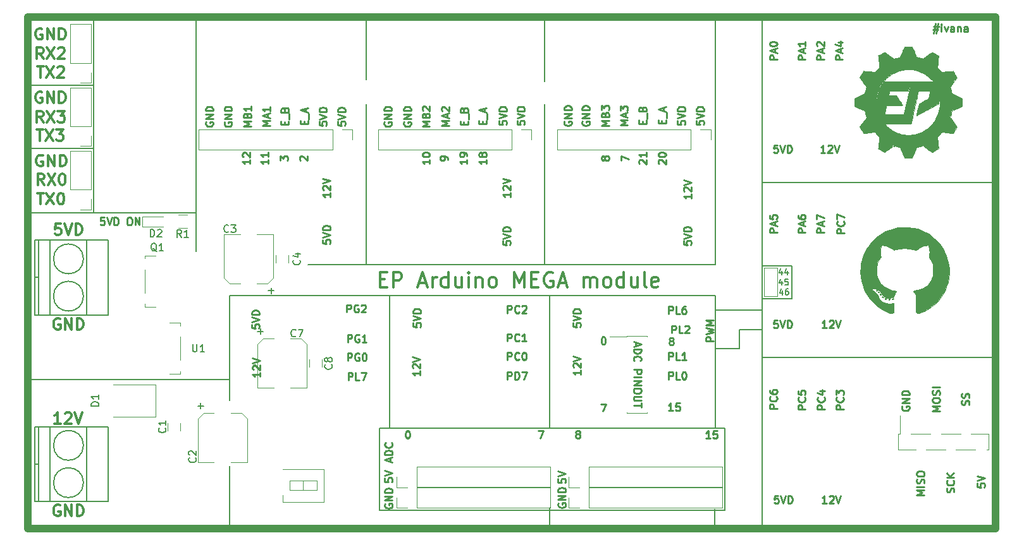
<source format=gbr>
G04 #@! TF.FileFunction,Legend,Top*
%FSLAX46Y46*%
G04 Gerber Fmt 4.6, Leading zero omitted, Abs format (unit mm)*
G04 Created by KiCad (PCBNEW 4.0.6+dfsg1-1) date Sun Mar 11 01:01:58 2018*
%MOMM*%
%LPD*%
G01*
G04 APERTURE LIST*
%ADD10C,0.100000*%
%ADD11C,0.200000*%
%ADD12C,0.250000*%
%ADD13C,0.300000*%
%ADD14C,1.000000*%
%ADD15C,0.381000*%
%ADD16C,0.120000*%
%ADD17C,0.150000*%
%ADD18C,0.010000*%
G04 APERTURE END LIST*
D10*
D11*
X206700000Y-74800000D02*
X202750000Y-74800000D01*
X206700000Y-70400000D02*
X202750000Y-70400000D01*
X206700000Y-74800000D02*
X206700000Y-70400000D01*
X205471428Y-73778571D02*
X205471428Y-74311905D01*
X205280952Y-73473810D02*
X205090476Y-74045238D01*
X205585714Y-74045238D01*
X206233333Y-73511905D02*
X206080952Y-73511905D01*
X206004762Y-73550000D01*
X205966667Y-73588095D01*
X205890476Y-73702381D01*
X205852381Y-73854762D01*
X205852381Y-74159524D01*
X205890476Y-74235714D01*
X205928571Y-74273810D01*
X206004762Y-74311905D01*
X206157143Y-74311905D01*
X206233333Y-74273810D01*
X206271429Y-74235714D01*
X206309524Y-74159524D01*
X206309524Y-73969048D01*
X206271429Y-73892857D01*
X206233333Y-73854762D01*
X206157143Y-73816667D01*
X206004762Y-73816667D01*
X205928571Y-73854762D01*
X205890476Y-73892857D01*
X205852381Y-73969048D01*
X205421428Y-72478571D02*
X205421428Y-73011905D01*
X205230952Y-72173810D02*
X205040476Y-72745238D01*
X205535714Y-72745238D01*
X206221429Y-72211905D02*
X205840476Y-72211905D01*
X205802381Y-72592857D01*
X205840476Y-72554762D01*
X205916667Y-72516667D01*
X206107143Y-72516667D01*
X206183333Y-72554762D01*
X206221429Y-72592857D01*
X206259524Y-72669048D01*
X206259524Y-72859524D01*
X206221429Y-72935714D01*
X206183333Y-72973810D01*
X206107143Y-73011905D01*
X205916667Y-73011905D01*
X205840476Y-72973810D01*
X205802381Y-72935714D01*
X205421428Y-71078571D02*
X205421428Y-71611905D01*
X205230952Y-70773810D02*
X205040476Y-71345238D01*
X205535714Y-71345238D01*
X206183333Y-71078571D02*
X206183333Y-71611905D01*
X205992857Y-70773810D02*
X205802381Y-71345238D01*
X206297619Y-71345238D01*
D12*
X196252381Y-80504762D02*
X195252381Y-80504762D01*
X195252381Y-80123809D01*
X195300000Y-80028571D01*
X195347619Y-79980952D01*
X195442857Y-79933333D01*
X195585714Y-79933333D01*
X195680952Y-79980952D01*
X195728571Y-80028571D01*
X195776190Y-80123809D01*
X195776190Y-80504762D01*
X195252381Y-79600000D02*
X196252381Y-79361905D01*
X195538095Y-79171428D01*
X196252381Y-78980952D01*
X195252381Y-78742857D01*
X196252381Y-78361905D02*
X195252381Y-78361905D01*
X195966667Y-78028571D01*
X195252381Y-77695238D01*
X196252381Y-77695238D01*
D11*
X199700000Y-79000000D02*
X202700000Y-79000000D01*
X199700000Y-81500000D02*
X199700000Y-79000000D01*
X196500000Y-81500000D02*
X199700000Y-81500000D01*
X196500000Y-76400000D02*
X202700000Y-76400000D01*
D12*
X225714286Y-38385714D02*
X226428572Y-38385714D01*
X226000000Y-37957143D02*
X225714286Y-39242857D01*
X226333334Y-38814286D02*
X225619048Y-38814286D01*
X226047620Y-39242857D02*
X226333334Y-37957143D01*
X226761905Y-39052381D02*
X226761905Y-38385714D01*
X226761905Y-38052381D02*
X226714286Y-38100000D01*
X226761905Y-38147619D01*
X226809524Y-38100000D01*
X226761905Y-38052381D01*
X226761905Y-38147619D01*
X227142857Y-38385714D02*
X227380952Y-39052381D01*
X227619048Y-38385714D01*
X228428572Y-39052381D02*
X228428572Y-38528571D01*
X228380953Y-38433333D01*
X228285715Y-38385714D01*
X228095238Y-38385714D01*
X228000000Y-38433333D01*
X228428572Y-39004762D02*
X228333334Y-39052381D01*
X228095238Y-39052381D01*
X228000000Y-39004762D01*
X227952381Y-38909524D01*
X227952381Y-38814286D01*
X228000000Y-38719048D01*
X228095238Y-38671429D01*
X228333334Y-38671429D01*
X228428572Y-38623810D01*
X228904762Y-38385714D02*
X228904762Y-39052381D01*
X228904762Y-38480952D02*
X228952381Y-38433333D01*
X229047619Y-38385714D01*
X229190477Y-38385714D01*
X229285715Y-38433333D01*
X229333334Y-38528571D01*
X229333334Y-39052381D01*
X230238096Y-39052381D02*
X230238096Y-38528571D01*
X230190477Y-38433333D01*
X230095239Y-38385714D01*
X229904762Y-38385714D01*
X229809524Y-38433333D01*
X230238096Y-39004762D02*
X230142858Y-39052381D01*
X229904762Y-39052381D01*
X229809524Y-39004762D01*
X229761905Y-38909524D01*
X229761905Y-38814286D01*
X229809524Y-38719048D01*
X229904762Y-38671429D01*
X230142858Y-38671429D01*
X230238096Y-38623810D01*
X178452381Y-84419047D02*
X178452381Y-84990476D01*
X178452381Y-84704762D02*
X177452381Y-84704762D01*
X177595238Y-84800000D01*
X177690476Y-84895238D01*
X177738095Y-84990476D01*
X177547619Y-84038095D02*
X177500000Y-83990476D01*
X177452381Y-83895238D01*
X177452381Y-83657142D01*
X177500000Y-83561904D01*
X177547619Y-83514285D01*
X177642857Y-83466666D01*
X177738095Y-83466666D01*
X177880952Y-83514285D01*
X178452381Y-84085714D01*
X178452381Y-83466666D01*
X177452381Y-83180952D02*
X178452381Y-82847619D01*
X177452381Y-82514285D01*
X177452381Y-78090476D02*
X177452381Y-78566667D01*
X177928571Y-78614286D01*
X177880952Y-78566667D01*
X177833333Y-78471429D01*
X177833333Y-78233333D01*
X177880952Y-78138095D01*
X177928571Y-78090476D01*
X178023810Y-78042857D01*
X178261905Y-78042857D01*
X178357143Y-78090476D01*
X178404762Y-78138095D01*
X178452381Y-78233333D01*
X178452381Y-78471429D01*
X178404762Y-78566667D01*
X178357143Y-78614286D01*
X177452381Y-77757143D02*
X178452381Y-77423810D01*
X177452381Y-77090476D01*
X178452381Y-76757143D02*
X177452381Y-76757143D01*
X177452381Y-76519048D01*
X177500000Y-76376190D01*
X177595238Y-76280952D01*
X177690476Y-76233333D01*
X177880952Y-76185714D01*
X178023810Y-76185714D01*
X178214286Y-76233333D01*
X178309524Y-76280952D01*
X178404762Y-76376190D01*
X178452381Y-76519048D01*
X178452381Y-76757143D01*
X190257143Y-85652381D02*
X190257143Y-84652381D01*
X190638096Y-84652381D01*
X190733334Y-84700000D01*
X190780953Y-84747619D01*
X190828572Y-84842857D01*
X190828572Y-84985714D01*
X190780953Y-85080952D01*
X190733334Y-85128571D01*
X190638096Y-85176190D01*
X190257143Y-85176190D01*
X191733334Y-85652381D02*
X191257143Y-85652381D01*
X191257143Y-84652381D01*
X192257143Y-84652381D02*
X192352382Y-84652381D01*
X192447620Y-84700000D01*
X192495239Y-84747619D01*
X192542858Y-84842857D01*
X192590477Y-85033333D01*
X192590477Y-85271429D01*
X192542858Y-85461905D01*
X192495239Y-85557143D01*
X192447620Y-85604762D01*
X192352382Y-85652381D01*
X192257143Y-85652381D01*
X192161905Y-85604762D01*
X192114286Y-85557143D01*
X192066667Y-85461905D01*
X192019048Y-85271429D01*
X192019048Y-85033333D01*
X192066667Y-84842857D01*
X192114286Y-84747619D01*
X192161905Y-84700000D01*
X192257143Y-84652381D01*
X190257143Y-83052381D02*
X190257143Y-82052381D01*
X190638096Y-82052381D01*
X190733334Y-82100000D01*
X190780953Y-82147619D01*
X190828572Y-82242857D01*
X190828572Y-82385714D01*
X190780953Y-82480952D01*
X190733334Y-82528571D01*
X190638096Y-82576190D01*
X190257143Y-82576190D01*
X191733334Y-83052381D02*
X191257143Y-83052381D01*
X191257143Y-82052381D01*
X192590477Y-83052381D02*
X192019048Y-83052381D01*
X192304762Y-83052381D02*
X192304762Y-82052381D01*
X192209524Y-82195238D01*
X192114286Y-82290476D01*
X192019048Y-82338095D01*
X190657143Y-79452381D02*
X190657143Y-78452381D01*
X191038096Y-78452381D01*
X191133334Y-78500000D01*
X191180953Y-78547619D01*
X191228572Y-78642857D01*
X191228572Y-78785714D01*
X191180953Y-78880952D01*
X191133334Y-78928571D01*
X191038096Y-78976190D01*
X190657143Y-78976190D01*
X192133334Y-79452381D02*
X191657143Y-79452381D01*
X191657143Y-78452381D01*
X192419048Y-78547619D02*
X192466667Y-78500000D01*
X192561905Y-78452381D01*
X192800001Y-78452381D01*
X192895239Y-78500000D01*
X192942858Y-78547619D01*
X192990477Y-78642857D01*
X192990477Y-78738095D01*
X192942858Y-78880952D01*
X192371429Y-79452381D01*
X192990477Y-79452381D01*
X190257143Y-76852381D02*
X190257143Y-75852381D01*
X190638096Y-75852381D01*
X190733334Y-75900000D01*
X190780953Y-75947619D01*
X190828572Y-76042857D01*
X190828572Y-76185714D01*
X190780953Y-76280952D01*
X190733334Y-76328571D01*
X190638096Y-76376190D01*
X190257143Y-76376190D01*
X191733334Y-76852381D02*
X191257143Y-76852381D01*
X191257143Y-75852381D01*
X192495239Y-75852381D02*
X192304762Y-75852381D01*
X192209524Y-75900000D01*
X192161905Y-75947619D01*
X192066667Y-76090476D01*
X192019048Y-76280952D01*
X192019048Y-76661905D01*
X192066667Y-76757143D01*
X192114286Y-76804762D01*
X192209524Y-76852381D01*
X192400001Y-76852381D01*
X192495239Y-76804762D01*
X192542858Y-76757143D01*
X192590477Y-76661905D01*
X192590477Y-76423810D01*
X192542858Y-76328571D01*
X192495239Y-76280952D01*
X192400001Y-76233333D01*
X192209524Y-76233333D01*
X192114286Y-76280952D01*
X192066667Y-76328571D01*
X192019048Y-76423810D01*
D13*
X151580950Y-72257143D02*
X152247617Y-72257143D01*
X152533331Y-73304762D02*
X151580950Y-73304762D01*
X151580950Y-71304762D01*
X152533331Y-71304762D01*
X153390474Y-73304762D02*
X153390474Y-71304762D01*
X154152379Y-71304762D01*
X154342855Y-71400000D01*
X154438094Y-71495238D01*
X154533332Y-71685714D01*
X154533332Y-71971429D01*
X154438094Y-72161905D01*
X154342855Y-72257143D01*
X154152379Y-72352381D01*
X153390474Y-72352381D01*
X156819046Y-72733333D02*
X157771427Y-72733333D01*
X156628570Y-73304762D02*
X157295237Y-71304762D01*
X157961904Y-73304762D01*
X158628570Y-73304762D02*
X158628570Y-71971429D01*
X158628570Y-72352381D02*
X158723809Y-72161905D01*
X158819047Y-72066667D01*
X159009523Y-71971429D01*
X159199999Y-71971429D01*
X160723808Y-73304762D02*
X160723808Y-71304762D01*
X160723808Y-73209524D02*
X160533332Y-73304762D01*
X160152380Y-73304762D01*
X159961904Y-73209524D01*
X159866665Y-73114286D01*
X159771427Y-72923810D01*
X159771427Y-72352381D01*
X159866665Y-72161905D01*
X159961904Y-72066667D01*
X160152380Y-71971429D01*
X160533332Y-71971429D01*
X160723808Y-72066667D01*
X162533332Y-71971429D02*
X162533332Y-73304762D01*
X161676189Y-71971429D02*
X161676189Y-73019048D01*
X161771428Y-73209524D01*
X161961904Y-73304762D01*
X162247618Y-73304762D01*
X162438094Y-73209524D01*
X162533332Y-73114286D01*
X163485713Y-73304762D02*
X163485713Y-71971429D01*
X163485713Y-71304762D02*
X163390475Y-71400000D01*
X163485713Y-71495238D01*
X163580952Y-71400000D01*
X163485713Y-71304762D01*
X163485713Y-71495238D01*
X164438094Y-71971429D02*
X164438094Y-73304762D01*
X164438094Y-72161905D02*
X164533333Y-72066667D01*
X164723809Y-71971429D01*
X165009523Y-71971429D01*
X165199999Y-72066667D01*
X165295237Y-72257143D01*
X165295237Y-73304762D01*
X166533333Y-73304762D02*
X166342857Y-73209524D01*
X166247618Y-73114286D01*
X166152380Y-72923810D01*
X166152380Y-72352381D01*
X166247618Y-72161905D01*
X166342857Y-72066667D01*
X166533333Y-71971429D01*
X166819047Y-71971429D01*
X167009523Y-72066667D01*
X167104761Y-72161905D01*
X167199999Y-72352381D01*
X167199999Y-72923810D01*
X167104761Y-73114286D01*
X167009523Y-73209524D01*
X166819047Y-73304762D01*
X166533333Y-73304762D01*
X169580952Y-73304762D02*
X169580952Y-71304762D01*
X170247619Y-72733333D01*
X170914286Y-71304762D01*
X170914286Y-73304762D01*
X171866666Y-72257143D02*
X172533333Y-72257143D01*
X172819047Y-73304762D02*
X171866666Y-73304762D01*
X171866666Y-71304762D01*
X172819047Y-71304762D01*
X174723810Y-71400000D02*
X174533333Y-71304762D01*
X174247619Y-71304762D01*
X173961905Y-71400000D01*
X173771429Y-71590476D01*
X173676190Y-71780952D01*
X173580952Y-72161905D01*
X173580952Y-72447619D01*
X173676190Y-72828571D01*
X173771429Y-73019048D01*
X173961905Y-73209524D01*
X174247619Y-73304762D01*
X174438095Y-73304762D01*
X174723810Y-73209524D01*
X174819048Y-73114286D01*
X174819048Y-72447619D01*
X174438095Y-72447619D01*
X175580952Y-72733333D02*
X176533333Y-72733333D01*
X175390476Y-73304762D02*
X176057143Y-71304762D01*
X176723810Y-73304762D01*
X178914286Y-73304762D02*
X178914286Y-71971429D01*
X178914286Y-72161905D02*
X179009525Y-72066667D01*
X179200001Y-71971429D01*
X179485715Y-71971429D01*
X179676191Y-72066667D01*
X179771429Y-72257143D01*
X179771429Y-73304762D01*
X179771429Y-72257143D02*
X179866667Y-72066667D01*
X180057144Y-71971429D01*
X180342858Y-71971429D01*
X180533334Y-72066667D01*
X180628572Y-72257143D01*
X180628572Y-73304762D01*
X181866668Y-73304762D02*
X181676192Y-73209524D01*
X181580953Y-73114286D01*
X181485715Y-72923810D01*
X181485715Y-72352381D01*
X181580953Y-72161905D01*
X181676192Y-72066667D01*
X181866668Y-71971429D01*
X182152382Y-71971429D01*
X182342858Y-72066667D01*
X182438096Y-72161905D01*
X182533334Y-72352381D01*
X182533334Y-72923810D01*
X182438096Y-73114286D01*
X182342858Y-73209524D01*
X182152382Y-73304762D01*
X181866668Y-73304762D01*
X184247620Y-73304762D02*
X184247620Y-71304762D01*
X184247620Y-73209524D02*
X184057144Y-73304762D01*
X183676192Y-73304762D01*
X183485716Y-73209524D01*
X183390477Y-73114286D01*
X183295239Y-72923810D01*
X183295239Y-72352381D01*
X183390477Y-72161905D01*
X183485716Y-72066667D01*
X183676192Y-71971429D01*
X184057144Y-71971429D01*
X184247620Y-72066667D01*
X186057144Y-71971429D02*
X186057144Y-73304762D01*
X185200001Y-71971429D02*
X185200001Y-73019048D01*
X185295240Y-73209524D01*
X185485716Y-73304762D01*
X185771430Y-73304762D01*
X185961906Y-73209524D01*
X186057144Y-73114286D01*
X187295240Y-73304762D02*
X187104764Y-73209524D01*
X187009525Y-73019048D01*
X187009525Y-71304762D01*
X188819049Y-73209524D02*
X188628573Y-73304762D01*
X188247621Y-73304762D01*
X188057144Y-73209524D01*
X187961906Y-73019048D01*
X187961906Y-72257143D01*
X188057144Y-72066667D01*
X188247621Y-71971429D01*
X188628573Y-71971429D01*
X188819049Y-72066667D01*
X188914287Y-72257143D01*
X188914287Y-72447619D01*
X187961906Y-72638095D01*
D12*
X114680953Y-63952381D02*
X114204762Y-63952381D01*
X114157143Y-64428571D01*
X114204762Y-64380952D01*
X114300000Y-64333333D01*
X114538096Y-64333333D01*
X114633334Y-64380952D01*
X114680953Y-64428571D01*
X114728572Y-64523810D01*
X114728572Y-64761905D01*
X114680953Y-64857143D01*
X114633334Y-64904762D01*
X114538096Y-64952381D01*
X114300000Y-64952381D01*
X114204762Y-64904762D01*
X114157143Y-64857143D01*
X115014286Y-63952381D02*
X115347619Y-64952381D01*
X115680953Y-63952381D01*
X116014286Y-64952381D02*
X116014286Y-63952381D01*
X116252381Y-63952381D01*
X116395239Y-64000000D01*
X116490477Y-64095238D01*
X116538096Y-64190476D01*
X116585715Y-64380952D01*
X116585715Y-64523810D01*
X116538096Y-64714286D01*
X116490477Y-64809524D01*
X116395239Y-64904762D01*
X116252381Y-64952381D01*
X116014286Y-64952381D01*
X117966667Y-63952381D02*
X118157144Y-63952381D01*
X118252382Y-64000000D01*
X118347620Y-64095238D01*
X118395239Y-64285714D01*
X118395239Y-64619048D01*
X118347620Y-64809524D01*
X118252382Y-64904762D01*
X118157144Y-64952381D01*
X117966667Y-64952381D01*
X117871429Y-64904762D01*
X117776191Y-64809524D01*
X117728572Y-64619048D01*
X117728572Y-64285714D01*
X117776191Y-64095238D01*
X117871429Y-64000000D01*
X117966667Y-63952381D01*
X118823810Y-64952381D02*
X118823810Y-63952381D01*
X119395239Y-64952381D01*
X119395239Y-63952381D01*
X135552381Y-84719047D02*
X135552381Y-85290476D01*
X135552381Y-85004762D02*
X134552381Y-85004762D01*
X134695238Y-85100000D01*
X134790476Y-85195238D01*
X134838095Y-85290476D01*
X134647619Y-84338095D02*
X134600000Y-84290476D01*
X134552381Y-84195238D01*
X134552381Y-83957142D01*
X134600000Y-83861904D01*
X134647619Y-83814285D01*
X134742857Y-83766666D01*
X134838095Y-83766666D01*
X134980952Y-83814285D01*
X135552381Y-84385714D01*
X135552381Y-83766666D01*
X134552381Y-83480952D02*
X135552381Y-83147619D01*
X134552381Y-82814285D01*
X134452381Y-78290476D02*
X134452381Y-78766667D01*
X134928571Y-78814286D01*
X134880952Y-78766667D01*
X134833333Y-78671429D01*
X134833333Y-78433333D01*
X134880952Y-78338095D01*
X134928571Y-78290476D01*
X135023810Y-78242857D01*
X135261905Y-78242857D01*
X135357143Y-78290476D01*
X135404762Y-78338095D01*
X135452381Y-78433333D01*
X135452381Y-78671429D01*
X135404762Y-78766667D01*
X135357143Y-78814286D01*
X134452381Y-77957143D02*
X135452381Y-77623810D01*
X134452381Y-77290476D01*
X135452381Y-76957143D02*
X134452381Y-76957143D01*
X134452381Y-76719048D01*
X134500000Y-76576190D01*
X134595238Y-76480952D01*
X134690476Y-76433333D01*
X134880952Y-76385714D01*
X135023810Y-76385714D01*
X135214286Y-76433333D01*
X135309524Y-76480952D01*
X135404762Y-76576190D01*
X135452381Y-76719048D01*
X135452381Y-76957143D01*
X147357143Y-85752381D02*
X147357143Y-84752381D01*
X147738096Y-84752381D01*
X147833334Y-84800000D01*
X147880953Y-84847619D01*
X147928572Y-84942857D01*
X147928572Y-85085714D01*
X147880953Y-85180952D01*
X147833334Y-85228571D01*
X147738096Y-85276190D01*
X147357143Y-85276190D01*
X148833334Y-85752381D02*
X148357143Y-85752381D01*
X148357143Y-84752381D01*
X149071429Y-84752381D02*
X149738096Y-84752381D01*
X149309524Y-85752381D01*
X147261905Y-83152381D02*
X147261905Y-82152381D01*
X147642858Y-82152381D01*
X147738096Y-82200000D01*
X147785715Y-82247619D01*
X147833334Y-82342857D01*
X147833334Y-82485714D01*
X147785715Y-82580952D01*
X147738096Y-82628571D01*
X147642858Y-82676190D01*
X147261905Y-82676190D01*
X148785715Y-82200000D02*
X148690477Y-82152381D01*
X148547620Y-82152381D01*
X148404762Y-82200000D01*
X148309524Y-82295238D01*
X148261905Y-82390476D01*
X148214286Y-82580952D01*
X148214286Y-82723810D01*
X148261905Y-82914286D01*
X148309524Y-83009524D01*
X148404762Y-83104762D01*
X148547620Y-83152381D01*
X148642858Y-83152381D01*
X148785715Y-83104762D01*
X148833334Y-83057143D01*
X148833334Y-82723810D01*
X148642858Y-82723810D01*
X149452381Y-82152381D02*
X149547620Y-82152381D01*
X149642858Y-82200000D01*
X149690477Y-82247619D01*
X149738096Y-82342857D01*
X149785715Y-82533333D01*
X149785715Y-82771429D01*
X149738096Y-82961905D01*
X149690477Y-83057143D01*
X149642858Y-83104762D01*
X149547620Y-83152381D01*
X149452381Y-83152381D01*
X149357143Y-83104762D01*
X149309524Y-83057143D01*
X149261905Y-82961905D01*
X149214286Y-82771429D01*
X149214286Y-82533333D01*
X149261905Y-82342857D01*
X149309524Y-82247619D01*
X149357143Y-82200000D01*
X149452381Y-82152381D01*
X147261905Y-80652381D02*
X147261905Y-79652381D01*
X147642858Y-79652381D01*
X147738096Y-79700000D01*
X147785715Y-79747619D01*
X147833334Y-79842857D01*
X147833334Y-79985714D01*
X147785715Y-80080952D01*
X147738096Y-80128571D01*
X147642858Y-80176190D01*
X147261905Y-80176190D01*
X148785715Y-79700000D02*
X148690477Y-79652381D01*
X148547620Y-79652381D01*
X148404762Y-79700000D01*
X148309524Y-79795238D01*
X148261905Y-79890476D01*
X148214286Y-80080952D01*
X148214286Y-80223810D01*
X148261905Y-80414286D01*
X148309524Y-80509524D01*
X148404762Y-80604762D01*
X148547620Y-80652381D01*
X148642858Y-80652381D01*
X148785715Y-80604762D01*
X148833334Y-80557143D01*
X148833334Y-80223810D01*
X148642858Y-80223810D01*
X149785715Y-80652381D02*
X149214286Y-80652381D01*
X149500000Y-80652381D02*
X149500000Y-79652381D01*
X149404762Y-79795238D01*
X149309524Y-79890476D01*
X149214286Y-79938095D01*
X147161905Y-76652381D02*
X147161905Y-75652381D01*
X147542858Y-75652381D01*
X147638096Y-75700000D01*
X147685715Y-75747619D01*
X147733334Y-75842857D01*
X147733334Y-75985714D01*
X147685715Y-76080952D01*
X147638096Y-76128571D01*
X147542858Y-76176190D01*
X147161905Y-76176190D01*
X148685715Y-75700000D02*
X148590477Y-75652381D01*
X148447620Y-75652381D01*
X148304762Y-75700000D01*
X148209524Y-75795238D01*
X148161905Y-75890476D01*
X148114286Y-76080952D01*
X148114286Y-76223810D01*
X148161905Y-76414286D01*
X148209524Y-76509524D01*
X148304762Y-76604762D01*
X148447620Y-76652381D01*
X148542858Y-76652381D01*
X148685715Y-76604762D01*
X148733334Y-76557143D01*
X148733334Y-76223810D01*
X148542858Y-76223810D01*
X149114286Y-75747619D02*
X149161905Y-75700000D01*
X149257143Y-75652381D01*
X149495239Y-75652381D01*
X149590477Y-75700000D01*
X149638096Y-75747619D01*
X149685715Y-75842857D01*
X149685715Y-75938095D01*
X149638096Y-76080952D01*
X149066667Y-76652381D01*
X149685715Y-76652381D01*
X156952381Y-84519047D02*
X156952381Y-85090476D01*
X156952381Y-84804762D02*
X155952381Y-84804762D01*
X156095238Y-84900000D01*
X156190476Y-84995238D01*
X156238095Y-85090476D01*
X156047619Y-84138095D02*
X156000000Y-84090476D01*
X155952381Y-83995238D01*
X155952381Y-83757142D01*
X156000000Y-83661904D01*
X156047619Y-83614285D01*
X156142857Y-83566666D01*
X156238095Y-83566666D01*
X156380952Y-83614285D01*
X156952381Y-84185714D01*
X156952381Y-83566666D01*
X155952381Y-83280952D02*
X156952381Y-82947619D01*
X155952381Y-82614285D01*
X156052381Y-78090476D02*
X156052381Y-78566667D01*
X156528571Y-78614286D01*
X156480952Y-78566667D01*
X156433333Y-78471429D01*
X156433333Y-78233333D01*
X156480952Y-78138095D01*
X156528571Y-78090476D01*
X156623810Y-78042857D01*
X156861905Y-78042857D01*
X156957143Y-78090476D01*
X157004762Y-78138095D01*
X157052381Y-78233333D01*
X157052381Y-78471429D01*
X157004762Y-78566667D01*
X156957143Y-78614286D01*
X156052381Y-77757143D02*
X157052381Y-77423810D01*
X156052381Y-77090476D01*
X157052381Y-76757143D02*
X156052381Y-76757143D01*
X156052381Y-76519048D01*
X156100000Y-76376190D01*
X156195238Y-76280952D01*
X156290476Y-76233333D01*
X156480952Y-76185714D01*
X156623810Y-76185714D01*
X156814286Y-76233333D01*
X156909524Y-76280952D01*
X157004762Y-76376190D01*
X157052381Y-76519048D01*
X157052381Y-76757143D01*
X168661905Y-85652381D02*
X168661905Y-84652381D01*
X169042858Y-84652381D01*
X169138096Y-84700000D01*
X169185715Y-84747619D01*
X169233334Y-84842857D01*
X169233334Y-84985714D01*
X169185715Y-85080952D01*
X169138096Y-85128571D01*
X169042858Y-85176190D01*
X168661905Y-85176190D01*
X169661905Y-85652381D02*
X169661905Y-84652381D01*
X169900000Y-84652381D01*
X170042858Y-84700000D01*
X170138096Y-84795238D01*
X170185715Y-84890476D01*
X170233334Y-85080952D01*
X170233334Y-85223810D01*
X170185715Y-85414286D01*
X170138096Y-85509524D01*
X170042858Y-85604762D01*
X169900000Y-85652381D01*
X169661905Y-85652381D01*
X170566667Y-84652381D02*
X171233334Y-84652381D01*
X170804762Y-85652381D01*
X168661905Y-83052381D02*
X168661905Y-82052381D01*
X169042858Y-82052381D01*
X169138096Y-82100000D01*
X169185715Y-82147619D01*
X169233334Y-82242857D01*
X169233334Y-82385714D01*
X169185715Y-82480952D01*
X169138096Y-82528571D01*
X169042858Y-82576190D01*
X168661905Y-82576190D01*
X170233334Y-82957143D02*
X170185715Y-83004762D01*
X170042858Y-83052381D01*
X169947620Y-83052381D01*
X169804762Y-83004762D01*
X169709524Y-82909524D01*
X169661905Y-82814286D01*
X169614286Y-82623810D01*
X169614286Y-82480952D01*
X169661905Y-82290476D01*
X169709524Y-82195238D01*
X169804762Y-82100000D01*
X169947620Y-82052381D01*
X170042858Y-82052381D01*
X170185715Y-82100000D01*
X170233334Y-82147619D01*
X170852381Y-82052381D02*
X170947620Y-82052381D01*
X171042858Y-82100000D01*
X171090477Y-82147619D01*
X171138096Y-82242857D01*
X171185715Y-82433333D01*
X171185715Y-82671429D01*
X171138096Y-82861905D01*
X171090477Y-82957143D01*
X171042858Y-83004762D01*
X170947620Y-83052381D01*
X170852381Y-83052381D01*
X170757143Y-83004762D01*
X170709524Y-82957143D01*
X170661905Y-82861905D01*
X170614286Y-82671429D01*
X170614286Y-82433333D01*
X170661905Y-82242857D01*
X170709524Y-82147619D01*
X170757143Y-82100000D01*
X170852381Y-82052381D01*
X168661905Y-80552381D02*
X168661905Y-79552381D01*
X169042858Y-79552381D01*
X169138096Y-79600000D01*
X169185715Y-79647619D01*
X169233334Y-79742857D01*
X169233334Y-79885714D01*
X169185715Y-79980952D01*
X169138096Y-80028571D01*
X169042858Y-80076190D01*
X168661905Y-80076190D01*
X170233334Y-80457143D02*
X170185715Y-80504762D01*
X170042858Y-80552381D01*
X169947620Y-80552381D01*
X169804762Y-80504762D01*
X169709524Y-80409524D01*
X169661905Y-80314286D01*
X169614286Y-80123810D01*
X169614286Y-79980952D01*
X169661905Y-79790476D01*
X169709524Y-79695238D01*
X169804762Y-79600000D01*
X169947620Y-79552381D01*
X170042858Y-79552381D01*
X170185715Y-79600000D01*
X170233334Y-79647619D01*
X171185715Y-80552381D02*
X170614286Y-80552381D01*
X170900000Y-80552381D02*
X170900000Y-79552381D01*
X170804762Y-79695238D01*
X170709524Y-79790476D01*
X170614286Y-79838095D01*
X168661905Y-76752381D02*
X168661905Y-75752381D01*
X169042858Y-75752381D01*
X169138096Y-75800000D01*
X169185715Y-75847619D01*
X169233334Y-75942857D01*
X169233334Y-76085714D01*
X169185715Y-76180952D01*
X169138096Y-76228571D01*
X169042858Y-76276190D01*
X168661905Y-76276190D01*
X170233334Y-76657143D02*
X170185715Y-76704762D01*
X170042858Y-76752381D01*
X169947620Y-76752381D01*
X169804762Y-76704762D01*
X169709524Y-76609524D01*
X169661905Y-76514286D01*
X169614286Y-76323810D01*
X169614286Y-76180952D01*
X169661905Y-75990476D01*
X169709524Y-75895238D01*
X169804762Y-75800000D01*
X169947620Y-75752381D01*
X170042858Y-75752381D01*
X170185715Y-75800000D01*
X170233334Y-75847619D01*
X170614286Y-75847619D02*
X170661905Y-75800000D01*
X170757143Y-75752381D01*
X170995239Y-75752381D01*
X171090477Y-75800000D01*
X171138096Y-75847619D01*
X171185715Y-75942857D01*
X171185715Y-76038095D01*
X171138096Y-76180952D01*
X170566667Y-76752381D01*
X171185715Y-76752381D01*
X204909524Y-101252381D02*
X204433333Y-101252381D01*
X204385714Y-101728571D01*
X204433333Y-101680952D01*
X204528571Y-101633333D01*
X204766667Y-101633333D01*
X204861905Y-101680952D01*
X204909524Y-101728571D01*
X204957143Y-101823810D01*
X204957143Y-102061905D01*
X204909524Y-102157143D01*
X204861905Y-102204762D01*
X204766667Y-102252381D01*
X204528571Y-102252381D01*
X204433333Y-102204762D01*
X204385714Y-102157143D01*
X205242857Y-101252381D02*
X205576190Y-102252381D01*
X205909524Y-101252381D01*
X206242857Y-102252381D02*
X206242857Y-101252381D01*
X206480952Y-101252381D01*
X206623810Y-101300000D01*
X206719048Y-101395238D01*
X206766667Y-101490476D01*
X206814286Y-101680952D01*
X206814286Y-101823810D01*
X206766667Y-102014286D01*
X206719048Y-102109524D01*
X206623810Y-102204762D01*
X206480952Y-102252381D01*
X206242857Y-102252381D01*
X211380953Y-102252381D02*
X210809524Y-102252381D01*
X211095238Y-102252381D02*
X211095238Y-101252381D01*
X211000000Y-101395238D01*
X210904762Y-101490476D01*
X210809524Y-101538095D01*
X211761905Y-101347619D02*
X211809524Y-101300000D01*
X211904762Y-101252381D01*
X212142858Y-101252381D01*
X212238096Y-101300000D01*
X212285715Y-101347619D01*
X212333334Y-101442857D01*
X212333334Y-101538095D01*
X212285715Y-101680952D01*
X211714286Y-102252381D01*
X212333334Y-102252381D01*
X212619048Y-101252381D02*
X212952381Y-102252381D01*
X213285715Y-101252381D01*
X213652381Y-89638095D02*
X212652381Y-89638095D01*
X212652381Y-89257142D01*
X212700000Y-89161904D01*
X212747619Y-89114285D01*
X212842857Y-89066666D01*
X212985714Y-89066666D01*
X213080952Y-89114285D01*
X213128571Y-89161904D01*
X213176190Y-89257142D01*
X213176190Y-89638095D01*
X213557143Y-88066666D02*
X213604762Y-88114285D01*
X213652381Y-88257142D01*
X213652381Y-88352380D01*
X213604762Y-88495238D01*
X213509524Y-88590476D01*
X213414286Y-88638095D01*
X213223810Y-88685714D01*
X213080952Y-88685714D01*
X212890476Y-88638095D01*
X212795238Y-88590476D01*
X212700000Y-88495238D01*
X212652381Y-88352380D01*
X212652381Y-88257142D01*
X212700000Y-88114285D01*
X212747619Y-88066666D01*
X212652381Y-87733333D02*
X212652381Y-87114285D01*
X213033333Y-87447619D01*
X213033333Y-87304761D01*
X213080952Y-87209523D01*
X213128571Y-87161904D01*
X213223810Y-87114285D01*
X213461905Y-87114285D01*
X213557143Y-87161904D01*
X213604762Y-87209523D01*
X213652381Y-87304761D01*
X213652381Y-87590476D01*
X213604762Y-87685714D01*
X213557143Y-87733333D01*
X211152381Y-89638095D02*
X210152381Y-89638095D01*
X210152381Y-89257142D01*
X210200000Y-89161904D01*
X210247619Y-89114285D01*
X210342857Y-89066666D01*
X210485714Y-89066666D01*
X210580952Y-89114285D01*
X210628571Y-89161904D01*
X210676190Y-89257142D01*
X210676190Y-89638095D01*
X211057143Y-88066666D02*
X211104762Y-88114285D01*
X211152381Y-88257142D01*
X211152381Y-88352380D01*
X211104762Y-88495238D01*
X211009524Y-88590476D01*
X210914286Y-88638095D01*
X210723810Y-88685714D01*
X210580952Y-88685714D01*
X210390476Y-88638095D01*
X210295238Y-88590476D01*
X210200000Y-88495238D01*
X210152381Y-88352380D01*
X210152381Y-88257142D01*
X210200000Y-88114285D01*
X210247619Y-88066666D01*
X210485714Y-87209523D02*
X211152381Y-87209523D01*
X210104762Y-87447619D02*
X210819048Y-87685714D01*
X210819048Y-87066666D01*
X208552381Y-89638095D02*
X207552381Y-89638095D01*
X207552381Y-89257142D01*
X207600000Y-89161904D01*
X207647619Y-89114285D01*
X207742857Y-89066666D01*
X207885714Y-89066666D01*
X207980952Y-89114285D01*
X208028571Y-89161904D01*
X208076190Y-89257142D01*
X208076190Y-89638095D01*
X208457143Y-88066666D02*
X208504762Y-88114285D01*
X208552381Y-88257142D01*
X208552381Y-88352380D01*
X208504762Y-88495238D01*
X208409524Y-88590476D01*
X208314286Y-88638095D01*
X208123810Y-88685714D01*
X207980952Y-88685714D01*
X207790476Y-88638095D01*
X207695238Y-88590476D01*
X207600000Y-88495238D01*
X207552381Y-88352380D01*
X207552381Y-88257142D01*
X207600000Y-88114285D01*
X207647619Y-88066666D01*
X207552381Y-87161904D02*
X207552381Y-87638095D01*
X208028571Y-87685714D01*
X207980952Y-87638095D01*
X207933333Y-87542857D01*
X207933333Y-87304761D01*
X207980952Y-87209523D01*
X208028571Y-87161904D01*
X208123810Y-87114285D01*
X208361905Y-87114285D01*
X208457143Y-87161904D01*
X208504762Y-87209523D01*
X208552381Y-87304761D01*
X208552381Y-87542857D01*
X208504762Y-87638095D01*
X208457143Y-87685714D01*
X204752381Y-89538095D02*
X203752381Y-89538095D01*
X203752381Y-89157142D01*
X203800000Y-89061904D01*
X203847619Y-89014285D01*
X203942857Y-88966666D01*
X204085714Y-88966666D01*
X204180952Y-89014285D01*
X204228571Y-89061904D01*
X204276190Y-89157142D01*
X204276190Y-89538095D01*
X204657143Y-87966666D02*
X204704762Y-88014285D01*
X204752381Y-88157142D01*
X204752381Y-88252380D01*
X204704762Y-88395238D01*
X204609524Y-88490476D01*
X204514286Y-88538095D01*
X204323810Y-88585714D01*
X204180952Y-88585714D01*
X203990476Y-88538095D01*
X203895238Y-88490476D01*
X203800000Y-88395238D01*
X203752381Y-88252380D01*
X203752381Y-88157142D01*
X203800000Y-88014285D01*
X203847619Y-87966666D01*
X203752381Y-87109523D02*
X203752381Y-87300000D01*
X203800000Y-87395238D01*
X203847619Y-87442857D01*
X203990476Y-87538095D01*
X204180952Y-87585714D01*
X204561905Y-87585714D01*
X204657143Y-87538095D01*
X204704762Y-87490476D01*
X204752381Y-87395238D01*
X204752381Y-87204761D01*
X204704762Y-87109523D01*
X204657143Y-87061904D01*
X204561905Y-87014285D01*
X204323810Y-87014285D01*
X204228571Y-87061904D01*
X204180952Y-87109523D01*
X204133333Y-87204761D01*
X204133333Y-87395238D01*
X204180952Y-87490476D01*
X204228571Y-87538095D01*
X204323810Y-87585714D01*
X204809524Y-77752381D02*
X204333333Y-77752381D01*
X204285714Y-78228571D01*
X204333333Y-78180952D01*
X204428571Y-78133333D01*
X204666667Y-78133333D01*
X204761905Y-78180952D01*
X204809524Y-78228571D01*
X204857143Y-78323810D01*
X204857143Y-78561905D01*
X204809524Y-78657143D01*
X204761905Y-78704762D01*
X204666667Y-78752381D01*
X204428571Y-78752381D01*
X204333333Y-78704762D01*
X204285714Y-78657143D01*
X205142857Y-77752381D02*
X205476190Y-78752381D01*
X205809524Y-77752381D01*
X206142857Y-78752381D02*
X206142857Y-77752381D01*
X206380952Y-77752381D01*
X206523810Y-77800000D01*
X206619048Y-77895238D01*
X206666667Y-77990476D01*
X206714286Y-78180952D01*
X206714286Y-78323810D01*
X206666667Y-78514286D01*
X206619048Y-78609524D01*
X206523810Y-78704762D01*
X206380952Y-78752381D01*
X206142857Y-78752381D01*
X211380953Y-78752381D02*
X210809524Y-78752381D01*
X211095238Y-78752381D02*
X211095238Y-77752381D01*
X211000000Y-77895238D01*
X210904762Y-77990476D01*
X210809524Y-78038095D01*
X211761905Y-77847619D02*
X211809524Y-77800000D01*
X211904762Y-77752381D01*
X212142858Y-77752381D01*
X212238096Y-77800000D01*
X212285715Y-77847619D01*
X212333334Y-77942857D01*
X212333334Y-78038095D01*
X212285715Y-78180952D01*
X211714286Y-78752381D01*
X212333334Y-78752381D01*
X212619048Y-77752381D02*
X212952381Y-78752381D01*
X213285715Y-77752381D01*
X213752381Y-66038095D02*
X212752381Y-66038095D01*
X212752381Y-65657142D01*
X212800000Y-65561904D01*
X212847619Y-65514285D01*
X212942857Y-65466666D01*
X213085714Y-65466666D01*
X213180952Y-65514285D01*
X213228571Y-65561904D01*
X213276190Y-65657142D01*
X213276190Y-66038095D01*
X213657143Y-64466666D02*
X213704762Y-64514285D01*
X213752381Y-64657142D01*
X213752381Y-64752380D01*
X213704762Y-64895238D01*
X213609524Y-64990476D01*
X213514286Y-65038095D01*
X213323810Y-65085714D01*
X213180952Y-65085714D01*
X212990476Y-65038095D01*
X212895238Y-64990476D01*
X212800000Y-64895238D01*
X212752381Y-64752380D01*
X212752381Y-64657142D01*
X212800000Y-64514285D01*
X212847619Y-64466666D01*
X212752381Y-64133333D02*
X212752381Y-63466666D01*
X213752381Y-63895238D01*
X211052381Y-65966667D02*
X210052381Y-65966667D01*
X210052381Y-65585714D01*
X210100000Y-65490476D01*
X210147619Y-65442857D01*
X210242857Y-65395238D01*
X210385714Y-65395238D01*
X210480952Y-65442857D01*
X210528571Y-65490476D01*
X210576190Y-65585714D01*
X210576190Y-65966667D01*
X210766667Y-65014286D02*
X210766667Y-64538095D01*
X211052381Y-65109524D02*
X210052381Y-64776191D01*
X211052381Y-64442857D01*
X210052381Y-64204762D02*
X210052381Y-63538095D01*
X211052381Y-63966667D01*
X208552381Y-65966667D02*
X207552381Y-65966667D01*
X207552381Y-65585714D01*
X207600000Y-65490476D01*
X207647619Y-65442857D01*
X207742857Y-65395238D01*
X207885714Y-65395238D01*
X207980952Y-65442857D01*
X208028571Y-65490476D01*
X208076190Y-65585714D01*
X208076190Y-65966667D01*
X208266667Y-65014286D02*
X208266667Y-64538095D01*
X208552381Y-65109524D02*
X207552381Y-64776191D01*
X208552381Y-64442857D01*
X207552381Y-63680952D02*
X207552381Y-63871429D01*
X207600000Y-63966667D01*
X207647619Y-64014286D01*
X207790476Y-64109524D01*
X207980952Y-64157143D01*
X208361905Y-64157143D01*
X208457143Y-64109524D01*
X208504762Y-64061905D01*
X208552381Y-63966667D01*
X208552381Y-63776190D01*
X208504762Y-63680952D01*
X208457143Y-63633333D01*
X208361905Y-63585714D01*
X208123810Y-63585714D01*
X208028571Y-63633333D01*
X207980952Y-63680952D01*
X207933333Y-63776190D01*
X207933333Y-63966667D01*
X207980952Y-64061905D01*
X208028571Y-64109524D01*
X208123810Y-64157143D01*
X204752381Y-65966667D02*
X203752381Y-65966667D01*
X203752381Y-65585714D01*
X203800000Y-65490476D01*
X203847619Y-65442857D01*
X203942857Y-65395238D01*
X204085714Y-65395238D01*
X204180952Y-65442857D01*
X204228571Y-65490476D01*
X204276190Y-65585714D01*
X204276190Y-65966667D01*
X204466667Y-65014286D02*
X204466667Y-64538095D01*
X204752381Y-65109524D02*
X203752381Y-64776191D01*
X204752381Y-64442857D01*
X203752381Y-63633333D02*
X203752381Y-64109524D01*
X204228571Y-64157143D01*
X204180952Y-64109524D01*
X204133333Y-64014286D01*
X204133333Y-63776190D01*
X204180952Y-63680952D01*
X204228571Y-63633333D01*
X204323810Y-63585714D01*
X204561905Y-63585714D01*
X204657143Y-63633333D01*
X204704762Y-63680952D01*
X204752381Y-63776190D01*
X204752381Y-64014286D01*
X204704762Y-64109524D01*
X204657143Y-64157143D01*
X204809524Y-54252381D02*
X204333333Y-54252381D01*
X204285714Y-54728571D01*
X204333333Y-54680952D01*
X204428571Y-54633333D01*
X204666667Y-54633333D01*
X204761905Y-54680952D01*
X204809524Y-54728571D01*
X204857143Y-54823810D01*
X204857143Y-55061905D01*
X204809524Y-55157143D01*
X204761905Y-55204762D01*
X204666667Y-55252381D01*
X204428571Y-55252381D01*
X204333333Y-55204762D01*
X204285714Y-55157143D01*
X205142857Y-54252381D02*
X205476190Y-55252381D01*
X205809524Y-54252381D01*
X206142857Y-55252381D02*
X206142857Y-54252381D01*
X206380952Y-54252381D01*
X206523810Y-54300000D01*
X206619048Y-54395238D01*
X206666667Y-54490476D01*
X206714286Y-54680952D01*
X206714286Y-54823810D01*
X206666667Y-55014286D01*
X206619048Y-55109524D01*
X206523810Y-55204762D01*
X206380952Y-55252381D01*
X206142857Y-55252381D01*
X211180953Y-55252381D02*
X210609524Y-55252381D01*
X210895238Y-55252381D02*
X210895238Y-54252381D01*
X210800000Y-54395238D01*
X210704762Y-54490476D01*
X210609524Y-54538095D01*
X211561905Y-54347619D02*
X211609524Y-54300000D01*
X211704762Y-54252381D01*
X211942858Y-54252381D01*
X212038096Y-54300000D01*
X212085715Y-54347619D01*
X212133334Y-54442857D01*
X212133334Y-54538095D01*
X212085715Y-54680952D01*
X211514286Y-55252381D01*
X212133334Y-55252381D01*
X212419048Y-54252381D02*
X212752381Y-55252381D01*
X213085715Y-54252381D01*
X213552381Y-42766667D02*
X212552381Y-42766667D01*
X212552381Y-42385714D01*
X212600000Y-42290476D01*
X212647619Y-42242857D01*
X212742857Y-42195238D01*
X212885714Y-42195238D01*
X212980952Y-42242857D01*
X213028571Y-42290476D01*
X213076190Y-42385714D01*
X213076190Y-42766667D01*
X213266667Y-41814286D02*
X213266667Y-41338095D01*
X213552381Y-41909524D02*
X212552381Y-41576191D01*
X213552381Y-41242857D01*
X212885714Y-40480952D02*
X213552381Y-40480952D01*
X212504762Y-40719048D02*
X213219048Y-40957143D01*
X213219048Y-40338095D01*
X211052381Y-42766667D02*
X210052381Y-42766667D01*
X210052381Y-42385714D01*
X210100000Y-42290476D01*
X210147619Y-42242857D01*
X210242857Y-42195238D01*
X210385714Y-42195238D01*
X210480952Y-42242857D01*
X210528571Y-42290476D01*
X210576190Y-42385714D01*
X210576190Y-42766667D01*
X210766667Y-41814286D02*
X210766667Y-41338095D01*
X211052381Y-41909524D02*
X210052381Y-41576191D01*
X211052381Y-41242857D01*
X210147619Y-40957143D02*
X210100000Y-40909524D01*
X210052381Y-40814286D01*
X210052381Y-40576190D01*
X210100000Y-40480952D01*
X210147619Y-40433333D01*
X210242857Y-40385714D01*
X210338095Y-40385714D01*
X210480952Y-40433333D01*
X211052381Y-41004762D01*
X211052381Y-40385714D01*
X208552381Y-42766667D02*
X207552381Y-42766667D01*
X207552381Y-42385714D01*
X207600000Y-42290476D01*
X207647619Y-42242857D01*
X207742857Y-42195238D01*
X207885714Y-42195238D01*
X207980952Y-42242857D01*
X208028571Y-42290476D01*
X208076190Y-42385714D01*
X208076190Y-42766667D01*
X208266667Y-41814286D02*
X208266667Y-41338095D01*
X208552381Y-41909524D02*
X207552381Y-41576191D01*
X208552381Y-41242857D01*
X208552381Y-40385714D02*
X208552381Y-40957143D01*
X208552381Y-40671429D02*
X207552381Y-40671429D01*
X207695238Y-40766667D01*
X207790476Y-40861905D01*
X207838095Y-40957143D01*
X204752381Y-42766667D02*
X203752381Y-42766667D01*
X203752381Y-42385714D01*
X203800000Y-42290476D01*
X203847619Y-42242857D01*
X203942857Y-42195238D01*
X204085714Y-42195238D01*
X204180952Y-42242857D01*
X204228571Y-42290476D01*
X204276190Y-42385714D01*
X204276190Y-42766667D01*
X204466667Y-41814286D02*
X204466667Y-41338095D01*
X204752381Y-41909524D02*
X203752381Y-41576191D01*
X204752381Y-41242857D01*
X203752381Y-40719048D02*
X203752381Y-40623809D01*
X203800000Y-40528571D01*
X203847619Y-40480952D01*
X203942857Y-40433333D01*
X204133333Y-40385714D01*
X204371429Y-40385714D01*
X204561905Y-40433333D01*
X204657143Y-40480952D01*
X204704762Y-40528571D01*
X204752381Y-40623809D01*
X204752381Y-40719048D01*
X204704762Y-40814286D01*
X204657143Y-40861905D01*
X204561905Y-40909524D01*
X204371429Y-40957143D01*
X204133333Y-40957143D01*
X203942857Y-40909524D01*
X203847619Y-40861905D01*
X203800000Y-40814286D01*
X203752381Y-40719048D01*
X192252381Y-67090476D02*
X192252381Y-67566667D01*
X192728571Y-67614286D01*
X192680952Y-67566667D01*
X192633333Y-67471429D01*
X192633333Y-67233333D01*
X192680952Y-67138095D01*
X192728571Y-67090476D01*
X192823810Y-67042857D01*
X193061905Y-67042857D01*
X193157143Y-67090476D01*
X193204762Y-67138095D01*
X193252381Y-67233333D01*
X193252381Y-67471429D01*
X193204762Y-67566667D01*
X193157143Y-67614286D01*
X192252381Y-66757143D02*
X193252381Y-66423810D01*
X192252381Y-66090476D01*
X193252381Y-65757143D02*
X192252381Y-65757143D01*
X192252381Y-65519048D01*
X192300000Y-65376190D01*
X192395238Y-65280952D01*
X192490476Y-65233333D01*
X192680952Y-65185714D01*
X192823810Y-65185714D01*
X193014286Y-65233333D01*
X193109524Y-65280952D01*
X193204762Y-65376190D01*
X193252381Y-65519048D01*
X193252381Y-65757143D01*
X193252381Y-60819047D02*
X193252381Y-61390476D01*
X193252381Y-61104762D02*
X192252381Y-61104762D01*
X192395238Y-61200000D01*
X192490476Y-61295238D01*
X192538095Y-61390476D01*
X192347619Y-60438095D02*
X192300000Y-60390476D01*
X192252381Y-60295238D01*
X192252381Y-60057142D01*
X192300000Y-59961904D01*
X192347619Y-59914285D01*
X192442857Y-59866666D01*
X192538095Y-59866666D01*
X192680952Y-59914285D01*
X193252381Y-60485714D01*
X193252381Y-59866666D01*
X192252381Y-59580952D02*
X193252381Y-59247619D01*
X192252381Y-58914285D01*
X188947619Y-56761905D02*
X188900000Y-56714286D01*
X188852381Y-56619048D01*
X188852381Y-56380952D01*
X188900000Y-56285714D01*
X188947619Y-56238095D01*
X189042857Y-56190476D01*
X189138095Y-56190476D01*
X189280952Y-56238095D01*
X189852381Y-56809524D01*
X189852381Y-56190476D01*
X188852381Y-55571429D02*
X188852381Y-55476190D01*
X188900000Y-55380952D01*
X188947619Y-55333333D01*
X189042857Y-55285714D01*
X189233333Y-55238095D01*
X189471429Y-55238095D01*
X189661905Y-55285714D01*
X189757143Y-55333333D01*
X189804762Y-55380952D01*
X189852381Y-55476190D01*
X189852381Y-55571429D01*
X189804762Y-55666667D01*
X189757143Y-55714286D01*
X189661905Y-55761905D01*
X189471429Y-55809524D01*
X189233333Y-55809524D01*
X189042857Y-55761905D01*
X188947619Y-55714286D01*
X188900000Y-55666667D01*
X188852381Y-55571429D01*
X186347619Y-56761905D02*
X186300000Y-56714286D01*
X186252381Y-56619048D01*
X186252381Y-56380952D01*
X186300000Y-56285714D01*
X186347619Y-56238095D01*
X186442857Y-56190476D01*
X186538095Y-56190476D01*
X186680952Y-56238095D01*
X187252381Y-56809524D01*
X187252381Y-56190476D01*
X187252381Y-55238095D02*
X187252381Y-55809524D01*
X187252381Y-55523810D02*
X186252381Y-55523810D01*
X186395238Y-55619048D01*
X186490476Y-55714286D01*
X186538095Y-55809524D01*
X183852381Y-56333333D02*
X183852381Y-55666666D01*
X184852381Y-56095238D01*
X181680952Y-56095238D02*
X181633333Y-56190476D01*
X181585714Y-56238095D01*
X181490476Y-56285714D01*
X181442857Y-56285714D01*
X181347619Y-56238095D01*
X181300000Y-56190476D01*
X181252381Y-56095238D01*
X181252381Y-55904761D01*
X181300000Y-55809523D01*
X181347619Y-55761904D01*
X181442857Y-55714285D01*
X181490476Y-55714285D01*
X181585714Y-55761904D01*
X181633333Y-55809523D01*
X181680952Y-55904761D01*
X181680952Y-56095238D01*
X181728571Y-56190476D01*
X181776190Y-56238095D01*
X181871429Y-56285714D01*
X182061905Y-56285714D01*
X182157143Y-56238095D01*
X182204762Y-56190476D01*
X182252381Y-56095238D01*
X182252381Y-55904761D01*
X182204762Y-55809523D01*
X182157143Y-55761904D01*
X182061905Y-55714285D01*
X181871429Y-55714285D01*
X181776190Y-55761904D01*
X181728571Y-55809523D01*
X181680952Y-55904761D01*
X168052381Y-67090476D02*
X168052381Y-67566667D01*
X168528571Y-67614286D01*
X168480952Y-67566667D01*
X168433333Y-67471429D01*
X168433333Y-67233333D01*
X168480952Y-67138095D01*
X168528571Y-67090476D01*
X168623810Y-67042857D01*
X168861905Y-67042857D01*
X168957143Y-67090476D01*
X169004762Y-67138095D01*
X169052381Y-67233333D01*
X169052381Y-67471429D01*
X169004762Y-67566667D01*
X168957143Y-67614286D01*
X168052381Y-66757143D02*
X169052381Y-66423810D01*
X168052381Y-66090476D01*
X169052381Y-65757143D02*
X168052381Y-65757143D01*
X168052381Y-65519048D01*
X168100000Y-65376190D01*
X168195238Y-65280952D01*
X168290476Y-65233333D01*
X168480952Y-65185714D01*
X168623810Y-65185714D01*
X168814286Y-65233333D01*
X168909524Y-65280952D01*
X169004762Y-65376190D01*
X169052381Y-65519048D01*
X169052381Y-65757143D01*
X169052381Y-60619047D02*
X169052381Y-61190476D01*
X169052381Y-60904762D02*
X168052381Y-60904762D01*
X168195238Y-61000000D01*
X168290476Y-61095238D01*
X168338095Y-61190476D01*
X168147619Y-60238095D02*
X168100000Y-60190476D01*
X168052381Y-60095238D01*
X168052381Y-59857142D01*
X168100000Y-59761904D01*
X168147619Y-59714285D01*
X168242857Y-59666666D01*
X168338095Y-59666666D01*
X168480952Y-59714285D01*
X169052381Y-60285714D01*
X169052381Y-59666666D01*
X168052381Y-59380952D02*
X169052381Y-59047619D01*
X168052381Y-58714285D01*
X165852381Y-56190476D02*
X165852381Y-56761905D01*
X165852381Y-56476191D02*
X164852381Y-56476191D01*
X164995238Y-56571429D01*
X165090476Y-56666667D01*
X165138095Y-56761905D01*
X165280952Y-55619048D02*
X165233333Y-55714286D01*
X165185714Y-55761905D01*
X165090476Y-55809524D01*
X165042857Y-55809524D01*
X164947619Y-55761905D01*
X164900000Y-55714286D01*
X164852381Y-55619048D01*
X164852381Y-55428571D01*
X164900000Y-55333333D01*
X164947619Y-55285714D01*
X165042857Y-55238095D01*
X165090476Y-55238095D01*
X165185714Y-55285714D01*
X165233333Y-55333333D01*
X165280952Y-55428571D01*
X165280952Y-55619048D01*
X165328571Y-55714286D01*
X165376190Y-55761905D01*
X165471429Y-55809524D01*
X165661905Y-55809524D01*
X165757143Y-55761905D01*
X165804762Y-55714286D01*
X165852381Y-55619048D01*
X165852381Y-55428571D01*
X165804762Y-55333333D01*
X165757143Y-55285714D01*
X165661905Y-55238095D01*
X165471429Y-55238095D01*
X165376190Y-55285714D01*
X165328571Y-55333333D01*
X165280952Y-55428571D01*
X163252381Y-56190476D02*
X163252381Y-56761905D01*
X163252381Y-56476191D02*
X162252381Y-56476191D01*
X162395238Y-56571429D01*
X162490476Y-56666667D01*
X162538095Y-56761905D01*
X163252381Y-55714286D02*
X163252381Y-55523810D01*
X163204762Y-55428571D01*
X163157143Y-55380952D01*
X163014286Y-55285714D01*
X162823810Y-55238095D01*
X162442857Y-55238095D01*
X162347619Y-55285714D01*
X162300000Y-55333333D01*
X162252381Y-55428571D01*
X162252381Y-55619048D01*
X162300000Y-55714286D01*
X162347619Y-55761905D01*
X162442857Y-55809524D01*
X162680952Y-55809524D01*
X162776190Y-55761905D01*
X162823810Y-55714286D01*
X162871429Y-55619048D01*
X162871429Y-55428571D01*
X162823810Y-55333333D01*
X162776190Y-55285714D01*
X162680952Y-55238095D01*
X160652381Y-56190476D02*
X160652381Y-56000000D01*
X160604762Y-55904761D01*
X160557143Y-55857142D01*
X160414286Y-55761904D01*
X160223810Y-55714285D01*
X159842857Y-55714285D01*
X159747619Y-55761904D01*
X159700000Y-55809523D01*
X159652381Y-55904761D01*
X159652381Y-56095238D01*
X159700000Y-56190476D01*
X159747619Y-56238095D01*
X159842857Y-56285714D01*
X160080952Y-56285714D01*
X160176190Y-56238095D01*
X160223810Y-56190476D01*
X160271429Y-56095238D01*
X160271429Y-55904761D01*
X160223810Y-55809523D01*
X160176190Y-55761904D01*
X160080952Y-55714285D01*
X158252381Y-56190476D02*
X158252381Y-56761905D01*
X158252381Y-56476191D02*
X157252381Y-56476191D01*
X157395238Y-56571429D01*
X157490476Y-56666667D01*
X157538095Y-56761905D01*
X157252381Y-55571429D02*
X157252381Y-55476190D01*
X157300000Y-55380952D01*
X157347619Y-55333333D01*
X157442857Y-55285714D01*
X157633333Y-55238095D01*
X157871429Y-55238095D01*
X158061905Y-55285714D01*
X158157143Y-55333333D01*
X158204762Y-55380952D01*
X158252381Y-55476190D01*
X158252381Y-55571429D01*
X158204762Y-55666667D01*
X158157143Y-55714286D01*
X158061905Y-55761905D01*
X157871429Y-55809524D01*
X157633333Y-55809524D01*
X157442857Y-55761905D01*
X157347619Y-55714286D01*
X157300000Y-55666667D01*
X157252381Y-55571429D01*
X143952381Y-66940476D02*
X143952381Y-67416667D01*
X144428571Y-67464286D01*
X144380952Y-67416667D01*
X144333333Y-67321429D01*
X144333333Y-67083333D01*
X144380952Y-66988095D01*
X144428571Y-66940476D01*
X144523810Y-66892857D01*
X144761905Y-66892857D01*
X144857143Y-66940476D01*
X144904762Y-66988095D01*
X144952381Y-67083333D01*
X144952381Y-67321429D01*
X144904762Y-67416667D01*
X144857143Y-67464286D01*
X143952381Y-66607143D02*
X144952381Y-66273810D01*
X143952381Y-65940476D01*
X144952381Y-65607143D02*
X143952381Y-65607143D01*
X143952381Y-65369048D01*
X144000000Y-65226190D01*
X144095238Y-65130952D01*
X144190476Y-65083333D01*
X144380952Y-65035714D01*
X144523810Y-65035714D01*
X144714286Y-65083333D01*
X144809524Y-65130952D01*
X144904762Y-65226190D01*
X144952381Y-65369048D01*
X144952381Y-65607143D01*
X144952381Y-60619047D02*
X144952381Y-61190476D01*
X144952381Y-60904762D02*
X143952381Y-60904762D01*
X144095238Y-61000000D01*
X144190476Y-61095238D01*
X144238095Y-61190476D01*
X144047619Y-60238095D02*
X144000000Y-60190476D01*
X143952381Y-60095238D01*
X143952381Y-59857142D01*
X144000000Y-59761904D01*
X144047619Y-59714285D01*
X144142857Y-59666666D01*
X144238095Y-59666666D01*
X144380952Y-59714285D01*
X144952381Y-60285714D01*
X144952381Y-59666666D01*
X143952381Y-59380952D02*
X144952381Y-59047619D01*
X143952381Y-58714285D01*
X140947619Y-56285714D02*
X140900000Y-56238095D01*
X140852381Y-56142857D01*
X140852381Y-55904761D01*
X140900000Y-55809523D01*
X140947619Y-55761904D01*
X141042857Y-55714285D01*
X141138095Y-55714285D01*
X141280952Y-55761904D01*
X141852381Y-56333333D01*
X141852381Y-55714285D01*
X136652381Y-56190476D02*
X136652381Y-56761905D01*
X136652381Y-56476191D02*
X135652381Y-56476191D01*
X135795238Y-56571429D01*
X135890476Y-56666667D01*
X135938095Y-56761905D01*
X136652381Y-55238095D02*
X136652381Y-55809524D01*
X136652381Y-55523810D02*
X135652381Y-55523810D01*
X135795238Y-55619048D01*
X135890476Y-55714286D01*
X135938095Y-55809524D01*
X138252381Y-56333333D02*
X138252381Y-55714285D01*
X138633333Y-56047619D01*
X138633333Y-55904761D01*
X138680952Y-55809523D01*
X138728571Y-55761904D01*
X138823810Y-55714285D01*
X139061905Y-55714285D01*
X139157143Y-55761904D01*
X139204762Y-55809523D01*
X139252381Y-55904761D01*
X139252381Y-56190476D01*
X139204762Y-56285714D01*
X139157143Y-56333333D01*
X134202381Y-56190476D02*
X134202381Y-56761905D01*
X134202381Y-56476191D02*
X133202381Y-56476191D01*
X133345238Y-56571429D01*
X133440476Y-56666667D01*
X133488095Y-56761905D01*
X133297619Y-55809524D02*
X133250000Y-55761905D01*
X133202381Y-55666667D01*
X133202381Y-55428571D01*
X133250000Y-55333333D01*
X133297619Y-55285714D01*
X133392857Y-55238095D01*
X133488095Y-55238095D01*
X133630952Y-55285714D01*
X134202381Y-55857143D01*
X134202381Y-55238095D01*
X231552381Y-99590476D02*
X231552381Y-100066667D01*
X232028571Y-100114286D01*
X231980952Y-100066667D01*
X231933333Y-99971429D01*
X231933333Y-99733333D01*
X231980952Y-99638095D01*
X232028571Y-99590476D01*
X232123810Y-99542857D01*
X232361905Y-99542857D01*
X232457143Y-99590476D01*
X232504762Y-99638095D01*
X232552381Y-99733333D01*
X232552381Y-99971429D01*
X232504762Y-100066667D01*
X232457143Y-100114286D01*
X231552381Y-99257143D02*
X232552381Y-98923810D01*
X231552381Y-98590476D01*
X228404762Y-100785714D02*
X228452381Y-100642857D01*
X228452381Y-100404761D01*
X228404762Y-100309523D01*
X228357143Y-100261904D01*
X228261905Y-100214285D01*
X228166667Y-100214285D01*
X228071429Y-100261904D01*
X228023810Y-100309523D01*
X227976190Y-100404761D01*
X227928571Y-100595238D01*
X227880952Y-100690476D01*
X227833333Y-100738095D01*
X227738095Y-100785714D01*
X227642857Y-100785714D01*
X227547619Y-100738095D01*
X227500000Y-100690476D01*
X227452381Y-100595238D01*
X227452381Y-100357142D01*
X227500000Y-100214285D01*
X228357143Y-99214285D02*
X228404762Y-99261904D01*
X228452381Y-99404761D01*
X228452381Y-99499999D01*
X228404762Y-99642857D01*
X228309524Y-99738095D01*
X228214286Y-99785714D01*
X228023810Y-99833333D01*
X227880952Y-99833333D01*
X227690476Y-99785714D01*
X227595238Y-99738095D01*
X227500000Y-99642857D01*
X227452381Y-99499999D01*
X227452381Y-99404761D01*
X227500000Y-99261904D01*
X227547619Y-99214285D01*
X228452381Y-98785714D02*
X227452381Y-98785714D01*
X228452381Y-98214285D02*
X227880952Y-98642857D01*
X227452381Y-98214285D02*
X228023810Y-98785714D01*
X224452381Y-101171428D02*
X223452381Y-101171428D01*
X224166667Y-100838094D01*
X223452381Y-100504761D01*
X224452381Y-100504761D01*
X224452381Y-100028571D02*
X223452381Y-100028571D01*
X224404762Y-99600000D02*
X224452381Y-99457143D01*
X224452381Y-99219047D01*
X224404762Y-99123809D01*
X224357143Y-99076190D01*
X224261905Y-99028571D01*
X224166667Y-99028571D01*
X224071429Y-99076190D01*
X224023810Y-99123809D01*
X223976190Y-99219047D01*
X223928571Y-99409524D01*
X223880952Y-99504762D01*
X223833333Y-99552381D01*
X223738095Y-99600000D01*
X223642857Y-99600000D01*
X223547619Y-99552381D01*
X223500000Y-99504762D01*
X223452381Y-99409524D01*
X223452381Y-99171428D01*
X223500000Y-99028571D01*
X223452381Y-98409524D02*
X223452381Y-98219047D01*
X223500000Y-98123809D01*
X223595238Y-98028571D01*
X223785714Y-97980952D01*
X224119048Y-97980952D01*
X224309524Y-98028571D01*
X224404762Y-98123809D01*
X224452381Y-98219047D01*
X224452381Y-98409524D01*
X224404762Y-98504762D01*
X224309524Y-98600000D01*
X224119048Y-98647619D01*
X223785714Y-98647619D01*
X223595238Y-98600000D01*
X223500000Y-98504762D01*
X223452381Y-98409524D01*
X230404762Y-89061905D02*
X230452381Y-88919048D01*
X230452381Y-88680952D01*
X230404762Y-88585714D01*
X230357143Y-88538095D01*
X230261905Y-88490476D01*
X230166667Y-88490476D01*
X230071429Y-88538095D01*
X230023810Y-88585714D01*
X229976190Y-88680952D01*
X229928571Y-88871429D01*
X229880952Y-88966667D01*
X229833333Y-89014286D01*
X229738095Y-89061905D01*
X229642857Y-89061905D01*
X229547619Y-89014286D01*
X229500000Y-88966667D01*
X229452381Y-88871429D01*
X229452381Y-88633333D01*
X229500000Y-88490476D01*
X230404762Y-88109524D02*
X230452381Y-87966667D01*
X230452381Y-87728571D01*
X230404762Y-87633333D01*
X230357143Y-87585714D01*
X230261905Y-87538095D01*
X230166667Y-87538095D01*
X230071429Y-87585714D01*
X230023810Y-87633333D01*
X229976190Y-87728571D01*
X229928571Y-87919048D01*
X229880952Y-88014286D01*
X229833333Y-88061905D01*
X229738095Y-88109524D01*
X229642857Y-88109524D01*
X229547619Y-88061905D01*
X229500000Y-88014286D01*
X229452381Y-87919048D01*
X229452381Y-87680952D01*
X229500000Y-87538095D01*
X226552381Y-89871428D02*
X225552381Y-89871428D01*
X226266667Y-89538094D01*
X225552381Y-89204761D01*
X226552381Y-89204761D01*
X225552381Y-88538095D02*
X225552381Y-88347618D01*
X225600000Y-88252380D01*
X225695238Y-88157142D01*
X225885714Y-88109523D01*
X226219048Y-88109523D01*
X226409524Y-88157142D01*
X226504762Y-88252380D01*
X226552381Y-88347618D01*
X226552381Y-88538095D01*
X226504762Y-88633333D01*
X226409524Y-88728571D01*
X226219048Y-88776190D01*
X225885714Y-88776190D01*
X225695238Y-88728571D01*
X225600000Y-88633333D01*
X225552381Y-88538095D01*
X226504762Y-87728571D02*
X226552381Y-87585714D01*
X226552381Y-87347618D01*
X226504762Y-87252380D01*
X226457143Y-87204761D01*
X226361905Y-87157142D01*
X226266667Y-87157142D01*
X226171429Y-87204761D01*
X226123810Y-87252380D01*
X226076190Y-87347618D01*
X226028571Y-87538095D01*
X225980952Y-87633333D01*
X225933333Y-87680952D01*
X225838095Y-87728571D01*
X225742857Y-87728571D01*
X225647619Y-87680952D01*
X225600000Y-87633333D01*
X225552381Y-87538095D01*
X225552381Y-87299999D01*
X225600000Y-87157142D01*
X226552381Y-86728571D02*
X225552381Y-86728571D01*
X221500000Y-89261904D02*
X221452381Y-89357142D01*
X221452381Y-89499999D01*
X221500000Y-89642857D01*
X221595238Y-89738095D01*
X221690476Y-89785714D01*
X221880952Y-89833333D01*
X222023810Y-89833333D01*
X222214286Y-89785714D01*
X222309524Y-89738095D01*
X222404762Y-89642857D01*
X222452381Y-89499999D01*
X222452381Y-89404761D01*
X222404762Y-89261904D01*
X222357143Y-89214285D01*
X222023810Y-89214285D01*
X222023810Y-89404761D01*
X222452381Y-88785714D02*
X221452381Y-88785714D01*
X222452381Y-88214285D01*
X221452381Y-88214285D01*
X222452381Y-87738095D02*
X221452381Y-87738095D01*
X221452381Y-87500000D01*
X221500000Y-87357142D01*
X221595238Y-87261904D01*
X221690476Y-87214285D01*
X221880952Y-87166666D01*
X222023810Y-87166666D01*
X222214286Y-87214285D01*
X222309524Y-87261904D01*
X222404762Y-87357142D01*
X222452381Y-87500000D01*
X222452381Y-87738095D01*
X175500000Y-102261904D02*
X175452381Y-102357142D01*
X175452381Y-102499999D01*
X175500000Y-102642857D01*
X175595238Y-102738095D01*
X175690476Y-102785714D01*
X175880952Y-102833333D01*
X176023810Y-102833333D01*
X176214286Y-102785714D01*
X176309524Y-102738095D01*
X176404762Y-102642857D01*
X176452381Y-102499999D01*
X176452381Y-102404761D01*
X176404762Y-102261904D01*
X176357143Y-102214285D01*
X176023810Y-102214285D01*
X176023810Y-102404761D01*
X176452381Y-101785714D02*
X175452381Y-101785714D01*
X176452381Y-101214285D01*
X175452381Y-101214285D01*
X176452381Y-100738095D02*
X175452381Y-100738095D01*
X175452381Y-100500000D01*
X175500000Y-100357142D01*
X175595238Y-100261904D01*
X175690476Y-100214285D01*
X175880952Y-100166666D01*
X176023810Y-100166666D01*
X176214286Y-100214285D01*
X176309524Y-100261904D01*
X176404762Y-100357142D01*
X176452381Y-100500000D01*
X176452381Y-100738095D01*
X175452381Y-98990476D02*
X175452381Y-99466667D01*
X175928571Y-99514286D01*
X175880952Y-99466667D01*
X175833333Y-99371429D01*
X175833333Y-99133333D01*
X175880952Y-99038095D01*
X175928571Y-98990476D01*
X176023810Y-98942857D01*
X176261905Y-98942857D01*
X176357143Y-98990476D01*
X176404762Y-99038095D01*
X176452381Y-99133333D01*
X176452381Y-99371429D01*
X176404762Y-99466667D01*
X176357143Y-99514286D01*
X175452381Y-98657143D02*
X176452381Y-98323810D01*
X175452381Y-97990476D01*
X190809524Y-89852381D02*
X190238095Y-89852381D01*
X190523809Y-89852381D02*
X190523809Y-88852381D01*
X190428571Y-88995238D01*
X190333333Y-89090476D01*
X190238095Y-89138095D01*
X191714286Y-88852381D02*
X191238095Y-88852381D01*
X191190476Y-89328571D01*
X191238095Y-89280952D01*
X191333333Y-89233333D01*
X191571429Y-89233333D01*
X191666667Y-89280952D01*
X191714286Y-89328571D01*
X191761905Y-89423810D01*
X191761905Y-89661905D01*
X191714286Y-89757143D01*
X191666667Y-89804762D01*
X191571429Y-89852381D01*
X191333333Y-89852381D01*
X191238095Y-89804762D01*
X191190476Y-89757143D01*
X190504762Y-80480952D02*
X190409524Y-80433333D01*
X190361905Y-80385714D01*
X190314286Y-80290476D01*
X190314286Y-80242857D01*
X190361905Y-80147619D01*
X190409524Y-80100000D01*
X190504762Y-80052381D01*
X190695239Y-80052381D01*
X190790477Y-80100000D01*
X190838096Y-80147619D01*
X190885715Y-80242857D01*
X190885715Y-80290476D01*
X190838096Y-80385714D01*
X190790477Y-80433333D01*
X190695239Y-80480952D01*
X190504762Y-80480952D01*
X190409524Y-80528571D01*
X190361905Y-80576190D01*
X190314286Y-80671429D01*
X190314286Y-80861905D01*
X190361905Y-80957143D01*
X190409524Y-81004762D01*
X190504762Y-81052381D01*
X190695239Y-81052381D01*
X190790477Y-81004762D01*
X190838096Y-80957143D01*
X190885715Y-80861905D01*
X190885715Y-80671429D01*
X190838096Y-80576190D01*
X190790477Y-80528571D01*
X190695239Y-80480952D01*
X181166667Y-88952381D02*
X181833334Y-88952381D01*
X181404762Y-89952381D01*
X181452381Y-79952381D02*
X181547620Y-79952381D01*
X181642858Y-80000000D01*
X181690477Y-80047619D01*
X181738096Y-80142857D01*
X181785715Y-80333333D01*
X181785715Y-80571429D01*
X181738096Y-80761905D01*
X181690477Y-80857143D01*
X181642858Y-80904762D01*
X181547620Y-80952381D01*
X181452381Y-80952381D01*
X181357143Y-80904762D01*
X181309524Y-80857143D01*
X181261905Y-80761905D01*
X181214286Y-80571429D01*
X181214286Y-80333333D01*
X181261905Y-80142857D01*
X181309524Y-80047619D01*
X181357143Y-80000000D01*
X181452381Y-79952381D01*
X185833333Y-80690476D02*
X185833333Y-81166667D01*
X185547619Y-80595238D02*
X186547619Y-80928571D01*
X185547619Y-81261905D01*
X185547619Y-81595238D02*
X186547619Y-81595238D01*
X186547619Y-81833333D01*
X186500000Y-81976191D01*
X186404762Y-82071429D01*
X186309524Y-82119048D01*
X186119048Y-82166667D01*
X185976190Y-82166667D01*
X185785714Y-82119048D01*
X185690476Y-82071429D01*
X185595238Y-81976191D01*
X185547619Y-81833333D01*
X185547619Y-81595238D01*
X185642857Y-83166667D02*
X185595238Y-83119048D01*
X185547619Y-82976191D01*
X185547619Y-82880953D01*
X185595238Y-82738095D01*
X185690476Y-82642857D01*
X185785714Y-82595238D01*
X185976190Y-82547619D01*
X186119048Y-82547619D01*
X186309524Y-82595238D01*
X186404762Y-82642857D01*
X186500000Y-82738095D01*
X186547619Y-82880953D01*
X186547619Y-82976191D01*
X186500000Y-83119048D01*
X186452381Y-83166667D01*
X185547619Y-84357143D02*
X186547619Y-84357143D01*
X186547619Y-84738096D01*
X186500000Y-84833334D01*
X186452381Y-84880953D01*
X186357143Y-84928572D01*
X186214286Y-84928572D01*
X186119048Y-84880953D01*
X186071429Y-84833334D01*
X186023810Y-84738096D01*
X186023810Y-84357143D01*
X185547619Y-85357143D02*
X186547619Y-85357143D01*
X185547619Y-85833333D02*
X186547619Y-85833333D01*
X185547619Y-86404762D01*
X186547619Y-86404762D01*
X186547619Y-87071428D02*
X186547619Y-87261905D01*
X186500000Y-87357143D01*
X186404762Y-87452381D01*
X186214286Y-87500000D01*
X185880952Y-87500000D01*
X185690476Y-87452381D01*
X185595238Y-87357143D01*
X185547619Y-87261905D01*
X185547619Y-87071428D01*
X185595238Y-86976190D01*
X185690476Y-86880952D01*
X185880952Y-86833333D01*
X186214286Y-86833333D01*
X186404762Y-86880952D01*
X186500000Y-86976190D01*
X186547619Y-87071428D01*
X186547619Y-87928571D02*
X185738095Y-87928571D01*
X185642857Y-87976190D01*
X185595238Y-88023809D01*
X185547619Y-88119047D01*
X185547619Y-88309524D01*
X185595238Y-88404762D01*
X185642857Y-88452381D01*
X185738095Y-88500000D01*
X186547619Y-88500000D01*
X186547619Y-88833333D02*
X186547619Y-89404762D01*
X185547619Y-89119047D02*
X186547619Y-89119047D01*
D11*
X152900000Y-74400000D02*
X152900000Y-92100000D01*
X174300000Y-74400000D02*
X174300000Y-92200000D01*
X196500000Y-74400000D02*
X196500000Y-92200000D01*
X151500000Y-92200000D02*
X151500000Y-93600000D01*
X197800000Y-92200000D02*
X151500000Y-92200000D01*
X197800000Y-93700000D02*
X197800000Y-92200000D01*
D12*
X195809524Y-93552381D02*
X195238095Y-93552381D01*
X195523809Y-93552381D02*
X195523809Y-92552381D01*
X195428571Y-92695238D01*
X195333333Y-92790476D01*
X195238095Y-92838095D01*
X196714286Y-92552381D02*
X196238095Y-92552381D01*
X196190476Y-93028571D01*
X196238095Y-92980952D01*
X196333333Y-92933333D01*
X196571429Y-92933333D01*
X196666667Y-92980952D01*
X196714286Y-93028571D01*
X196761905Y-93123810D01*
X196761905Y-93361905D01*
X196714286Y-93457143D01*
X196666667Y-93504762D01*
X196571429Y-93552381D01*
X196333333Y-93552381D01*
X196238095Y-93504762D01*
X196190476Y-93457143D01*
X178004762Y-92980952D02*
X177909524Y-92933333D01*
X177861905Y-92885714D01*
X177814286Y-92790476D01*
X177814286Y-92742857D01*
X177861905Y-92647619D01*
X177909524Y-92600000D01*
X178004762Y-92552381D01*
X178195239Y-92552381D01*
X178290477Y-92600000D01*
X178338096Y-92647619D01*
X178385715Y-92742857D01*
X178385715Y-92790476D01*
X178338096Y-92885714D01*
X178290477Y-92933333D01*
X178195239Y-92980952D01*
X178004762Y-92980952D01*
X177909524Y-93028571D01*
X177861905Y-93076190D01*
X177814286Y-93171429D01*
X177814286Y-93361905D01*
X177861905Y-93457143D01*
X177909524Y-93504762D01*
X178004762Y-93552381D01*
X178195239Y-93552381D01*
X178290477Y-93504762D01*
X178338096Y-93457143D01*
X178385715Y-93361905D01*
X178385715Y-93171429D01*
X178338096Y-93076190D01*
X178290477Y-93028571D01*
X178195239Y-92980952D01*
X172766667Y-92552381D02*
X173433334Y-92552381D01*
X173004762Y-93552381D01*
X155252381Y-92552381D02*
X155347620Y-92552381D01*
X155442858Y-92600000D01*
X155490477Y-92647619D01*
X155538096Y-92742857D01*
X155585715Y-92933333D01*
X155585715Y-93171429D01*
X155538096Y-93361905D01*
X155490477Y-93457143D01*
X155442858Y-93504762D01*
X155347620Y-93552381D01*
X155252381Y-93552381D01*
X155157143Y-93504762D01*
X155109524Y-93457143D01*
X155061905Y-93361905D01*
X155014286Y-93171429D01*
X155014286Y-92933333D01*
X155061905Y-92742857D01*
X155109524Y-92647619D01*
X155157143Y-92600000D01*
X155252381Y-92552381D01*
X152966667Y-96638095D02*
X152966667Y-96161904D01*
X153252381Y-96733333D02*
X152252381Y-96400000D01*
X153252381Y-96066666D01*
X153252381Y-95733333D02*
X152252381Y-95733333D01*
X152252381Y-95495238D01*
X152300000Y-95352380D01*
X152395238Y-95257142D01*
X152490476Y-95209523D01*
X152680952Y-95161904D01*
X152823810Y-95161904D01*
X153014286Y-95209523D01*
X153109524Y-95257142D01*
X153204762Y-95352380D01*
X153252381Y-95495238D01*
X153252381Y-95733333D01*
X153157143Y-94161904D02*
X153204762Y-94209523D01*
X153252381Y-94352380D01*
X153252381Y-94447618D01*
X153204762Y-94590476D01*
X153109524Y-94685714D01*
X153014286Y-94733333D01*
X152823810Y-94780952D01*
X152680952Y-94780952D01*
X152490476Y-94733333D01*
X152395238Y-94685714D01*
X152300000Y-94590476D01*
X152252381Y-94447618D01*
X152252381Y-94352380D01*
X152300000Y-94209523D01*
X152347619Y-94161904D01*
X152300000Y-102361904D02*
X152252381Y-102457142D01*
X152252381Y-102599999D01*
X152300000Y-102742857D01*
X152395238Y-102838095D01*
X152490476Y-102885714D01*
X152680952Y-102933333D01*
X152823810Y-102933333D01*
X153014286Y-102885714D01*
X153109524Y-102838095D01*
X153204762Y-102742857D01*
X153252381Y-102599999D01*
X153252381Y-102504761D01*
X153204762Y-102361904D01*
X153157143Y-102314285D01*
X152823810Y-102314285D01*
X152823810Y-102504761D01*
X153252381Y-101885714D02*
X152252381Y-101885714D01*
X153252381Y-101314285D01*
X152252381Y-101314285D01*
X153252381Y-100838095D02*
X152252381Y-100838095D01*
X152252381Y-100600000D01*
X152300000Y-100457142D01*
X152395238Y-100361904D01*
X152490476Y-100314285D01*
X152680952Y-100266666D01*
X152823810Y-100266666D01*
X153014286Y-100314285D01*
X153109524Y-100361904D01*
X153204762Y-100457142D01*
X153252381Y-100600000D01*
X153252381Y-100838095D01*
X152252381Y-98890476D02*
X152252381Y-99366667D01*
X152728571Y-99414286D01*
X152680952Y-99366667D01*
X152633333Y-99271429D01*
X152633333Y-99033333D01*
X152680952Y-98938095D01*
X152728571Y-98890476D01*
X152823810Y-98842857D01*
X153061905Y-98842857D01*
X153157143Y-98890476D01*
X153204762Y-98938095D01*
X153252381Y-99033333D01*
X153252381Y-99271429D01*
X153204762Y-99366667D01*
X153157143Y-99414286D01*
X152252381Y-98557143D02*
X153252381Y-98223810D01*
X152252381Y-97890476D01*
D11*
X151500000Y-103200000D02*
X152100000Y-103200000D01*
X151500000Y-93600000D02*
X151500000Y-103200000D01*
X197800000Y-103200000D02*
X197800000Y-93600000D01*
X152000000Y-103200000D02*
X197800000Y-103200000D01*
D12*
X193952381Y-50990476D02*
X193952381Y-51466667D01*
X194428571Y-51514286D01*
X194380952Y-51466667D01*
X194333333Y-51371429D01*
X194333333Y-51133333D01*
X194380952Y-51038095D01*
X194428571Y-50990476D01*
X194523810Y-50942857D01*
X194761905Y-50942857D01*
X194857143Y-50990476D01*
X194904762Y-51038095D01*
X194952381Y-51133333D01*
X194952381Y-51371429D01*
X194904762Y-51466667D01*
X194857143Y-51514286D01*
X193952381Y-50657143D02*
X194952381Y-50323810D01*
X193952381Y-49990476D01*
X194952381Y-49657143D02*
X193952381Y-49657143D01*
X193952381Y-49419048D01*
X194000000Y-49276190D01*
X194095238Y-49180952D01*
X194190476Y-49133333D01*
X194380952Y-49085714D01*
X194523810Y-49085714D01*
X194714286Y-49133333D01*
X194809524Y-49180952D01*
X194904762Y-49276190D01*
X194952381Y-49419048D01*
X194952381Y-49657143D01*
X191452381Y-50990476D02*
X191452381Y-51466667D01*
X191928571Y-51514286D01*
X191880952Y-51466667D01*
X191833333Y-51371429D01*
X191833333Y-51133333D01*
X191880952Y-51038095D01*
X191928571Y-50990476D01*
X192023810Y-50942857D01*
X192261905Y-50942857D01*
X192357143Y-50990476D01*
X192404762Y-51038095D01*
X192452381Y-51133333D01*
X192452381Y-51371429D01*
X192404762Y-51466667D01*
X192357143Y-51514286D01*
X191452381Y-50657143D02*
X192452381Y-50323810D01*
X191452381Y-49990476D01*
X192452381Y-49657143D02*
X191452381Y-49657143D01*
X191452381Y-49419048D01*
X191500000Y-49276190D01*
X191595238Y-49180952D01*
X191690476Y-49133333D01*
X191880952Y-49085714D01*
X192023810Y-49085714D01*
X192214286Y-49133333D01*
X192309524Y-49180952D01*
X192404762Y-49276190D01*
X192452381Y-49419048D01*
X192452381Y-49657143D01*
X189328571Y-51323810D02*
X189328571Y-50990476D01*
X189852381Y-50847619D02*
X189852381Y-51323810D01*
X188852381Y-51323810D01*
X188852381Y-50847619D01*
X189947619Y-50657143D02*
X189947619Y-49895238D01*
X189566667Y-49704762D02*
X189566667Y-49228571D01*
X189852381Y-49800000D02*
X188852381Y-49466667D01*
X189852381Y-49133333D01*
X186728571Y-51395238D02*
X186728571Y-51061904D01*
X187252381Y-50919047D02*
X187252381Y-51395238D01*
X186252381Y-51395238D01*
X186252381Y-50919047D01*
X187347619Y-50728571D02*
X187347619Y-49966666D01*
X186728571Y-49395237D02*
X186776190Y-49252380D01*
X186823810Y-49204761D01*
X186919048Y-49157142D01*
X187061905Y-49157142D01*
X187157143Y-49204761D01*
X187204762Y-49252380D01*
X187252381Y-49347618D01*
X187252381Y-49728571D01*
X186252381Y-49728571D01*
X186252381Y-49395237D01*
X186300000Y-49299999D01*
X186347619Y-49252380D01*
X186442857Y-49204761D01*
X186538095Y-49204761D01*
X186633333Y-49252380D01*
X186680952Y-49299999D01*
X186728571Y-49395237D01*
X186728571Y-49728571D01*
X184752381Y-51538095D02*
X183752381Y-51538095D01*
X184466667Y-51204761D01*
X183752381Y-50871428D01*
X184752381Y-50871428D01*
X184466667Y-50442857D02*
X184466667Y-49966666D01*
X184752381Y-50538095D02*
X183752381Y-50204762D01*
X184752381Y-49871428D01*
X183752381Y-49633333D02*
X183752381Y-49014285D01*
X184133333Y-49347619D01*
X184133333Y-49204761D01*
X184180952Y-49109523D01*
X184228571Y-49061904D01*
X184323810Y-49014285D01*
X184561905Y-49014285D01*
X184657143Y-49061904D01*
X184704762Y-49109523D01*
X184752381Y-49204761D01*
X184752381Y-49490476D01*
X184704762Y-49585714D01*
X184657143Y-49633333D01*
X182252381Y-51609524D02*
X181252381Y-51609524D01*
X181966667Y-51276190D01*
X181252381Y-50942857D01*
X182252381Y-50942857D01*
X181728571Y-50133333D02*
X181776190Y-49990476D01*
X181823810Y-49942857D01*
X181919048Y-49895238D01*
X182061905Y-49895238D01*
X182157143Y-49942857D01*
X182204762Y-49990476D01*
X182252381Y-50085714D01*
X182252381Y-50466667D01*
X181252381Y-50466667D01*
X181252381Y-50133333D01*
X181300000Y-50038095D01*
X181347619Y-49990476D01*
X181442857Y-49942857D01*
X181538095Y-49942857D01*
X181633333Y-49990476D01*
X181680952Y-50038095D01*
X181728571Y-50133333D01*
X181728571Y-50466667D01*
X181252381Y-49561905D02*
X181252381Y-48942857D01*
X181633333Y-49276191D01*
X181633333Y-49133333D01*
X181680952Y-49038095D01*
X181728571Y-48990476D01*
X181823810Y-48942857D01*
X182061905Y-48942857D01*
X182157143Y-48990476D01*
X182204762Y-49038095D01*
X182252381Y-49133333D01*
X182252381Y-49419048D01*
X182204762Y-49514286D01*
X182157143Y-49561905D01*
X178700000Y-51061904D02*
X178652381Y-51157142D01*
X178652381Y-51299999D01*
X178700000Y-51442857D01*
X178795238Y-51538095D01*
X178890476Y-51585714D01*
X179080952Y-51633333D01*
X179223810Y-51633333D01*
X179414286Y-51585714D01*
X179509524Y-51538095D01*
X179604762Y-51442857D01*
X179652381Y-51299999D01*
X179652381Y-51204761D01*
X179604762Y-51061904D01*
X179557143Y-51014285D01*
X179223810Y-51014285D01*
X179223810Y-51204761D01*
X179652381Y-50585714D02*
X178652381Y-50585714D01*
X179652381Y-50014285D01*
X178652381Y-50014285D01*
X179652381Y-49538095D02*
X178652381Y-49538095D01*
X178652381Y-49300000D01*
X178700000Y-49157142D01*
X178795238Y-49061904D01*
X178890476Y-49014285D01*
X179080952Y-48966666D01*
X179223810Y-48966666D01*
X179414286Y-49014285D01*
X179509524Y-49061904D01*
X179604762Y-49157142D01*
X179652381Y-49300000D01*
X179652381Y-49538095D01*
X176300000Y-51061904D02*
X176252381Y-51157142D01*
X176252381Y-51299999D01*
X176300000Y-51442857D01*
X176395238Y-51538095D01*
X176490476Y-51585714D01*
X176680952Y-51633333D01*
X176823810Y-51633333D01*
X177014286Y-51585714D01*
X177109524Y-51538095D01*
X177204762Y-51442857D01*
X177252381Y-51299999D01*
X177252381Y-51204761D01*
X177204762Y-51061904D01*
X177157143Y-51014285D01*
X176823810Y-51014285D01*
X176823810Y-51204761D01*
X177252381Y-50585714D02*
X176252381Y-50585714D01*
X177252381Y-50014285D01*
X176252381Y-50014285D01*
X177252381Y-49538095D02*
X176252381Y-49538095D01*
X176252381Y-49300000D01*
X176300000Y-49157142D01*
X176395238Y-49061904D01*
X176490476Y-49014285D01*
X176680952Y-48966666D01*
X176823810Y-48966666D01*
X177014286Y-49014285D01*
X177109524Y-49061904D01*
X177204762Y-49157142D01*
X177252381Y-49300000D01*
X177252381Y-49538095D01*
X169952381Y-50990476D02*
X169952381Y-51466667D01*
X170428571Y-51514286D01*
X170380952Y-51466667D01*
X170333333Y-51371429D01*
X170333333Y-51133333D01*
X170380952Y-51038095D01*
X170428571Y-50990476D01*
X170523810Y-50942857D01*
X170761905Y-50942857D01*
X170857143Y-50990476D01*
X170904762Y-51038095D01*
X170952381Y-51133333D01*
X170952381Y-51371429D01*
X170904762Y-51466667D01*
X170857143Y-51514286D01*
X169952381Y-50657143D02*
X170952381Y-50323810D01*
X169952381Y-49990476D01*
X170952381Y-49657143D02*
X169952381Y-49657143D01*
X169952381Y-49419048D01*
X170000000Y-49276190D01*
X170095238Y-49180952D01*
X170190476Y-49133333D01*
X170380952Y-49085714D01*
X170523810Y-49085714D01*
X170714286Y-49133333D01*
X170809524Y-49180952D01*
X170904762Y-49276190D01*
X170952381Y-49419048D01*
X170952381Y-49657143D01*
X167552381Y-50990476D02*
X167552381Y-51466667D01*
X168028571Y-51514286D01*
X167980952Y-51466667D01*
X167933333Y-51371429D01*
X167933333Y-51133333D01*
X167980952Y-51038095D01*
X168028571Y-50990476D01*
X168123810Y-50942857D01*
X168361905Y-50942857D01*
X168457143Y-50990476D01*
X168504762Y-51038095D01*
X168552381Y-51133333D01*
X168552381Y-51371429D01*
X168504762Y-51466667D01*
X168457143Y-51514286D01*
X167552381Y-50657143D02*
X168552381Y-50323810D01*
X167552381Y-49990476D01*
X168552381Y-49657143D02*
X167552381Y-49657143D01*
X167552381Y-49419048D01*
X167600000Y-49276190D01*
X167695238Y-49180952D01*
X167790476Y-49133333D01*
X167980952Y-49085714D01*
X168123810Y-49085714D01*
X168314286Y-49133333D01*
X168409524Y-49180952D01*
X168504762Y-49276190D01*
X168552381Y-49419048D01*
X168552381Y-49657143D01*
X165328571Y-51423810D02*
X165328571Y-51090476D01*
X165852381Y-50947619D02*
X165852381Y-51423810D01*
X164852381Y-51423810D01*
X164852381Y-50947619D01*
X165947619Y-50757143D02*
X165947619Y-49995238D01*
X165566667Y-49804762D02*
X165566667Y-49328571D01*
X165852381Y-49900000D02*
X164852381Y-49566667D01*
X165852381Y-49233333D01*
X162828571Y-51495238D02*
X162828571Y-51161904D01*
X163352381Y-51019047D02*
X163352381Y-51495238D01*
X162352381Y-51495238D01*
X162352381Y-51019047D01*
X163447619Y-50828571D02*
X163447619Y-50066666D01*
X162828571Y-49495237D02*
X162876190Y-49352380D01*
X162923810Y-49304761D01*
X163019048Y-49257142D01*
X163161905Y-49257142D01*
X163257143Y-49304761D01*
X163304762Y-49352380D01*
X163352381Y-49447618D01*
X163352381Y-49828571D01*
X162352381Y-49828571D01*
X162352381Y-49495237D01*
X162400000Y-49399999D01*
X162447619Y-49352380D01*
X162542857Y-49304761D01*
X162638095Y-49304761D01*
X162733333Y-49352380D01*
X162780952Y-49399999D01*
X162828571Y-49495237D01*
X162828571Y-49828571D01*
X160852381Y-51638095D02*
X159852381Y-51638095D01*
X160566667Y-51304761D01*
X159852381Y-50971428D01*
X160852381Y-50971428D01*
X160566667Y-50542857D02*
X160566667Y-50066666D01*
X160852381Y-50638095D02*
X159852381Y-50304762D01*
X160852381Y-49971428D01*
X159947619Y-49685714D02*
X159900000Y-49638095D01*
X159852381Y-49542857D01*
X159852381Y-49304761D01*
X159900000Y-49209523D01*
X159947619Y-49161904D01*
X160042857Y-49114285D01*
X160138095Y-49114285D01*
X160280952Y-49161904D01*
X160852381Y-49733333D01*
X160852381Y-49114285D01*
X158252381Y-51709524D02*
X157252381Y-51709524D01*
X157966667Y-51376190D01*
X157252381Y-51042857D01*
X158252381Y-51042857D01*
X157728571Y-50233333D02*
X157776190Y-50090476D01*
X157823810Y-50042857D01*
X157919048Y-49995238D01*
X158061905Y-49995238D01*
X158157143Y-50042857D01*
X158204762Y-50090476D01*
X158252381Y-50185714D01*
X158252381Y-50566667D01*
X157252381Y-50566667D01*
X157252381Y-50233333D01*
X157300000Y-50138095D01*
X157347619Y-50090476D01*
X157442857Y-50042857D01*
X157538095Y-50042857D01*
X157633333Y-50090476D01*
X157680952Y-50138095D01*
X157728571Y-50233333D01*
X157728571Y-50566667D01*
X157347619Y-49614286D02*
X157300000Y-49566667D01*
X157252381Y-49471429D01*
X157252381Y-49233333D01*
X157300000Y-49138095D01*
X157347619Y-49090476D01*
X157442857Y-49042857D01*
X157538095Y-49042857D01*
X157680952Y-49090476D01*
X158252381Y-49661905D01*
X158252381Y-49042857D01*
X154800000Y-51161904D02*
X154752381Y-51257142D01*
X154752381Y-51399999D01*
X154800000Y-51542857D01*
X154895238Y-51638095D01*
X154990476Y-51685714D01*
X155180952Y-51733333D01*
X155323810Y-51733333D01*
X155514286Y-51685714D01*
X155609524Y-51638095D01*
X155704762Y-51542857D01*
X155752381Y-51399999D01*
X155752381Y-51304761D01*
X155704762Y-51161904D01*
X155657143Y-51114285D01*
X155323810Y-51114285D01*
X155323810Y-51304761D01*
X155752381Y-50685714D02*
X154752381Y-50685714D01*
X155752381Y-50114285D01*
X154752381Y-50114285D01*
X155752381Y-49638095D02*
X154752381Y-49638095D01*
X154752381Y-49400000D01*
X154800000Y-49257142D01*
X154895238Y-49161904D01*
X154990476Y-49114285D01*
X155180952Y-49066666D01*
X155323810Y-49066666D01*
X155514286Y-49114285D01*
X155609524Y-49161904D01*
X155704762Y-49257142D01*
X155752381Y-49400000D01*
X155752381Y-49638095D01*
X152200000Y-51161904D02*
X152152381Y-51257142D01*
X152152381Y-51399999D01*
X152200000Y-51542857D01*
X152295238Y-51638095D01*
X152390476Y-51685714D01*
X152580952Y-51733333D01*
X152723810Y-51733333D01*
X152914286Y-51685714D01*
X153009524Y-51638095D01*
X153104762Y-51542857D01*
X153152381Y-51399999D01*
X153152381Y-51304761D01*
X153104762Y-51161904D01*
X153057143Y-51114285D01*
X152723810Y-51114285D01*
X152723810Y-51304761D01*
X153152381Y-50685714D02*
X152152381Y-50685714D01*
X153152381Y-50114285D01*
X152152381Y-50114285D01*
X153152381Y-49638095D02*
X152152381Y-49638095D01*
X152152381Y-49400000D01*
X152200000Y-49257142D01*
X152295238Y-49161904D01*
X152390476Y-49114285D01*
X152580952Y-49066666D01*
X152723810Y-49066666D01*
X152914286Y-49114285D01*
X153009524Y-49161904D01*
X153104762Y-49257142D01*
X153152381Y-49400000D01*
X153152381Y-49638095D01*
X145952381Y-51090476D02*
X145952381Y-51566667D01*
X146428571Y-51614286D01*
X146380952Y-51566667D01*
X146333333Y-51471429D01*
X146333333Y-51233333D01*
X146380952Y-51138095D01*
X146428571Y-51090476D01*
X146523810Y-51042857D01*
X146761905Y-51042857D01*
X146857143Y-51090476D01*
X146904762Y-51138095D01*
X146952381Y-51233333D01*
X146952381Y-51471429D01*
X146904762Y-51566667D01*
X146857143Y-51614286D01*
X145952381Y-50757143D02*
X146952381Y-50423810D01*
X145952381Y-50090476D01*
X146952381Y-49757143D02*
X145952381Y-49757143D01*
X145952381Y-49519048D01*
X146000000Y-49376190D01*
X146095238Y-49280952D01*
X146190476Y-49233333D01*
X146380952Y-49185714D01*
X146523810Y-49185714D01*
X146714286Y-49233333D01*
X146809524Y-49280952D01*
X146904762Y-49376190D01*
X146952381Y-49519048D01*
X146952381Y-49757143D01*
X143452381Y-51090476D02*
X143452381Y-51566667D01*
X143928571Y-51614286D01*
X143880952Y-51566667D01*
X143833333Y-51471429D01*
X143833333Y-51233333D01*
X143880952Y-51138095D01*
X143928571Y-51090476D01*
X144023810Y-51042857D01*
X144261905Y-51042857D01*
X144357143Y-51090476D01*
X144404762Y-51138095D01*
X144452381Y-51233333D01*
X144452381Y-51471429D01*
X144404762Y-51566667D01*
X144357143Y-51614286D01*
X143452381Y-50757143D02*
X144452381Y-50423810D01*
X143452381Y-50090476D01*
X144452381Y-49757143D02*
X143452381Y-49757143D01*
X143452381Y-49519048D01*
X143500000Y-49376190D01*
X143595238Y-49280952D01*
X143690476Y-49233333D01*
X143880952Y-49185714D01*
X144023810Y-49185714D01*
X144214286Y-49233333D01*
X144309524Y-49280952D01*
X144404762Y-49376190D01*
X144452381Y-49519048D01*
X144452381Y-49757143D01*
X141428571Y-51423810D02*
X141428571Y-51090476D01*
X141952381Y-50947619D02*
X141952381Y-51423810D01*
X140952381Y-51423810D01*
X140952381Y-50947619D01*
X142047619Y-50757143D02*
X142047619Y-49995238D01*
X141666667Y-49804762D02*
X141666667Y-49328571D01*
X141952381Y-49900000D02*
X140952381Y-49566667D01*
X141952381Y-49233333D01*
X138828571Y-51495238D02*
X138828571Y-51161904D01*
X139352381Y-51019047D02*
X139352381Y-51495238D01*
X138352381Y-51495238D01*
X138352381Y-51019047D01*
X139447619Y-50828571D02*
X139447619Y-50066666D01*
X138828571Y-49495237D02*
X138876190Y-49352380D01*
X138923810Y-49304761D01*
X139019048Y-49257142D01*
X139161905Y-49257142D01*
X139257143Y-49304761D01*
X139304762Y-49352380D01*
X139352381Y-49447618D01*
X139352381Y-49828571D01*
X138352381Y-49828571D01*
X138352381Y-49495237D01*
X138400000Y-49399999D01*
X138447619Y-49352380D01*
X138542857Y-49304761D01*
X138638095Y-49304761D01*
X138733333Y-49352380D01*
X138780952Y-49399999D01*
X138828571Y-49495237D01*
X138828571Y-49828571D01*
X136852381Y-51638095D02*
X135852381Y-51638095D01*
X136566667Y-51304761D01*
X135852381Y-50971428D01*
X136852381Y-50971428D01*
X136566667Y-50542857D02*
X136566667Y-50066666D01*
X136852381Y-50638095D02*
X135852381Y-50304762D01*
X136852381Y-49971428D01*
X136852381Y-49114285D02*
X136852381Y-49685714D01*
X136852381Y-49400000D02*
X135852381Y-49400000D01*
X135995238Y-49495238D01*
X136090476Y-49590476D01*
X136138095Y-49685714D01*
X134352381Y-51709524D02*
X133352381Y-51709524D01*
X134066667Y-51376190D01*
X133352381Y-51042857D01*
X134352381Y-51042857D01*
X133828571Y-50233333D02*
X133876190Y-50090476D01*
X133923810Y-50042857D01*
X134019048Y-49995238D01*
X134161905Y-49995238D01*
X134257143Y-50042857D01*
X134304762Y-50090476D01*
X134352381Y-50185714D01*
X134352381Y-50566667D01*
X133352381Y-50566667D01*
X133352381Y-50233333D01*
X133400000Y-50138095D01*
X133447619Y-50090476D01*
X133542857Y-50042857D01*
X133638095Y-50042857D01*
X133733333Y-50090476D01*
X133780952Y-50138095D01*
X133828571Y-50233333D01*
X133828571Y-50566667D01*
X134352381Y-49042857D02*
X134352381Y-49614286D01*
X134352381Y-49328572D02*
X133352381Y-49328572D01*
X133495238Y-49423810D01*
X133590476Y-49519048D01*
X133638095Y-49614286D01*
X130800000Y-51161904D02*
X130752381Y-51257142D01*
X130752381Y-51399999D01*
X130800000Y-51542857D01*
X130895238Y-51638095D01*
X130990476Y-51685714D01*
X131180952Y-51733333D01*
X131323810Y-51733333D01*
X131514286Y-51685714D01*
X131609524Y-51638095D01*
X131704762Y-51542857D01*
X131752381Y-51399999D01*
X131752381Y-51304761D01*
X131704762Y-51161904D01*
X131657143Y-51114285D01*
X131323810Y-51114285D01*
X131323810Y-51304761D01*
X131752381Y-50685714D02*
X130752381Y-50685714D01*
X131752381Y-50114285D01*
X130752381Y-50114285D01*
X131752381Y-49638095D02*
X130752381Y-49638095D01*
X130752381Y-49400000D01*
X130800000Y-49257142D01*
X130895238Y-49161904D01*
X130990476Y-49114285D01*
X131180952Y-49066666D01*
X131323810Y-49066666D01*
X131514286Y-49114285D01*
X131609524Y-49161904D01*
X131704762Y-49257142D01*
X131752381Y-49400000D01*
X131752381Y-49638095D01*
X128300000Y-51161904D02*
X128252381Y-51257142D01*
X128252381Y-51399999D01*
X128300000Y-51542857D01*
X128395238Y-51638095D01*
X128490476Y-51685714D01*
X128680952Y-51733333D01*
X128823810Y-51733333D01*
X129014286Y-51685714D01*
X129109524Y-51638095D01*
X129204762Y-51542857D01*
X129252381Y-51399999D01*
X129252381Y-51304761D01*
X129204762Y-51161904D01*
X129157143Y-51114285D01*
X128823810Y-51114285D01*
X128823810Y-51304761D01*
X129252381Y-50685714D02*
X128252381Y-50685714D01*
X129252381Y-50114285D01*
X128252381Y-50114285D01*
X129252381Y-49638095D02*
X128252381Y-49638095D01*
X128252381Y-49400000D01*
X128300000Y-49257142D01*
X128395238Y-49161904D01*
X128490476Y-49114285D01*
X128680952Y-49066666D01*
X128823810Y-49066666D01*
X129014286Y-49114285D01*
X129109524Y-49161904D01*
X129204762Y-49257142D01*
X129252381Y-49400000D01*
X129252381Y-49638095D01*
D13*
X108871429Y-91578571D02*
X108014286Y-91578571D01*
X108442858Y-91578571D02*
X108442858Y-90078571D01*
X108300001Y-90292857D01*
X108157143Y-90435714D01*
X108014286Y-90507143D01*
X109442857Y-90221429D02*
X109514286Y-90150000D01*
X109657143Y-90078571D01*
X110014286Y-90078571D01*
X110157143Y-90150000D01*
X110228572Y-90221429D01*
X110300000Y-90364286D01*
X110300000Y-90507143D01*
X110228572Y-90721429D01*
X109371429Y-91578571D01*
X110300000Y-91578571D01*
X110728571Y-90078571D02*
X111228571Y-91578571D01*
X111728571Y-90078571D01*
X108757143Y-102550000D02*
X108614286Y-102478571D01*
X108400000Y-102478571D01*
X108185715Y-102550000D01*
X108042857Y-102692857D01*
X107971429Y-102835714D01*
X107900000Y-103121429D01*
X107900000Y-103335714D01*
X107971429Y-103621429D01*
X108042857Y-103764286D01*
X108185715Y-103907143D01*
X108400000Y-103978571D01*
X108542857Y-103978571D01*
X108757143Y-103907143D01*
X108828572Y-103835714D01*
X108828572Y-103335714D01*
X108542857Y-103335714D01*
X109471429Y-103978571D02*
X109471429Y-102478571D01*
X110328572Y-103978571D01*
X110328572Y-102478571D01*
X111042858Y-103978571D02*
X111042858Y-102478571D01*
X111400001Y-102478571D01*
X111614286Y-102550000D01*
X111757144Y-102692857D01*
X111828572Y-102835714D01*
X111900001Y-103121429D01*
X111900001Y-103335714D01*
X111828572Y-103621429D01*
X111757144Y-103764286D01*
X111614286Y-103907143D01*
X111400001Y-103978571D01*
X111042858Y-103978571D01*
X108757143Y-77550000D02*
X108614286Y-77478571D01*
X108400000Y-77478571D01*
X108185715Y-77550000D01*
X108042857Y-77692857D01*
X107971429Y-77835714D01*
X107900000Y-78121429D01*
X107900000Y-78335714D01*
X107971429Y-78621429D01*
X108042857Y-78764286D01*
X108185715Y-78907143D01*
X108400000Y-78978571D01*
X108542857Y-78978571D01*
X108757143Y-78907143D01*
X108828572Y-78835714D01*
X108828572Y-78335714D01*
X108542857Y-78335714D01*
X109471429Y-78978571D02*
X109471429Y-77478571D01*
X110328572Y-78978571D01*
X110328572Y-77478571D01*
X111042858Y-78978571D02*
X111042858Y-77478571D01*
X111400001Y-77478571D01*
X111614286Y-77550000D01*
X111757144Y-77692857D01*
X111828572Y-77835714D01*
X111900001Y-78121429D01*
X111900001Y-78335714D01*
X111828572Y-78621429D01*
X111757144Y-78764286D01*
X111614286Y-78907143D01*
X111400001Y-78978571D01*
X111042858Y-78978571D01*
X108864287Y-64778571D02*
X108150001Y-64778571D01*
X108078572Y-65492857D01*
X108150001Y-65421429D01*
X108292858Y-65350000D01*
X108650001Y-65350000D01*
X108792858Y-65421429D01*
X108864287Y-65492857D01*
X108935715Y-65635714D01*
X108935715Y-65992857D01*
X108864287Y-66135714D01*
X108792858Y-66207143D01*
X108650001Y-66278571D01*
X108292858Y-66278571D01*
X108150001Y-66207143D01*
X108078572Y-66135714D01*
X109364286Y-64778571D02*
X109864286Y-66278571D01*
X110364286Y-64778571D01*
X110864286Y-66278571D02*
X110864286Y-64778571D01*
X111221429Y-64778571D01*
X111435714Y-64850000D01*
X111578572Y-64992857D01*
X111650000Y-65135714D01*
X111721429Y-65421429D01*
X111721429Y-65635714D01*
X111650000Y-65921429D01*
X111578572Y-66064286D01*
X111435714Y-66207143D01*
X111221429Y-66278571D01*
X110864286Y-66278571D01*
D11*
X173600000Y-45700000D02*
X173600000Y-37200000D01*
X173600000Y-70300000D02*
X173600000Y-48800000D01*
X104700000Y-85700000D02*
X104700000Y-85600000D01*
X131500000Y-85700000D02*
X104700000Y-85700000D01*
X113300000Y-63300000D02*
X127000000Y-63300000D01*
D13*
X105742858Y-60678571D02*
X106600001Y-60678571D01*
X106171430Y-62178571D02*
X106171430Y-60678571D01*
X106957144Y-60678571D02*
X107957144Y-62178571D01*
X107957144Y-60678571D02*
X106957144Y-62178571D01*
X108814286Y-60678571D02*
X108957143Y-60678571D01*
X109100000Y-60750000D01*
X109171429Y-60821429D01*
X109242858Y-60964286D01*
X109314286Y-61250000D01*
X109314286Y-61607143D01*
X109242858Y-61892857D01*
X109171429Y-62035714D01*
X109100000Y-62107143D01*
X108957143Y-62178571D01*
X108814286Y-62178571D01*
X108671429Y-62107143D01*
X108600000Y-62035714D01*
X108528572Y-61892857D01*
X108457143Y-61607143D01*
X108457143Y-61250000D01*
X108528572Y-60964286D01*
X108600000Y-60821429D01*
X108671429Y-60750000D01*
X108814286Y-60678571D01*
X106635715Y-59578571D02*
X106135715Y-58864286D01*
X105778572Y-59578571D02*
X105778572Y-58078571D01*
X106350000Y-58078571D01*
X106492858Y-58150000D01*
X106564286Y-58221429D01*
X106635715Y-58364286D01*
X106635715Y-58578571D01*
X106564286Y-58721429D01*
X106492858Y-58792857D01*
X106350000Y-58864286D01*
X105778572Y-58864286D01*
X107135715Y-58078571D02*
X108135715Y-59578571D01*
X108135715Y-58078571D02*
X107135715Y-59578571D01*
X108992857Y-58078571D02*
X109135714Y-58078571D01*
X109278571Y-58150000D01*
X109350000Y-58221429D01*
X109421429Y-58364286D01*
X109492857Y-58650000D01*
X109492857Y-59007143D01*
X109421429Y-59292857D01*
X109350000Y-59435714D01*
X109278571Y-59507143D01*
X109135714Y-59578571D01*
X108992857Y-59578571D01*
X108850000Y-59507143D01*
X108778571Y-59435714D01*
X108707143Y-59292857D01*
X108635714Y-59007143D01*
X108635714Y-58650000D01*
X108707143Y-58364286D01*
X108778571Y-58221429D01*
X108850000Y-58150000D01*
X108992857Y-58078571D01*
X106457143Y-55650000D02*
X106314286Y-55578571D01*
X106100000Y-55578571D01*
X105885715Y-55650000D01*
X105742857Y-55792857D01*
X105671429Y-55935714D01*
X105600000Y-56221429D01*
X105600000Y-56435714D01*
X105671429Y-56721429D01*
X105742857Y-56864286D01*
X105885715Y-57007143D01*
X106100000Y-57078571D01*
X106242857Y-57078571D01*
X106457143Y-57007143D01*
X106528572Y-56935714D01*
X106528572Y-56435714D01*
X106242857Y-56435714D01*
X107171429Y-57078571D02*
X107171429Y-55578571D01*
X108028572Y-57078571D01*
X108028572Y-55578571D01*
X108742858Y-57078571D02*
X108742858Y-55578571D01*
X109100001Y-55578571D01*
X109314286Y-55650000D01*
X109457144Y-55792857D01*
X109528572Y-55935714D01*
X109600001Y-56221429D01*
X109600001Y-56435714D01*
X109528572Y-56721429D01*
X109457144Y-56864286D01*
X109314286Y-57007143D01*
X109100001Y-57078571D01*
X108742858Y-57078571D01*
X105642858Y-52178571D02*
X106500001Y-52178571D01*
X106071430Y-53678571D02*
X106071430Y-52178571D01*
X106857144Y-52178571D02*
X107857144Y-53678571D01*
X107857144Y-52178571D02*
X106857144Y-53678571D01*
X108285715Y-52178571D02*
X109214286Y-52178571D01*
X108714286Y-52750000D01*
X108928572Y-52750000D01*
X109071429Y-52821429D01*
X109142858Y-52892857D01*
X109214286Y-53035714D01*
X109214286Y-53392857D01*
X109142858Y-53535714D01*
X109071429Y-53607143D01*
X108928572Y-53678571D01*
X108500000Y-53678571D01*
X108357143Y-53607143D01*
X108285715Y-53535714D01*
X106535715Y-51178571D02*
X106035715Y-50464286D01*
X105678572Y-51178571D02*
X105678572Y-49678571D01*
X106250000Y-49678571D01*
X106392858Y-49750000D01*
X106464286Y-49821429D01*
X106535715Y-49964286D01*
X106535715Y-50178571D01*
X106464286Y-50321429D01*
X106392858Y-50392857D01*
X106250000Y-50464286D01*
X105678572Y-50464286D01*
X107035715Y-49678571D02*
X108035715Y-51178571D01*
X108035715Y-49678571D02*
X107035715Y-51178571D01*
X108464286Y-49678571D02*
X109392857Y-49678571D01*
X108892857Y-50250000D01*
X109107143Y-50250000D01*
X109250000Y-50321429D01*
X109321429Y-50392857D01*
X109392857Y-50535714D01*
X109392857Y-50892857D01*
X109321429Y-51035714D01*
X109250000Y-51107143D01*
X109107143Y-51178571D01*
X108678571Y-51178571D01*
X108535714Y-51107143D01*
X108464286Y-51035714D01*
X106357143Y-47150000D02*
X106214286Y-47078571D01*
X106000000Y-47078571D01*
X105785715Y-47150000D01*
X105642857Y-47292857D01*
X105571429Y-47435714D01*
X105500000Y-47721429D01*
X105500000Y-47935714D01*
X105571429Y-48221429D01*
X105642857Y-48364286D01*
X105785715Y-48507143D01*
X106000000Y-48578571D01*
X106142857Y-48578571D01*
X106357143Y-48507143D01*
X106428572Y-48435714D01*
X106428572Y-47935714D01*
X106142857Y-47935714D01*
X107071429Y-48578571D02*
X107071429Y-47078571D01*
X107928572Y-48578571D01*
X107928572Y-47078571D01*
X108642858Y-48578571D02*
X108642858Y-47078571D01*
X109000001Y-47078571D01*
X109214286Y-47150000D01*
X109357144Y-47292857D01*
X109428572Y-47435714D01*
X109500001Y-47721429D01*
X109500001Y-47935714D01*
X109428572Y-48221429D01*
X109357144Y-48364286D01*
X109214286Y-48507143D01*
X109000001Y-48578571D01*
X108642858Y-48578571D01*
X105742858Y-43678571D02*
X106600001Y-43678571D01*
X106171430Y-45178571D02*
X106171430Y-43678571D01*
X106957144Y-43678571D02*
X107957144Y-45178571D01*
X107957144Y-43678571D02*
X106957144Y-45178571D01*
X108457143Y-43821429D02*
X108528572Y-43750000D01*
X108671429Y-43678571D01*
X109028572Y-43678571D01*
X109171429Y-43750000D01*
X109242858Y-43821429D01*
X109314286Y-43964286D01*
X109314286Y-44107143D01*
X109242858Y-44321429D01*
X108385715Y-45178571D01*
X109314286Y-45178571D01*
X106535715Y-42678571D02*
X106035715Y-41964286D01*
X105678572Y-42678571D02*
X105678572Y-41178571D01*
X106250000Y-41178571D01*
X106392858Y-41250000D01*
X106464286Y-41321429D01*
X106535715Y-41464286D01*
X106535715Y-41678571D01*
X106464286Y-41821429D01*
X106392858Y-41892857D01*
X106250000Y-41964286D01*
X105678572Y-41964286D01*
X107035715Y-41178571D02*
X108035715Y-42678571D01*
X108035715Y-41178571D02*
X107035715Y-42678571D01*
X108535714Y-41321429D02*
X108607143Y-41250000D01*
X108750000Y-41178571D01*
X109107143Y-41178571D01*
X109250000Y-41250000D01*
X109321429Y-41321429D01*
X109392857Y-41464286D01*
X109392857Y-41607143D01*
X109321429Y-41821429D01*
X108464286Y-42678571D01*
X109392857Y-42678571D01*
X106357143Y-38650000D02*
X106214286Y-38578571D01*
X106000000Y-38578571D01*
X105785715Y-38650000D01*
X105642857Y-38792857D01*
X105571429Y-38935714D01*
X105500000Y-39221429D01*
X105500000Y-39435714D01*
X105571429Y-39721429D01*
X105642857Y-39864286D01*
X105785715Y-40007143D01*
X106000000Y-40078571D01*
X106142857Y-40078571D01*
X106357143Y-40007143D01*
X106428572Y-39935714D01*
X106428572Y-39435714D01*
X106142857Y-39435714D01*
X107071429Y-40078571D02*
X107071429Y-38578571D01*
X107928572Y-40078571D01*
X107928572Y-38578571D01*
X108642858Y-40078571D02*
X108642858Y-38578571D01*
X109000001Y-38578571D01*
X109214286Y-38650000D01*
X109357144Y-38792857D01*
X109428572Y-38935714D01*
X109500001Y-39221429D01*
X109500001Y-39435714D01*
X109428572Y-39721429D01*
X109357144Y-39864286D01*
X109214286Y-40007143D01*
X109000001Y-40078571D01*
X108642858Y-40078571D01*
D11*
X104600000Y-54700000D02*
X104600000Y-54600000D01*
X113300000Y-54700000D02*
X104600000Y-54700000D01*
X104800000Y-46200000D02*
X104800000Y-46100000D01*
X113300000Y-46200000D02*
X104800000Y-46200000D01*
X113300000Y-37100000D02*
X113200000Y-37100000D01*
X113300000Y-63300000D02*
X113300000Y-37100000D01*
X113300000Y-63300000D02*
X104600000Y-63300000D01*
X174300000Y-102900000D02*
X174400000Y-102900000D01*
X174300000Y-105400000D02*
X174300000Y-102900000D01*
X196400000Y-105200000D02*
X196400000Y-103000000D01*
X152800000Y-74400000D02*
X196500000Y-74400000D01*
X131500000Y-74400000D02*
X131700000Y-74400000D01*
X131500000Y-74800000D02*
X131500000Y-74400000D01*
X152800000Y-74400000D02*
X131600000Y-74400000D01*
X131500000Y-97250000D02*
X131500000Y-105250000D01*
X131500000Y-74750000D02*
X131500000Y-88500000D01*
X127000000Y-37250000D02*
X127000000Y-68500000D01*
X149750000Y-37250000D02*
X150000000Y-37250000D01*
X149750000Y-45500000D02*
X149750000Y-37250000D01*
X149750000Y-70250000D02*
X149750000Y-48750000D01*
X173500000Y-70250000D02*
X142000000Y-70250000D01*
X196500000Y-37000000D02*
X196750000Y-37000000D01*
X196500000Y-70250000D02*
X196500000Y-37000000D01*
X173500000Y-70250000D02*
X196500000Y-70250000D01*
X202750000Y-59250000D02*
X233750000Y-59250000D01*
X202750000Y-82750000D02*
X233750000Y-82750000D01*
X202750000Y-37250000D02*
X202750000Y-105250000D01*
D14*
X234040000Y-103080000D02*
X234040000Y-105620000D01*
X234040000Y-105620000D02*
X104500000Y-105620000D01*
X104500000Y-105620000D02*
X104500000Y-103080000D01*
X104500000Y-39580000D02*
X104500000Y-37040000D01*
X104500000Y-37040000D02*
X234040000Y-37040000D01*
X234040000Y-37040000D02*
X234040000Y-39580000D01*
X104500000Y-98000000D02*
X104500000Y-103080000D01*
X234040000Y-103080000D02*
X234040000Y-39580000D01*
X104500000Y-39580000D02*
X104500000Y-98000000D01*
D15*
X104500000Y-98000000D02*
X104500000Y-44660000D01*
D16*
X156520000Y-100140000D02*
X174420000Y-100140000D01*
X174420000Y-100140000D02*
X174420000Y-97360000D01*
X174420000Y-97360000D02*
X156520000Y-97360000D01*
X156520000Y-97360000D02*
X156520000Y-100140000D01*
X155250000Y-100140000D02*
X153860000Y-100140000D01*
X153860000Y-100140000D02*
X153860000Y-98750000D01*
X179520000Y-100140000D02*
X197420000Y-100140000D01*
X197420000Y-100140000D02*
X197420000Y-97360000D01*
X197420000Y-97360000D02*
X179520000Y-97360000D01*
X179520000Y-97360000D02*
X179520000Y-100140000D01*
X178250000Y-100140000D02*
X176860000Y-100140000D01*
X176860000Y-100140000D02*
X176860000Y-98750000D01*
X156520000Y-102890000D02*
X174420000Y-102890000D01*
X174420000Y-102890000D02*
X174420000Y-100110000D01*
X174420000Y-100110000D02*
X156520000Y-100110000D01*
X156520000Y-100110000D02*
X156520000Y-102890000D01*
X155250000Y-102890000D02*
X153860000Y-102890000D01*
X153860000Y-102890000D02*
X153860000Y-101500000D01*
X179520000Y-102890000D02*
X197420000Y-102890000D01*
X197420000Y-102890000D02*
X197420000Y-100110000D01*
X197420000Y-100110000D02*
X179520000Y-100110000D01*
X179520000Y-100110000D02*
X179520000Y-102890000D01*
X178250000Y-102890000D02*
X176860000Y-102890000D01*
X176860000Y-102890000D02*
X176860000Y-101500000D01*
X145230000Y-52110000D02*
X127330000Y-52110000D01*
X127330000Y-52110000D02*
X127330000Y-54890000D01*
X127330000Y-54890000D02*
X145230000Y-54890000D01*
X145230000Y-54890000D02*
X145230000Y-52110000D01*
X146500000Y-52110000D02*
X147890000Y-52110000D01*
X147890000Y-52110000D02*
X147890000Y-53500000D01*
X169230000Y-52110000D02*
X151330000Y-52110000D01*
X151330000Y-52110000D02*
X151330000Y-54890000D01*
X151330000Y-54890000D02*
X169230000Y-54890000D01*
X169230000Y-54890000D02*
X169230000Y-52110000D01*
X170500000Y-52110000D02*
X171890000Y-52110000D01*
X171890000Y-52110000D02*
X171890000Y-53500000D01*
X193230000Y-52110000D02*
X175330000Y-52110000D01*
X175330000Y-52110000D02*
X175330000Y-54890000D01*
X175330000Y-54890000D02*
X193230000Y-54890000D01*
X193230000Y-54890000D02*
X193230000Y-52110000D01*
X194500000Y-52110000D02*
X195890000Y-52110000D01*
X195890000Y-52110000D02*
X195890000Y-53500000D01*
X112890000Y-60230000D02*
X112890000Y-55030000D01*
X112890000Y-55030000D02*
X110110000Y-55030000D01*
X110110000Y-55030000D02*
X110110000Y-60230000D01*
X110110000Y-60230000D02*
X112890000Y-60230000D01*
X112890000Y-61500000D02*
X112890000Y-62890000D01*
X112890000Y-62890000D02*
X111500000Y-62890000D01*
X112890000Y-43230000D02*
X112890000Y-38030000D01*
X112890000Y-38030000D02*
X110110000Y-38030000D01*
X110110000Y-38030000D02*
X110110000Y-43230000D01*
X110110000Y-43230000D02*
X112890000Y-43230000D01*
X112890000Y-44500000D02*
X112890000Y-45890000D01*
X112890000Y-45890000D02*
X111500000Y-45890000D01*
X112890000Y-51730000D02*
X112890000Y-46530000D01*
X112890000Y-46530000D02*
X110110000Y-46530000D01*
X110110000Y-46530000D02*
X110110000Y-51730000D01*
X110110000Y-51730000D02*
X112890000Y-51730000D01*
X112890000Y-53000000D02*
X112890000Y-54390000D01*
X112890000Y-54390000D02*
X111500000Y-54390000D01*
X124850000Y-92500000D02*
X124850000Y-91500000D01*
X123150000Y-91500000D02*
X123150000Y-92500000D01*
X127200000Y-96800000D02*
X129380000Y-96800000D01*
X133800000Y-96800000D02*
X131620000Y-96800000D01*
X127960000Y-90200000D02*
X129380000Y-90200000D01*
X133040000Y-90200000D02*
X131620000Y-90200000D01*
X127200000Y-96800000D02*
X127200000Y-90960000D01*
X127200000Y-90960000D02*
X127960000Y-90200000D01*
X133040000Y-90200000D02*
X133800000Y-90960000D01*
X133800000Y-90960000D02*
X133800000Y-96800000D01*
X121550000Y-90650000D02*
X121550000Y-86350000D01*
X121550000Y-86350000D02*
X115850000Y-86350000D01*
X121550000Y-90650000D02*
X115850000Y-90650000D01*
D17*
X105900000Y-97000000D02*
X105400000Y-97000000D01*
X111900000Y-99500000D02*
G75*
G03X111900000Y-99500000I-2000000J0D01*
G01*
X111900000Y-94500000D02*
G75*
G03X111900000Y-94500000I-2000000J0D01*
G01*
X107400000Y-92000000D02*
X107400000Y-102000000D01*
X112300000Y-92000000D02*
X112300000Y-102000000D01*
X105900000Y-92000000D02*
X105900000Y-102000000D01*
X105400000Y-92000000D02*
X105400000Y-102000000D01*
X105400000Y-102000000D02*
X115200000Y-102000000D01*
X115200000Y-102000000D02*
X115200000Y-92000000D01*
X115200000Y-92000000D02*
X105400000Y-92000000D01*
D16*
X184670000Y-79880000D02*
X184670000Y-79860000D01*
X184670000Y-79860000D02*
X187330000Y-79860000D01*
X187330000Y-79860000D02*
X187330000Y-79880000D01*
X184670000Y-90120000D02*
X184670000Y-90140000D01*
X184670000Y-90140000D02*
X187330000Y-90140000D01*
X187330000Y-90140000D02*
X187330000Y-90120000D01*
X182365000Y-79880000D02*
X184670000Y-79880000D01*
X137650000Y-69000000D02*
X137650000Y-70000000D01*
X139350000Y-70000000D02*
X139350000Y-69000000D01*
X137300000Y-66200000D02*
X135120000Y-66200000D01*
X130700000Y-66200000D02*
X132880000Y-66200000D01*
X136540000Y-72800000D02*
X135120000Y-72800000D01*
X131460000Y-72800000D02*
X132880000Y-72800000D01*
X137300000Y-66200000D02*
X137300000Y-72040000D01*
X137300000Y-72040000D02*
X136540000Y-72800000D01*
X131460000Y-72800000D02*
X130700000Y-72040000D01*
X130700000Y-72040000D02*
X130700000Y-66200000D01*
X135200000Y-86800000D02*
X137380000Y-86800000D01*
X141800000Y-86800000D02*
X139620000Y-86800000D01*
X135960000Y-80200000D02*
X137380000Y-80200000D01*
X141040000Y-80200000D02*
X139620000Y-80200000D01*
X135200000Y-86800000D02*
X135200000Y-80960000D01*
X135200000Y-80960000D02*
X135960000Y-80200000D01*
X141040000Y-80200000D02*
X141800000Y-80960000D01*
X141800000Y-80960000D02*
X141800000Y-86800000D01*
X143850000Y-84000000D02*
X143850000Y-83000000D01*
X142150000Y-83000000D02*
X142150000Y-84000000D01*
D17*
X105900000Y-72000000D02*
X105400000Y-72000000D01*
X111900000Y-74500000D02*
G75*
G03X111900000Y-74500000I-2000000J0D01*
G01*
X111900000Y-69500000D02*
G75*
G03X111900000Y-69500000I-2000000J0D01*
G01*
X107400000Y-67000000D02*
X107400000Y-77000000D01*
X112300000Y-67000000D02*
X112300000Y-77000000D01*
X105900000Y-67000000D02*
X105900000Y-77000000D01*
X105400000Y-67000000D02*
X105400000Y-77000000D01*
X105400000Y-77000000D02*
X115200000Y-77000000D01*
X115200000Y-77000000D02*
X115200000Y-67000000D01*
X115200000Y-67000000D02*
X105400000Y-67000000D01*
D16*
X120100000Y-69460000D02*
X120100000Y-69110000D01*
X120100000Y-69110000D02*
X121600000Y-69110000D01*
X120100000Y-74110000D02*
X120100000Y-70910000D01*
X121600000Y-75910000D02*
X120100000Y-75910000D01*
X120100000Y-75910000D02*
X120100000Y-75510000D01*
X124900000Y-84540000D02*
X124900000Y-84890000D01*
X124900000Y-84890000D02*
X123400000Y-84890000D01*
X124900000Y-79890000D02*
X124900000Y-83090000D01*
X123400000Y-78090000D02*
X124900000Y-78090000D01*
X124900000Y-78090000D02*
X124900000Y-78490000D01*
X221200000Y-95060000D02*
X220940000Y-95060000D01*
X220940000Y-95060000D02*
X220940000Y-92940000D01*
X220940000Y-92940000D02*
X221200000Y-92940000D01*
X232800000Y-95060000D02*
X233060000Y-95060000D01*
X233060000Y-95060000D02*
X233060000Y-92940000D01*
X233060000Y-92940000D02*
X232800000Y-92940000D01*
X222680000Y-92940000D02*
X225320000Y-92940000D01*
X226680000Y-92940000D02*
X229320000Y-92940000D01*
X230680000Y-92940000D02*
X233060000Y-92940000D01*
X220940000Y-95060000D02*
X223320000Y-95060000D01*
X221200000Y-92940000D02*
X221200000Y-90500000D01*
X224680000Y-95060000D02*
X227320000Y-95060000D01*
X228680000Y-95060000D02*
X231320000Y-95060000D01*
X138540000Y-97730000D02*
X144080000Y-97730000D01*
X144080000Y-97730000D02*
X144080000Y-102070000D01*
X144080000Y-102070000D02*
X138540000Y-102070000D01*
X138540000Y-102070000D02*
X138540000Y-101170000D01*
X139500000Y-99265000D02*
X139500000Y-100535000D01*
X139500000Y-100535000D02*
X143120000Y-100535000D01*
X143120000Y-100535000D02*
X143120000Y-99265000D01*
X143120000Y-99265000D02*
X139500000Y-99265000D01*
X141310000Y-99265000D02*
X141310000Y-100535000D01*
X119800000Y-63800000D02*
X119800000Y-65200000D01*
X119800000Y-65200000D02*
X122600000Y-65200000D01*
X119800000Y-63800000D02*
X122600000Y-63800000D01*
X124600000Y-63620000D02*
X125800000Y-63620000D01*
X125800000Y-65380000D02*
X124600000Y-65380000D01*
X203010000Y-70690000D02*
X203010000Y-74510000D01*
X203010000Y-74510000D02*
X204790000Y-74510000D01*
X204790000Y-74510000D02*
X204790000Y-70690000D01*
X203010000Y-70690000D02*
X204790000Y-70690000D01*
D18*
G36*
X222472027Y-41027212D02*
X222588532Y-41027827D01*
X222689656Y-41028820D01*
X222768185Y-41030189D01*
X222816906Y-41031936D01*
X222829517Y-41033462D01*
X222839112Y-41053753D01*
X222863476Y-41108547D01*
X222900691Y-41193442D01*
X222948840Y-41304033D01*
X223006006Y-41435919D01*
X223070272Y-41584696D01*
X223136333Y-41738084D01*
X223205584Y-41898893D01*
X223269558Y-42047040D01*
X223326338Y-42178118D01*
X223374006Y-42287715D01*
X223410644Y-42371423D01*
X223434335Y-42424833D01*
X223443105Y-42443496D01*
X223465175Y-42451173D01*
X223519427Y-42465955D01*
X223596789Y-42485446D01*
X223657467Y-42500051D01*
X223777281Y-42530380D01*
X223912871Y-42567745D01*
X224039988Y-42605392D01*
X224073005Y-42615783D01*
X224280761Y-42682372D01*
X224891870Y-42224389D01*
X225052719Y-42104058D01*
X225183326Y-42007035D01*
X225287170Y-41931034D01*
X225367731Y-41873771D01*
X225428489Y-41832960D01*
X225472922Y-41806316D01*
X225504510Y-41791553D01*
X225526732Y-41786387D01*
X225543067Y-41788533D01*
X225550476Y-41791825D01*
X225582469Y-41810007D01*
X225644633Y-41846237D01*
X225730784Y-41896877D01*
X225834735Y-41958288D01*
X225950304Y-42026832D01*
X225983796Y-42046743D01*
X226369618Y-42276241D01*
X226360125Y-42356162D01*
X226355705Y-42396241D01*
X226347581Y-42472763D01*
X226336343Y-42580056D01*
X226322582Y-42712450D01*
X226306888Y-42864273D01*
X226289851Y-43029852D01*
X226279147Y-43134247D01*
X226207662Y-43832410D01*
X226457802Y-44086747D01*
X226546072Y-44176837D01*
X226628385Y-44261472D01*
X226698191Y-44333868D01*
X226748938Y-44387244D01*
X226768263Y-44408151D01*
X226828583Y-44475219D01*
X227576905Y-44390945D01*
X227749854Y-44371664D01*
X227908970Y-44354299D01*
X228049489Y-44339344D01*
X228166648Y-44327288D01*
X228255686Y-44318622D01*
X228311839Y-44313837D01*
X228330369Y-44313294D01*
X228341689Y-44332851D01*
X228370713Y-44384210D01*
X228414536Y-44462193D01*
X228470252Y-44561624D01*
X228534955Y-44677328D01*
X228581073Y-44759916D01*
X228826635Y-45199916D01*
X228450794Y-45733583D01*
X228353777Y-45871442D01*
X228261498Y-46002761D01*
X228177654Y-46122263D01*
X228105942Y-46224674D01*
X228050058Y-46304717D01*
X228013700Y-46357118D01*
X228006828Y-46367135D01*
X227938702Y-46467021D01*
X227995908Y-46663469D01*
X228025831Y-46771407D01*
X228059443Y-46900756D01*
X228091627Y-47031517D01*
X228107598Y-47100011D01*
X228162083Y-47340105D01*
X228855291Y-47658653D01*
X229548500Y-47977201D01*
X229548500Y-49002130D01*
X228855291Y-49321146D01*
X228162083Y-49640163D01*
X228107598Y-49879873D01*
X228078548Y-50002269D01*
X228045106Y-50134866D01*
X228012401Y-50257628D01*
X227995908Y-50316031D01*
X227938702Y-50512479D01*
X228006828Y-50612364D01*
X228036202Y-50654869D01*
X228086277Y-50726694D01*
X228153357Y-50822563D01*
X228233743Y-50937202D01*
X228323741Y-51065335D01*
X228419652Y-51201686D01*
X228450794Y-51245917D01*
X228826635Y-51779583D01*
X228581073Y-52219583D01*
X228512040Y-52343174D01*
X228450083Y-52453900D01*
X228398107Y-52546584D01*
X228359018Y-52616052D01*
X228335720Y-52657127D01*
X228330407Y-52666167D01*
X228308955Y-52665412D01*
X228250207Y-52660336D01*
X228158925Y-52651428D01*
X228039872Y-52639177D01*
X227897810Y-52624073D01*
X227737503Y-52606606D01*
X227576943Y-52588750D01*
X226828583Y-52504749D01*
X226768263Y-52571583D01*
X226732998Y-52609302D01*
X226674523Y-52670351D01*
X226599386Y-52747955D01*
X226514140Y-52835336D01*
X226457802Y-52892753D01*
X226207662Y-53147089D01*
X226279147Y-53845253D01*
X226296710Y-54016399D01*
X226313286Y-54177217D01*
X226328287Y-54322035D01*
X226341121Y-54445182D01*
X226351198Y-54540987D01*
X226357928Y-54603777D01*
X226360125Y-54623338D01*
X226369618Y-54703259D01*
X225983796Y-54932757D01*
X225866089Y-55002641D01*
X225758273Y-55066409D01*
X225666531Y-55120421D01*
X225597050Y-55161040D01*
X225556013Y-55184625D01*
X225550476Y-55187674D01*
X225535841Y-55192750D01*
X225517150Y-55191716D01*
X225490924Y-55182288D01*
X225453684Y-55162181D01*
X225401951Y-55129110D01*
X225332244Y-55080789D01*
X225241085Y-55014933D01*
X225124995Y-54929257D01*
X224980493Y-54821476D01*
X224891870Y-54755111D01*
X224280761Y-54297128D01*
X224073005Y-54363717D01*
X223953201Y-54400124D01*
X223817612Y-54438286D01*
X223690488Y-54471447D01*
X223657467Y-54479449D01*
X223569646Y-54500765D01*
X223498819Y-54518986D01*
X223454058Y-54531719D01*
X223443151Y-54536004D01*
X223433579Y-54556483D01*
X223409243Y-54611459D01*
X223372060Y-54696521D01*
X223323947Y-54807256D01*
X223266822Y-54939255D01*
X223202600Y-55088105D01*
X223136815Y-55240979D01*
X223067620Y-55401728D01*
X223003678Y-55549794D01*
X222946908Y-55680768D01*
X222899231Y-55790242D01*
X222862566Y-55873807D01*
X222838832Y-55927055D01*
X222830012Y-55945543D01*
X222806978Y-55948462D01*
X222748904Y-55951028D01*
X222663079Y-55953204D01*
X222556797Y-55954954D01*
X222437347Y-55956240D01*
X222312021Y-55957025D01*
X222188110Y-55957274D01*
X222072905Y-55956947D01*
X221973699Y-55956010D01*
X221897781Y-55954424D01*
X221852443Y-55952153D01*
X221843088Y-55950543D01*
X221830883Y-55929187D01*
X221804086Y-55873329D01*
X221764691Y-55787418D01*
X221714692Y-55675899D01*
X221656085Y-55543221D01*
X221590865Y-55393829D01*
X221525019Y-55241460D01*
X221455765Y-55080646D01*
X221391789Y-54932493D01*
X221335006Y-54801410D01*
X221287336Y-54691807D01*
X221250695Y-54608092D01*
X221227001Y-54554675D01*
X221218227Y-54536004D01*
X221196157Y-54528326D01*
X221141905Y-54513545D01*
X221064544Y-54494054D01*
X221003865Y-54479449D01*
X220884051Y-54449120D01*
X220748461Y-54411755D01*
X220621344Y-54374108D01*
X220588327Y-54363717D01*
X220380571Y-54297128D01*
X219769462Y-54755111D01*
X219608614Y-54875442D01*
X219478007Y-54972465D01*
X219374162Y-55048465D01*
X219293601Y-55105729D01*
X219232843Y-55146540D01*
X219188410Y-55173184D01*
X219156823Y-55187946D01*
X219134601Y-55193112D01*
X219118265Y-55190967D01*
X219110856Y-55187674D01*
X219078864Y-55169492D01*
X219016699Y-55133262D01*
X218930549Y-55082622D01*
X218826597Y-55021211D01*
X218711029Y-54952668D01*
X218677537Y-54932757D01*
X218291715Y-54703259D01*
X218301207Y-54623338D01*
X218305627Y-54583259D01*
X218313752Y-54506737D01*
X218324989Y-54399443D01*
X218338750Y-54267049D01*
X218354445Y-54115227D01*
X218371482Y-53949648D01*
X218382185Y-53845253D01*
X218453671Y-53147089D01*
X218203530Y-52892753D01*
X218115261Y-52802662D01*
X218032947Y-52718028D01*
X217963141Y-52645632D01*
X217912394Y-52592256D01*
X217893069Y-52571349D01*
X217832750Y-52504281D01*
X217084427Y-52588554D01*
X216911478Y-52607836D01*
X216752363Y-52625200D01*
X216611844Y-52640156D01*
X216494684Y-52652212D01*
X216405646Y-52660878D01*
X216349494Y-52665662D01*
X216330963Y-52666205D01*
X216319643Y-52646648D01*
X216290619Y-52595290D01*
X216246796Y-52517307D01*
X216191080Y-52417875D01*
X216126377Y-52302172D01*
X216080260Y-52219583D01*
X215834698Y-51779583D01*
X216210538Y-51245917D01*
X216307555Y-51108057D01*
X216399834Y-50976739D01*
X216483678Y-50857237D01*
X216555390Y-50754826D01*
X216611274Y-50674782D01*
X216647633Y-50622382D01*
X216654505Y-50612364D01*
X216722630Y-50512479D01*
X216665425Y-50316031D01*
X216635502Y-50208092D01*
X216601890Y-50078744D01*
X216569705Y-49947982D01*
X216553734Y-49879489D01*
X216499250Y-49639394D01*
X215806041Y-49320847D01*
X215112833Y-49002299D01*
X215112833Y-48489750D01*
X218097333Y-48489750D01*
X218104179Y-48791920D01*
X218126115Y-49067069D01*
X218165232Y-49328468D01*
X218223626Y-49589384D01*
X218303390Y-49863088D01*
X218324001Y-49926299D01*
X218478136Y-50325529D01*
X218668684Y-50705594D01*
X218893703Y-51063933D01*
X219151256Y-51397983D01*
X219439402Y-51705181D01*
X219756202Y-51982964D01*
X220034083Y-52185719D01*
X220181339Y-52277056D01*
X220355415Y-52373427D01*
X220543668Y-52468662D01*
X220733458Y-52556593D01*
X220912143Y-52631051D01*
X221043797Y-52678470D01*
X221243873Y-52737253D01*
X221460446Y-52789982D01*
X221674867Y-52832508D01*
X221856621Y-52859335D01*
X221978243Y-52869380D01*
X222128692Y-52875667D01*
X222294629Y-52878191D01*
X222462713Y-52876948D01*
X222619607Y-52871931D01*
X222751969Y-52863137D01*
X222785595Y-52859681D01*
X223170563Y-52797893D01*
X223540036Y-52701435D01*
X223902832Y-52567699D01*
X224140416Y-52458969D01*
X224396375Y-52324532D01*
X224625927Y-52184300D01*
X224844764Y-52028020D01*
X225033374Y-51875496D01*
X225337992Y-51589882D01*
X225612675Y-51275669D01*
X225855992Y-50935558D01*
X226066510Y-50572250D01*
X226242799Y-50188445D01*
X226383425Y-49786844D01*
X226486958Y-49370149D01*
X226541828Y-49030055D01*
X226549503Y-48945537D01*
X226556026Y-48830933D01*
X226560895Y-48698482D01*
X226563608Y-48560427D01*
X226564000Y-48489750D01*
X226557153Y-48187580D01*
X226535218Y-47912430D01*
X226496100Y-47651032D01*
X226437706Y-47390115D01*
X226357943Y-47116412D01*
X226337331Y-47053201D01*
X226183196Y-46653971D01*
X225992649Y-46273905D01*
X225767629Y-45915566D01*
X225510077Y-45581517D01*
X225221931Y-45274319D01*
X224905131Y-44996536D01*
X224627250Y-44793781D01*
X224480737Y-44702886D01*
X224307487Y-44606912D01*
X224120078Y-44511999D01*
X223931090Y-44424289D01*
X223753101Y-44349924D01*
X223618956Y-44301500D01*
X223215036Y-44192011D01*
X222804961Y-44123883D01*
X222391598Y-44097116D01*
X221977813Y-44111710D01*
X221566472Y-44167666D01*
X221160443Y-44264982D01*
X221042376Y-44301500D01*
X220883801Y-44359559D01*
X220703457Y-44436221D01*
X220513922Y-44525344D01*
X220327774Y-44620787D01*
X220157593Y-44716409D01*
X220034083Y-44793781D01*
X219695376Y-45045711D01*
X219383744Y-45329143D01*
X219101125Y-45641514D01*
X218849459Y-45980262D01*
X218630685Y-46342823D01*
X218446744Y-46726636D01*
X218324001Y-47053201D01*
X218239258Y-47331495D01*
X218176345Y-47594085D01*
X218133169Y-47854240D01*
X218107635Y-48125228D01*
X218097651Y-48420319D01*
X218097333Y-48489750D01*
X215112833Y-48489750D01*
X215112833Y-47977201D01*
X215806041Y-47658653D01*
X216499250Y-47340105D01*
X216553734Y-47100011D01*
X216582754Y-46977572D01*
X216616163Y-46844968D01*
X216648845Y-46722197D01*
X216665425Y-46663469D01*
X216722630Y-46467021D01*
X216654505Y-46367135D01*
X216625130Y-46324631D01*
X216575055Y-46252806D01*
X216507976Y-46156937D01*
X216427589Y-46042298D01*
X216337592Y-45914165D01*
X216241681Y-45777814D01*
X216210538Y-45733583D01*
X215834698Y-45199916D01*
X216080260Y-44759916D01*
X216149295Y-44636323D01*
X216211256Y-44525592D01*
X216263239Y-44432900D01*
X216302337Y-44363424D01*
X216325644Y-44322340D01*
X216330963Y-44313294D01*
X216352423Y-44314048D01*
X216411177Y-44319137D01*
X216502463Y-44328071D01*
X216621519Y-44340359D01*
X216763580Y-44355510D01*
X216923884Y-44373033D01*
X217084427Y-44390945D01*
X217832750Y-44475219D01*
X217893069Y-44408151D01*
X217928337Y-44370350D01*
X217986817Y-44309228D01*
X218061959Y-44231567D01*
X218147212Y-44144149D01*
X218203530Y-44086747D01*
X218453671Y-43832410D01*
X218382185Y-43134247D01*
X218364623Y-42963101D01*
X218348046Y-42802283D01*
X218333045Y-42657465D01*
X218320211Y-42534317D01*
X218310134Y-42438513D01*
X218303404Y-42375722D01*
X218301207Y-42356162D01*
X218291715Y-42276241D01*
X218677537Y-42046743D01*
X218795243Y-41976858D01*
X218903060Y-41913091D01*
X218994801Y-41859078D01*
X219064283Y-41818460D01*
X219105319Y-41794874D01*
X219110856Y-41791825D01*
X219125492Y-41786750D01*
X219144182Y-41787784D01*
X219170408Y-41797211D01*
X219207648Y-41817318D01*
X219259382Y-41850390D01*
X219329088Y-41898711D01*
X219420247Y-41964567D01*
X219536338Y-42050243D01*
X219680839Y-42158024D01*
X219769462Y-42224389D01*
X220380571Y-42682372D01*
X220588327Y-42615783D01*
X220708131Y-42579375D01*
X220843720Y-42541214D01*
X220970844Y-42508052D01*
X221003865Y-42500051D01*
X221091693Y-42478734D01*
X221162532Y-42460513D01*
X221207309Y-42447780D01*
X221218227Y-42443496D01*
X221227814Y-42423019D01*
X221252173Y-42368047D01*
X221289387Y-42282989D01*
X221337538Y-42172255D01*
X221394709Y-42040254D01*
X221458982Y-41891394D01*
X221525000Y-41738084D01*
X221594245Y-41577313D01*
X221658217Y-41429238D01*
X221714998Y-41298264D01*
X221762671Y-41188794D01*
X221799319Y-41105229D01*
X221823025Y-41051974D01*
X221831815Y-41033462D01*
X221853991Y-41031438D01*
X221911285Y-41029791D01*
X221996482Y-41028521D01*
X222102369Y-41027628D01*
X222221732Y-41027112D01*
X222347356Y-41026973D01*
X222472027Y-41027212D01*
X222472027Y-41027212D01*
G37*
X222472027Y-41027212D02*
X222588532Y-41027827D01*
X222689656Y-41028820D01*
X222768185Y-41030189D01*
X222816906Y-41031936D01*
X222829517Y-41033462D01*
X222839112Y-41053753D01*
X222863476Y-41108547D01*
X222900691Y-41193442D01*
X222948840Y-41304033D01*
X223006006Y-41435919D01*
X223070272Y-41584696D01*
X223136333Y-41738084D01*
X223205584Y-41898893D01*
X223269558Y-42047040D01*
X223326338Y-42178118D01*
X223374006Y-42287715D01*
X223410644Y-42371423D01*
X223434335Y-42424833D01*
X223443105Y-42443496D01*
X223465175Y-42451173D01*
X223519427Y-42465955D01*
X223596789Y-42485446D01*
X223657467Y-42500051D01*
X223777281Y-42530380D01*
X223912871Y-42567745D01*
X224039988Y-42605392D01*
X224073005Y-42615783D01*
X224280761Y-42682372D01*
X224891870Y-42224389D01*
X225052719Y-42104058D01*
X225183326Y-42007035D01*
X225287170Y-41931034D01*
X225367731Y-41873771D01*
X225428489Y-41832960D01*
X225472922Y-41806316D01*
X225504510Y-41791553D01*
X225526732Y-41786387D01*
X225543067Y-41788533D01*
X225550476Y-41791825D01*
X225582469Y-41810007D01*
X225644633Y-41846237D01*
X225730784Y-41896877D01*
X225834735Y-41958288D01*
X225950304Y-42026832D01*
X225983796Y-42046743D01*
X226369618Y-42276241D01*
X226360125Y-42356162D01*
X226355705Y-42396241D01*
X226347581Y-42472763D01*
X226336343Y-42580056D01*
X226322582Y-42712450D01*
X226306888Y-42864273D01*
X226289851Y-43029852D01*
X226279147Y-43134247D01*
X226207662Y-43832410D01*
X226457802Y-44086747D01*
X226546072Y-44176837D01*
X226628385Y-44261472D01*
X226698191Y-44333868D01*
X226748938Y-44387244D01*
X226768263Y-44408151D01*
X226828583Y-44475219D01*
X227576905Y-44390945D01*
X227749854Y-44371664D01*
X227908970Y-44354299D01*
X228049489Y-44339344D01*
X228166648Y-44327288D01*
X228255686Y-44318622D01*
X228311839Y-44313837D01*
X228330369Y-44313294D01*
X228341689Y-44332851D01*
X228370713Y-44384210D01*
X228414536Y-44462193D01*
X228470252Y-44561624D01*
X228534955Y-44677328D01*
X228581073Y-44759916D01*
X228826635Y-45199916D01*
X228450794Y-45733583D01*
X228353777Y-45871442D01*
X228261498Y-46002761D01*
X228177654Y-46122263D01*
X228105942Y-46224674D01*
X228050058Y-46304717D01*
X228013700Y-46357118D01*
X228006828Y-46367135D01*
X227938702Y-46467021D01*
X227995908Y-46663469D01*
X228025831Y-46771407D01*
X228059443Y-46900756D01*
X228091627Y-47031517D01*
X228107598Y-47100011D01*
X228162083Y-47340105D01*
X228855291Y-47658653D01*
X229548500Y-47977201D01*
X229548500Y-49002130D01*
X228855291Y-49321146D01*
X228162083Y-49640163D01*
X228107598Y-49879873D01*
X228078548Y-50002269D01*
X228045106Y-50134866D01*
X228012401Y-50257628D01*
X227995908Y-50316031D01*
X227938702Y-50512479D01*
X228006828Y-50612364D01*
X228036202Y-50654869D01*
X228086277Y-50726694D01*
X228153357Y-50822563D01*
X228233743Y-50937202D01*
X228323741Y-51065335D01*
X228419652Y-51201686D01*
X228450794Y-51245917D01*
X228826635Y-51779583D01*
X228581073Y-52219583D01*
X228512040Y-52343174D01*
X228450083Y-52453900D01*
X228398107Y-52546584D01*
X228359018Y-52616052D01*
X228335720Y-52657127D01*
X228330407Y-52666167D01*
X228308955Y-52665412D01*
X228250207Y-52660336D01*
X228158925Y-52651428D01*
X228039872Y-52639177D01*
X227897810Y-52624073D01*
X227737503Y-52606606D01*
X227576943Y-52588750D01*
X226828583Y-52504749D01*
X226768263Y-52571583D01*
X226732998Y-52609302D01*
X226674523Y-52670351D01*
X226599386Y-52747955D01*
X226514140Y-52835336D01*
X226457802Y-52892753D01*
X226207662Y-53147089D01*
X226279147Y-53845253D01*
X226296710Y-54016399D01*
X226313286Y-54177217D01*
X226328287Y-54322035D01*
X226341121Y-54445182D01*
X226351198Y-54540987D01*
X226357928Y-54603777D01*
X226360125Y-54623338D01*
X226369618Y-54703259D01*
X225983796Y-54932757D01*
X225866089Y-55002641D01*
X225758273Y-55066409D01*
X225666531Y-55120421D01*
X225597050Y-55161040D01*
X225556013Y-55184625D01*
X225550476Y-55187674D01*
X225535841Y-55192750D01*
X225517150Y-55191716D01*
X225490924Y-55182288D01*
X225453684Y-55162181D01*
X225401951Y-55129110D01*
X225332244Y-55080789D01*
X225241085Y-55014933D01*
X225124995Y-54929257D01*
X224980493Y-54821476D01*
X224891870Y-54755111D01*
X224280761Y-54297128D01*
X224073005Y-54363717D01*
X223953201Y-54400124D01*
X223817612Y-54438286D01*
X223690488Y-54471447D01*
X223657467Y-54479449D01*
X223569646Y-54500765D01*
X223498819Y-54518986D01*
X223454058Y-54531719D01*
X223443151Y-54536004D01*
X223433579Y-54556483D01*
X223409243Y-54611459D01*
X223372060Y-54696521D01*
X223323947Y-54807256D01*
X223266822Y-54939255D01*
X223202600Y-55088105D01*
X223136815Y-55240979D01*
X223067620Y-55401728D01*
X223003678Y-55549794D01*
X222946908Y-55680768D01*
X222899231Y-55790242D01*
X222862566Y-55873807D01*
X222838832Y-55927055D01*
X222830012Y-55945543D01*
X222806978Y-55948462D01*
X222748904Y-55951028D01*
X222663079Y-55953204D01*
X222556797Y-55954954D01*
X222437347Y-55956240D01*
X222312021Y-55957025D01*
X222188110Y-55957274D01*
X222072905Y-55956947D01*
X221973699Y-55956010D01*
X221897781Y-55954424D01*
X221852443Y-55952153D01*
X221843088Y-55950543D01*
X221830883Y-55929187D01*
X221804086Y-55873329D01*
X221764691Y-55787418D01*
X221714692Y-55675899D01*
X221656085Y-55543221D01*
X221590865Y-55393829D01*
X221525019Y-55241460D01*
X221455765Y-55080646D01*
X221391789Y-54932493D01*
X221335006Y-54801410D01*
X221287336Y-54691807D01*
X221250695Y-54608092D01*
X221227001Y-54554675D01*
X221218227Y-54536004D01*
X221196157Y-54528326D01*
X221141905Y-54513545D01*
X221064544Y-54494054D01*
X221003865Y-54479449D01*
X220884051Y-54449120D01*
X220748461Y-54411755D01*
X220621344Y-54374108D01*
X220588327Y-54363717D01*
X220380571Y-54297128D01*
X219769462Y-54755111D01*
X219608614Y-54875442D01*
X219478007Y-54972465D01*
X219374162Y-55048465D01*
X219293601Y-55105729D01*
X219232843Y-55146540D01*
X219188410Y-55173184D01*
X219156823Y-55187946D01*
X219134601Y-55193112D01*
X219118265Y-55190967D01*
X219110856Y-55187674D01*
X219078864Y-55169492D01*
X219016699Y-55133262D01*
X218930549Y-55082622D01*
X218826597Y-55021211D01*
X218711029Y-54952668D01*
X218677537Y-54932757D01*
X218291715Y-54703259D01*
X218301207Y-54623338D01*
X218305627Y-54583259D01*
X218313752Y-54506737D01*
X218324989Y-54399443D01*
X218338750Y-54267049D01*
X218354445Y-54115227D01*
X218371482Y-53949648D01*
X218382185Y-53845253D01*
X218453671Y-53147089D01*
X218203530Y-52892753D01*
X218115261Y-52802662D01*
X218032947Y-52718028D01*
X217963141Y-52645632D01*
X217912394Y-52592256D01*
X217893069Y-52571349D01*
X217832750Y-52504281D01*
X217084427Y-52588554D01*
X216911478Y-52607836D01*
X216752363Y-52625200D01*
X216611844Y-52640156D01*
X216494684Y-52652212D01*
X216405646Y-52660878D01*
X216349494Y-52665662D01*
X216330963Y-52666205D01*
X216319643Y-52646648D01*
X216290619Y-52595290D01*
X216246796Y-52517307D01*
X216191080Y-52417875D01*
X216126377Y-52302172D01*
X216080260Y-52219583D01*
X215834698Y-51779583D01*
X216210538Y-51245917D01*
X216307555Y-51108057D01*
X216399834Y-50976739D01*
X216483678Y-50857237D01*
X216555390Y-50754826D01*
X216611274Y-50674782D01*
X216647633Y-50622382D01*
X216654505Y-50612364D01*
X216722630Y-50512479D01*
X216665425Y-50316031D01*
X216635502Y-50208092D01*
X216601890Y-50078744D01*
X216569705Y-49947982D01*
X216553734Y-49879489D01*
X216499250Y-49639394D01*
X215806041Y-49320847D01*
X215112833Y-49002299D01*
X215112833Y-48489750D01*
X218097333Y-48489750D01*
X218104179Y-48791920D01*
X218126115Y-49067069D01*
X218165232Y-49328468D01*
X218223626Y-49589384D01*
X218303390Y-49863088D01*
X218324001Y-49926299D01*
X218478136Y-50325529D01*
X218668684Y-50705594D01*
X218893703Y-51063933D01*
X219151256Y-51397983D01*
X219439402Y-51705181D01*
X219756202Y-51982964D01*
X220034083Y-52185719D01*
X220181339Y-52277056D01*
X220355415Y-52373427D01*
X220543668Y-52468662D01*
X220733458Y-52556593D01*
X220912143Y-52631051D01*
X221043797Y-52678470D01*
X221243873Y-52737253D01*
X221460446Y-52789982D01*
X221674867Y-52832508D01*
X221856621Y-52859335D01*
X221978243Y-52869380D01*
X222128692Y-52875667D01*
X222294629Y-52878191D01*
X222462713Y-52876948D01*
X222619607Y-52871931D01*
X222751969Y-52863137D01*
X222785595Y-52859681D01*
X223170563Y-52797893D01*
X223540036Y-52701435D01*
X223902832Y-52567699D01*
X224140416Y-52458969D01*
X224396375Y-52324532D01*
X224625927Y-52184300D01*
X224844764Y-52028020D01*
X225033374Y-51875496D01*
X225337992Y-51589882D01*
X225612675Y-51275669D01*
X225855992Y-50935558D01*
X226066510Y-50572250D01*
X226242799Y-50188445D01*
X226383425Y-49786844D01*
X226486958Y-49370149D01*
X226541828Y-49030055D01*
X226549503Y-48945537D01*
X226556026Y-48830933D01*
X226560895Y-48698482D01*
X226563608Y-48560427D01*
X226564000Y-48489750D01*
X226557153Y-48187580D01*
X226535218Y-47912430D01*
X226496100Y-47651032D01*
X226437706Y-47390115D01*
X226357943Y-47116412D01*
X226337331Y-47053201D01*
X226183196Y-46653971D01*
X225992649Y-46273905D01*
X225767629Y-45915566D01*
X225510077Y-45581517D01*
X225221931Y-45274319D01*
X224905131Y-44996536D01*
X224627250Y-44793781D01*
X224480737Y-44702886D01*
X224307487Y-44606912D01*
X224120078Y-44511999D01*
X223931090Y-44424289D01*
X223753101Y-44349924D01*
X223618956Y-44301500D01*
X223215036Y-44192011D01*
X222804961Y-44123883D01*
X222391598Y-44097116D01*
X221977813Y-44111710D01*
X221566472Y-44167666D01*
X221160443Y-44264982D01*
X221042376Y-44301500D01*
X220883801Y-44359559D01*
X220703457Y-44436221D01*
X220513922Y-44525344D01*
X220327774Y-44620787D01*
X220157593Y-44716409D01*
X220034083Y-44793781D01*
X219695376Y-45045711D01*
X219383744Y-45329143D01*
X219101125Y-45641514D01*
X218849459Y-45980262D01*
X218630685Y-46342823D01*
X218446744Y-46726636D01*
X218324001Y-47053201D01*
X218239258Y-47331495D01*
X218176345Y-47594085D01*
X218133169Y-47854240D01*
X218107635Y-48125228D01*
X218097651Y-48420319D01*
X218097333Y-48489750D01*
X215112833Y-48489750D01*
X215112833Y-47977201D01*
X215806041Y-47658653D01*
X216499250Y-47340105D01*
X216553734Y-47100011D01*
X216582754Y-46977572D01*
X216616163Y-46844968D01*
X216648845Y-46722197D01*
X216665425Y-46663469D01*
X216722630Y-46467021D01*
X216654505Y-46367135D01*
X216625130Y-46324631D01*
X216575055Y-46252806D01*
X216507976Y-46156937D01*
X216427589Y-46042298D01*
X216337592Y-45914165D01*
X216241681Y-45777814D01*
X216210538Y-45733583D01*
X215834698Y-45199916D01*
X216080260Y-44759916D01*
X216149295Y-44636323D01*
X216211256Y-44525592D01*
X216263239Y-44432900D01*
X216302337Y-44363424D01*
X216325644Y-44322340D01*
X216330963Y-44313294D01*
X216352423Y-44314048D01*
X216411177Y-44319137D01*
X216502463Y-44328071D01*
X216621519Y-44340359D01*
X216763580Y-44355510D01*
X216923884Y-44373033D01*
X217084427Y-44390945D01*
X217832750Y-44475219D01*
X217893069Y-44408151D01*
X217928337Y-44370350D01*
X217986817Y-44309228D01*
X218061959Y-44231567D01*
X218147212Y-44144149D01*
X218203530Y-44086747D01*
X218453671Y-43832410D01*
X218382185Y-43134247D01*
X218364623Y-42963101D01*
X218348046Y-42802283D01*
X218333045Y-42657465D01*
X218320211Y-42534317D01*
X218310134Y-42438513D01*
X218303404Y-42375722D01*
X218301207Y-42356162D01*
X218291715Y-42276241D01*
X218677537Y-42046743D01*
X218795243Y-41976858D01*
X218903060Y-41913091D01*
X218994801Y-41859078D01*
X219064283Y-41818460D01*
X219105319Y-41794874D01*
X219110856Y-41791825D01*
X219125492Y-41786750D01*
X219144182Y-41787784D01*
X219170408Y-41797211D01*
X219207648Y-41817318D01*
X219259382Y-41850390D01*
X219329088Y-41898711D01*
X219420247Y-41964567D01*
X219536338Y-42050243D01*
X219680839Y-42158024D01*
X219769462Y-42224389D01*
X220380571Y-42682372D01*
X220588327Y-42615783D01*
X220708131Y-42579375D01*
X220843720Y-42541214D01*
X220970844Y-42508052D01*
X221003865Y-42500051D01*
X221091693Y-42478734D01*
X221162532Y-42460513D01*
X221207309Y-42447780D01*
X221218227Y-42443496D01*
X221227814Y-42423019D01*
X221252173Y-42368047D01*
X221289387Y-42282989D01*
X221337538Y-42172255D01*
X221394709Y-42040254D01*
X221458982Y-41891394D01*
X221525000Y-41738084D01*
X221594245Y-41577313D01*
X221658217Y-41429238D01*
X221714998Y-41298264D01*
X221762671Y-41188794D01*
X221799319Y-41105229D01*
X221823025Y-41051974D01*
X221831815Y-41033462D01*
X221853991Y-41031438D01*
X221911285Y-41029791D01*
X221996482Y-41028521D01*
X222102369Y-41027628D01*
X222221732Y-41027112D01*
X222347356Y-41026973D01*
X222472027Y-41027212D01*
G36*
X220415761Y-54377272D02*
X220444590Y-54393825D01*
X220432271Y-54403855D01*
X220403250Y-54405833D01*
X220373739Y-54398018D01*
X220372178Y-54385591D01*
X220399714Y-54374060D01*
X220415761Y-54377272D01*
X220415761Y-54377272D01*
G37*
X220415761Y-54377272D02*
X220444590Y-54393825D01*
X220432271Y-54403855D01*
X220403250Y-54405833D01*
X220373739Y-54398018D01*
X220372178Y-54385591D01*
X220399714Y-54374060D01*
X220415761Y-54377272D01*
G36*
X221222280Y-45706467D02*
X221511633Y-45706908D01*
X221762967Y-45707710D01*
X221978436Y-45708931D01*
X222160197Y-45710627D01*
X222310406Y-45712854D01*
X222431219Y-45715669D01*
X222524793Y-45719127D01*
X222593284Y-45723286D01*
X222638847Y-45728201D01*
X222663639Y-45733929D01*
X222669816Y-45740526D01*
X222659534Y-45748048D01*
X222648834Y-45752194D01*
X222639406Y-45773886D01*
X222622580Y-45831887D01*
X222599616Y-45921068D01*
X222571776Y-46036299D01*
X222540320Y-46172451D01*
X222506509Y-46324395D01*
X222493637Y-46383667D01*
X222358939Y-47008083D01*
X221078007Y-47013538D01*
X219797075Y-47018992D01*
X219738019Y-47288704D01*
X219715123Y-47391891D01*
X219694758Y-47481117D01*
X219678953Y-47547674D01*
X219669735Y-47582854D01*
X219669050Y-47584875D01*
X219674570Y-47593263D01*
X219700726Y-47599794D01*
X219751369Y-47604659D01*
X219830350Y-47608049D01*
X219941522Y-47610155D01*
X220088734Y-47611169D01*
X220202108Y-47611333D01*
X220745079Y-47611333D01*
X221162164Y-48241042D01*
X221258709Y-48386944D01*
X221347746Y-48521773D01*
X221426590Y-48641443D01*
X221492559Y-48741866D01*
X221542967Y-48818960D01*
X221575130Y-48868636D01*
X221586305Y-48886625D01*
X221567176Y-48889671D01*
X221509610Y-48892526D01*
X221417501Y-48895132D01*
X221294747Y-48897433D01*
X221145242Y-48899372D01*
X220972882Y-48900893D01*
X220781563Y-48901940D01*
X220575181Y-48902455D01*
X220492356Y-48902500D01*
X220247825Y-48902571D01*
X220042227Y-48902861D01*
X219872163Y-48903482D01*
X219734236Y-48904547D01*
X219625044Y-48906171D01*
X219541188Y-48908466D01*
X219479270Y-48911545D01*
X219435891Y-48915522D01*
X219407650Y-48920510D01*
X219391148Y-48926622D01*
X219382987Y-48933972D01*
X219380522Y-48939542D01*
X219373194Y-48969768D01*
X219358732Y-49033582D01*
X219338561Y-49124402D01*
X219314105Y-49235649D01*
X219286789Y-49360742D01*
X219258037Y-49493101D01*
X219229275Y-49626145D01*
X219201927Y-49753294D01*
X219177418Y-49867968D01*
X219157172Y-49963586D01*
X219142614Y-50033569D01*
X219135168Y-50071335D01*
X219134500Y-50075901D01*
X219155063Y-50078016D01*
X219214340Y-50080012D01*
X219308711Y-50081855D01*
X219434556Y-50083511D01*
X219588255Y-50084948D01*
X219766190Y-50086131D01*
X219964739Y-50087029D01*
X220180285Y-50087606D01*
X220409206Y-50087831D01*
X220431839Y-50087833D01*
X221729179Y-50087833D01*
X222162140Y-50684205D01*
X222264396Y-50824776D01*
X222359558Y-50955060D01*
X222444583Y-51070930D01*
X222516423Y-51168259D01*
X222572035Y-51242916D01*
X222608372Y-51290775D01*
X222621634Y-51307110D01*
X222644453Y-51335873D01*
X222648166Y-51345738D01*
X222627521Y-51347598D01*
X222567672Y-51349371D01*
X222471749Y-51351035D01*
X222342880Y-51352568D01*
X222184196Y-51353948D01*
X221998825Y-51355154D01*
X221789898Y-51356163D01*
X221560543Y-51356954D01*
X221313890Y-51357505D01*
X221053068Y-51357794D01*
X220912477Y-51357833D01*
X219176789Y-51357833D01*
X219076269Y-51229023D01*
X218831110Y-50881041D01*
X218620217Y-50510632D01*
X218445261Y-50121900D01*
X218307912Y-49718950D01*
X218209841Y-49305886D01*
X218162055Y-48982709D01*
X218140487Y-48659330D01*
X218142554Y-48317459D01*
X218167513Y-47973213D01*
X218214623Y-47642712D01*
X218226656Y-47579583D01*
X218295412Y-47298774D01*
X218390116Y-47007705D01*
X218506493Y-46715718D01*
X218640266Y-46432153D01*
X218787160Y-46166353D01*
X218942898Y-45927659D01*
X219042908Y-45796292D01*
X219116167Y-45706333D01*
X220892750Y-45706333D01*
X221222280Y-45706467D01*
X221222280Y-45706467D01*
G37*
X221222280Y-45706467D02*
X221511633Y-45706908D01*
X221762967Y-45707710D01*
X221978436Y-45708931D01*
X222160197Y-45710627D01*
X222310406Y-45712854D01*
X222431219Y-45715669D01*
X222524793Y-45719127D01*
X222593284Y-45723286D01*
X222638847Y-45728201D01*
X222663639Y-45733929D01*
X222669816Y-45740526D01*
X222659534Y-45748048D01*
X222648834Y-45752194D01*
X222639406Y-45773886D01*
X222622580Y-45831887D01*
X222599616Y-45921068D01*
X222571776Y-46036299D01*
X222540320Y-46172451D01*
X222506509Y-46324395D01*
X222493637Y-46383667D01*
X222358939Y-47008083D01*
X221078007Y-47013538D01*
X219797075Y-47018992D01*
X219738019Y-47288704D01*
X219715123Y-47391891D01*
X219694758Y-47481117D01*
X219678953Y-47547674D01*
X219669735Y-47582854D01*
X219669050Y-47584875D01*
X219674570Y-47593263D01*
X219700726Y-47599794D01*
X219751369Y-47604659D01*
X219830350Y-47608049D01*
X219941522Y-47610155D01*
X220088734Y-47611169D01*
X220202108Y-47611333D01*
X220745079Y-47611333D01*
X221162164Y-48241042D01*
X221258709Y-48386944D01*
X221347746Y-48521773D01*
X221426590Y-48641443D01*
X221492559Y-48741866D01*
X221542967Y-48818960D01*
X221575130Y-48868636D01*
X221586305Y-48886625D01*
X221567176Y-48889671D01*
X221509610Y-48892526D01*
X221417501Y-48895132D01*
X221294747Y-48897433D01*
X221145242Y-48899372D01*
X220972882Y-48900893D01*
X220781563Y-48901940D01*
X220575181Y-48902455D01*
X220492356Y-48902500D01*
X220247825Y-48902571D01*
X220042227Y-48902861D01*
X219872163Y-48903482D01*
X219734236Y-48904547D01*
X219625044Y-48906171D01*
X219541188Y-48908466D01*
X219479270Y-48911545D01*
X219435891Y-48915522D01*
X219407650Y-48920510D01*
X219391148Y-48926622D01*
X219382987Y-48933972D01*
X219380522Y-48939542D01*
X219373194Y-48969768D01*
X219358732Y-49033582D01*
X219338561Y-49124402D01*
X219314105Y-49235649D01*
X219286789Y-49360742D01*
X219258037Y-49493101D01*
X219229275Y-49626145D01*
X219201927Y-49753294D01*
X219177418Y-49867968D01*
X219157172Y-49963586D01*
X219142614Y-50033569D01*
X219135168Y-50071335D01*
X219134500Y-50075901D01*
X219155063Y-50078016D01*
X219214340Y-50080012D01*
X219308711Y-50081855D01*
X219434556Y-50083511D01*
X219588255Y-50084948D01*
X219766190Y-50086131D01*
X219964739Y-50087029D01*
X220180285Y-50087606D01*
X220409206Y-50087831D01*
X220431839Y-50087833D01*
X221729179Y-50087833D01*
X222162140Y-50684205D01*
X222264396Y-50824776D01*
X222359558Y-50955060D01*
X222444583Y-51070930D01*
X222516423Y-51168259D01*
X222572035Y-51242916D01*
X222608372Y-51290775D01*
X222621634Y-51307110D01*
X222644453Y-51335873D01*
X222648166Y-51345738D01*
X222627521Y-51347598D01*
X222567672Y-51349371D01*
X222471749Y-51351035D01*
X222342880Y-51352568D01*
X222184196Y-51353948D01*
X221998825Y-51355154D01*
X221789898Y-51356163D01*
X221560543Y-51356954D01*
X221313890Y-51357505D01*
X221053068Y-51357794D01*
X220912477Y-51357833D01*
X219176789Y-51357833D01*
X219076269Y-51229023D01*
X218831110Y-50881041D01*
X218620217Y-50510632D01*
X218445261Y-50121900D01*
X218307912Y-49718950D01*
X218209841Y-49305886D01*
X218162055Y-48982709D01*
X218140487Y-48659330D01*
X218142554Y-48317459D01*
X218167513Y-47973213D01*
X218214623Y-47642712D01*
X218226656Y-47579583D01*
X218295412Y-47298774D01*
X218390116Y-47007705D01*
X218506493Y-46715718D01*
X218640266Y-46432153D01*
X218787160Y-46166353D01*
X218942898Y-45927659D01*
X219042908Y-45796292D01*
X219116167Y-45706333D01*
X220892750Y-45706333D01*
X221222280Y-45706467D01*
G36*
X225618425Y-45796292D02*
X225781183Y-46018473D01*
X225936812Y-46273927D01*
X226081222Y-46553705D01*
X226210322Y-46848855D01*
X226320022Y-47150427D01*
X226406232Y-47449470D01*
X226438208Y-47590167D01*
X226464216Y-47737363D01*
X226477041Y-47871220D01*
X226476285Y-48003369D01*
X226461552Y-48145440D01*
X226432445Y-48309064D01*
X226410126Y-48412629D01*
X226341750Y-48716509D01*
X224870666Y-49516344D01*
X224640271Y-49641500D01*
X224420800Y-49760506D01*
X224215066Y-49871849D01*
X224025881Y-49974018D01*
X223856058Y-50065500D01*
X223708409Y-50144785D01*
X223585746Y-50210359D01*
X223490881Y-50260711D01*
X223426627Y-50294329D01*
X223395797Y-50309701D01*
X223393434Y-50310510D01*
X223396645Y-50289710D01*
X223407741Y-50233025D01*
X223425548Y-50145926D01*
X223448891Y-50033880D01*
X223476596Y-49902357D01*
X223507488Y-49756825D01*
X223540392Y-49602753D01*
X223574134Y-49445610D01*
X223607540Y-49290864D01*
X223639434Y-49143985D01*
X223668643Y-49010440D01*
X223693991Y-48895699D01*
X223714303Y-48805231D01*
X223728407Y-48744504D01*
X223735126Y-48718987D01*
X223735354Y-48718574D01*
X223754018Y-48707596D01*
X223805271Y-48678240D01*
X223884837Y-48632936D01*
X223988440Y-48574111D01*
X224111802Y-48504197D01*
X224250646Y-48425620D01*
X224363148Y-48362024D01*
X224511609Y-48277955D01*
X224648430Y-48200124D01*
X224769209Y-48131063D01*
X224869545Y-48073303D01*
X224945035Y-48029376D01*
X224991277Y-48001812D01*
X225004066Y-47993450D01*
X225012541Y-47969208D01*
X225027561Y-47909673D01*
X225047799Y-47821148D01*
X225071930Y-47709935D01*
X225098626Y-47582337D01*
X225126564Y-47444655D01*
X225154415Y-47303194D01*
X225180855Y-47164254D01*
X225196910Y-47076875D01*
X225211251Y-46997500D01*
X224427125Y-46997500D01*
X224223510Y-46997627D01*
X224058272Y-46998129D01*
X223927456Y-46999181D01*
X223827107Y-47000963D01*
X223753269Y-47003650D01*
X223701987Y-47007422D01*
X223669306Y-47012455D01*
X223651269Y-47018927D01*
X223643922Y-47027016D01*
X223643000Y-47032701D01*
X223638579Y-47058490D01*
X223625807Y-47122249D01*
X223605418Y-47220599D01*
X223578144Y-47350165D01*
X223544721Y-47507568D01*
X223505882Y-47689432D01*
X223462361Y-47892378D01*
X223414892Y-48113030D01*
X223364208Y-48348010D01*
X223311044Y-48593940D01*
X223256133Y-48847444D01*
X223200210Y-49105144D01*
X223144008Y-49363663D01*
X223088261Y-49619623D01*
X223033703Y-49869647D01*
X222981068Y-50110358D01*
X222931090Y-50338379D01*
X222884502Y-50550331D01*
X222842039Y-50742838D01*
X222804435Y-50912522D01*
X222772422Y-51056006D01*
X222746736Y-51169912D01*
X222728110Y-51250864D01*
X222717278Y-51295484D01*
X222715096Y-51302924D01*
X222706493Y-51308599D01*
X222689341Y-51298944D01*
X222661386Y-51271160D01*
X222620371Y-51222446D01*
X222564044Y-51150005D01*
X222490148Y-51051036D01*
X222396429Y-50922740D01*
X222288861Y-50773757D01*
X222187338Y-50632922D01*
X222090804Y-50499538D01*
X222002790Y-50378444D01*
X221926825Y-50274474D01*
X221866437Y-50192466D01*
X221825156Y-50137257D01*
X221811468Y-50119556D01*
X221743794Y-50034863D01*
X222699952Y-45706333D01*
X225545165Y-45706333D01*
X225618425Y-45796292D01*
X225618425Y-45796292D01*
G37*
X225618425Y-45796292D02*
X225781183Y-46018473D01*
X225936812Y-46273927D01*
X226081222Y-46553705D01*
X226210322Y-46848855D01*
X226320022Y-47150427D01*
X226406232Y-47449470D01*
X226438208Y-47590167D01*
X226464216Y-47737363D01*
X226477041Y-47871220D01*
X226476285Y-48003369D01*
X226461552Y-48145440D01*
X226432445Y-48309064D01*
X226410126Y-48412629D01*
X226341750Y-48716509D01*
X224870666Y-49516344D01*
X224640271Y-49641500D01*
X224420800Y-49760506D01*
X224215066Y-49871849D01*
X224025881Y-49974018D01*
X223856058Y-50065500D01*
X223708409Y-50144785D01*
X223585746Y-50210359D01*
X223490881Y-50260711D01*
X223426627Y-50294329D01*
X223395797Y-50309701D01*
X223393434Y-50310510D01*
X223396645Y-50289710D01*
X223407741Y-50233025D01*
X223425548Y-50145926D01*
X223448891Y-50033880D01*
X223476596Y-49902357D01*
X223507488Y-49756825D01*
X223540392Y-49602753D01*
X223574134Y-49445610D01*
X223607540Y-49290864D01*
X223639434Y-49143985D01*
X223668643Y-49010440D01*
X223693991Y-48895699D01*
X223714303Y-48805231D01*
X223728407Y-48744504D01*
X223735126Y-48718987D01*
X223735354Y-48718574D01*
X223754018Y-48707596D01*
X223805271Y-48678240D01*
X223884837Y-48632936D01*
X223988440Y-48574111D01*
X224111802Y-48504197D01*
X224250646Y-48425620D01*
X224363148Y-48362024D01*
X224511609Y-48277955D01*
X224648430Y-48200124D01*
X224769209Y-48131063D01*
X224869545Y-48073303D01*
X224945035Y-48029376D01*
X224991277Y-48001812D01*
X225004066Y-47993450D01*
X225012541Y-47969208D01*
X225027561Y-47909673D01*
X225047799Y-47821148D01*
X225071930Y-47709935D01*
X225098626Y-47582337D01*
X225126564Y-47444655D01*
X225154415Y-47303194D01*
X225180855Y-47164254D01*
X225196910Y-47076875D01*
X225211251Y-46997500D01*
X224427125Y-46997500D01*
X224223510Y-46997627D01*
X224058272Y-46998129D01*
X223927456Y-46999181D01*
X223827107Y-47000963D01*
X223753269Y-47003650D01*
X223701987Y-47007422D01*
X223669306Y-47012455D01*
X223651269Y-47018927D01*
X223643922Y-47027016D01*
X223643000Y-47032701D01*
X223638579Y-47058490D01*
X223625807Y-47122249D01*
X223605418Y-47220599D01*
X223578144Y-47350165D01*
X223544721Y-47507568D01*
X223505882Y-47689432D01*
X223462361Y-47892378D01*
X223414892Y-48113030D01*
X223364208Y-48348010D01*
X223311044Y-48593940D01*
X223256133Y-48847444D01*
X223200210Y-49105144D01*
X223144008Y-49363663D01*
X223088261Y-49619623D01*
X223033703Y-49869647D01*
X222981068Y-50110358D01*
X222931090Y-50338379D01*
X222884502Y-50550331D01*
X222842039Y-50742838D01*
X222804435Y-50912522D01*
X222772422Y-51056006D01*
X222746736Y-51169912D01*
X222728110Y-51250864D01*
X222717278Y-51295484D01*
X222715096Y-51302924D01*
X222706493Y-51308599D01*
X222689341Y-51298944D01*
X222661386Y-51271160D01*
X222620371Y-51222446D01*
X222564044Y-51150005D01*
X222490148Y-51051036D01*
X222396429Y-50922740D01*
X222288861Y-50773757D01*
X222187338Y-50632922D01*
X222090804Y-50499538D01*
X222002790Y-50378444D01*
X221926825Y-50274474D01*
X221866437Y-50192466D01*
X221825156Y-50137257D01*
X221811468Y-50119556D01*
X221743794Y-50034863D01*
X222699952Y-45706333D01*
X225545165Y-45706333D01*
X225618425Y-45796292D01*
G36*
X222166745Y-65236375D02*
X222331485Y-65248039D01*
X222954641Y-65330898D01*
X223549684Y-65470688D01*
X224116937Y-65667561D01*
X224656725Y-65921674D01*
X225169372Y-66233181D01*
X225655202Y-66602235D01*
X226114540Y-67028991D01*
X226152125Y-67067674D01*
X226440209Y-67384144D01*
X226685622Y-67695332D01*
X226903208Y-68022173D01*
X227107810Y-68385603D01*
X227163223Y-68493650D01*
X227415728Y-69062882D01*
X227606032Y-69643557D01*
X227733973Y-70233572D01*
X227799389Y-70830819D01*
X227802116Y-71433196D01*
X227741993Y-72038596D01*
X227618855Y-72644914D01*
X227512574Y-73014806D01*
X227302332Y-73569723D01*
X227036077Y-74098650D01*
X226717296Y-74597777D01*
X226349476Y-75063292D01*
X225936106Y-75491384D01*
X225480673Y-75878242D01*
X224986663Y-76220055D01*
X224457566Y-76513012D01*
X224204478Y-76629832D01*
X223966431Y-76725338D01*
X223774852Y-76783863D01*
X223624730Y-76805605D01*
X223511055Y-76790760D01*
X223428817Y-76739526D01*
X223377507Y-76662392D01*
X223365657Y-76602058D01*
X223356218Y-76478498D01*
X223349196Y-76291941D01*
X223344598Y-76042615D01*
X223342433Y-75730748D01*
X223342250Y-75593051D01*
X223341582Y-75292145D01*
X223339386Y-75047607D01*
X223335375Y-74852321D01*
X223329260Y-74699167D01*
X223320754Y-74581027D01*
X223309569Y-74490782D01*
X223295418Y-74421313D01*
X223294776Y-74418827D01*
X223220930Y-74196772D01*
X223126144Y-74007832D01*
X223033567Y-73883792D01*
X222954121Y-73798959D01*
X223108498Y-73777139D01*
X223564497Y-73693594D01*
X223968184Y-73578553D01*
X224323257Y-73430442D01*
X224633411Y-73247683D01*
X224902346Y-73028702D01*
X224931923Y-73000014D01*
X225054369Y-72873559D01*
X225147570Y-72760673D01*
X225227037Y-72639497D01*
X225308277Y-72488170D01*
X225338770Y-72426557D01*
X225442793Y-72197581D01*
X225521255Y-71983021D01*
X225577235Y-71767708D01*
X225613810Y-71536475D01*
X225634059Y-71274153D01*
X225641060Y-70965576D01*
X225641143Y-70936500D01*
X225640856Y-70731405D01*
X225638328Y-70576463D01*
X225632170Y-70458330D01*
X225620992Y-70363666D01*
X225603407Y-70279128D01*
X225578026Y-70191373D01*
X225556887Y-70126875D01*
X225436807Y-69835969D01*
X225279167Y-69555228D01*
X225151409Y-69376217D01*
X225095389Y-69298183D01*
X225076020Y-69238762D01*
X225085893Y-69170838D01*
X225090690Y-69153967D01*
X225145352Y-68883120D01*
X225162791Y-68582863D01*
X225143606Y-68274792D01*
X225088398Y-67980503D01*
X225054926Y-67867146D01*
X225017317Y-67759866D01*
X224986874Y-67699694D01*
X224952042Y-67673058D01*
X224901266Y-67666388D01*
X224883869Y-67666249D01*
X224670889Y-67687966D01*
X224423744Y-67750511D01*
X224153337Y-67849979D01*
X223870569Y-67982463D01*
X223637286Y-68112899D01*
X223360423Y-68279528D01*
X223009121Y-68210122D01*
X222431096Y-68127243D01*
X221836531Y-68102451D01*
X221234020Y-68135518D01*
X220632155Y-68226217D01*
X220389500Y-68279546D01*
X220357469Y-68265863D01*
X220282687Y-68225837D01*
X220176799Y-68165889D01*
X220068801Y-68102742D01*
X219806360Y-67959254D01*
X219548150Y-67840671D01*
X219304069Y-67750404D01*
X219084016Y-67691863D01*
X218897888Y-67668457D01*
X218816832Y-67671413D01*
X218769284Y-67681003D01*
X218734960Y-67705344D01*
X218705659Y-67757198D01*
X218673178Y-67849326D01*
X218646691Y-67936125D01*
X218605433Y-68120011D01*
X218578810Y-68334947D01*
X218567245Y-68561911D01*
X218571159Y-68781880D01*
X218590973Y-68975834D01*
X218620771Y-69106461D01*
X218670906Y-69260797D01*
X218540927Y-69423961D01*
X218412752Y-69613475D01*
X218293503Y-69842100D01*
X218194319Y-70085487D01*
X218126338Y-70319284D01*
X218121961Y-70339848D01*
X218089870Y-70565186D01*
X218075017Y-70830035D01*
X218077429Y-71112783D01*
X218097133Y-71391819D01*
X218120491Y-71568848D01*
X218205679Y-71962011D01*
X218327651Y-72308331D01*
X218489875Y-72615022D01*
X218695816Y-72889297D01*
X218815847Y-73016125D01*
X219089261Y-73245298D01*
X219404345Y-73434672D01*
X219764416Y-73585769D01*
X220172793Y-73700112D01*
X220405375Y-73745556D01*
X220539217Y-73769072D01*
X220647303Y-73789508D01*
X220715891Y-73804179D01*
X220732984Y-73809519D01*
X220721022Y-73837866D01*
X220679574Y-73900605D01*
X220635888Y-73959956D01*
X220564958Y-74073400D01*
X220500597Y-74210227D01*
X220472817Y-74288514D01*
X220438029Y-74401598D01*
X220405992Y-74498998D01*
X220388601Y-74546812D01*
X220332185Y-74608378D01*
X220222571Y-74659989D01*
X220069637Y-74699004D01*
X219883263Y-74722783D01*
X219706875Y-74729046D01*
X219555870Y-74725598D01*
X219445375Y-74713690D01*
X219352538Y-74689029D01*
X219254506Y-74647326D01*
X219243541Y-74642056D01*
X219047588Y-74516517D01*
X218854196Y-74332506D01*
X218668471Y-74095000D01*
X218642124Y-74055877D01*
X218469550Y-73839004D01*
X218273606Y-73671210D01*
X218061044Y-73556753D01*
X217838616Y-73499888D01*
X217751278Y-73494247D01*
X217605420Y-73504314D01*
X217518324Y-73537534D01*
X217490030Y-73592890D01*
X217520578Y-73669369D01*
X217610008Y-73765953D01*
X217736528Y-73866112D01*
X217888188Y-73986133D01*
X218015414Y-74114557D01*
X218129509Y-74265729D01*
X218241773Y-74453991D01*
X218322491Y-74609824D01*
X218427585Y-74809947D01*
X218522987Y-74962783D01*
X218619002Y-75081315D01*
X218725935Y-75178526D01*
X218834686Y-75255100D01*
X219071669Y-75374933D01*
X219343931Y-75451657D01*
X219655426Y-75485911D01*
X220010111Y-75478332D01*
X220143437Y-75466103D01*
X220389500Y-75439582D01*
X220389500Y-76027230D01*
X220389287Y-76233785D01*
X220387855Y-76386786D01*
X220384011Y-76496178D01*
X220376561Y-76571907D01*
X220364313Y-76623918D01*
X220346073Y-76662158D01*
X220320650Y-76696572D01*
X220307302Y-76712563D01*
X220235461Y-76775643D01*
X220147140Y-76806388D01*
X220033407Y-76804436D01*
X219885328Y-76769421D01*
X219693970Y-76700981D01*
X219656642Y-76686056D01*
X219125486Y-76442957D01*
X218635110Y-76158112D01*
X218174284Y-75824271D01*
X217760797Y-75461952D01*
X217345013Y-75023954D01*
X216981633Y-74553824D01*
X216671059Y-74055867D01*
X216413691Y-73534392D01*
X216209930Y-72993704D01*
X216060176Y-72438111D01*
X215964831Y-71871920D01*
X215924294Y-71299436D01*
X215938967Y-70724968D01*
X216009250Y-70152822D01*
X216135544Y-69587304D01*
X216318249Y-69032722D01*
X216557767Y-68493382D01*
X216854498Y-67973591D01*
X217038869Y-67702262D01*
X217416014Y-67231497D01*
X217835204Y-66805030D01*
X218291976Y-66424930D01*
X218781867Y-66093268D01*
X219300413Y-65812112D01*
X219843150Y-65583532D01*
X220405616Y-65409599D01*
X220983346Y-65292382D01*
X221571877Y-65233950D01*
X222166745Y-65236375D01*
X222166745Y-65236375D01*
G37*
X222166745Y-65236375D02*
X222331485Y-65248039D01*
X222954641Y-65330898D01*
X223549684Y-65470688D01*
X224116937Y-65667561D01*
X224656725Y-65921674D01*
X225169372Y-66233181D01*
X225655202Y-66602235D01*
X226114540Y-67028991D01*
X226152125Y-67067674D01*
X226440209Y-67384144D01*
X226685622Y-67695332D01*
X226903208Y-68022173D01*
X227107810Y-68385603D01*
X227163223Y-68493650D01*
X227415728Y-69062882D01*
X227606032Y-69643557D01*
X227733973Y-70233572D01*
X227799389Y-70830819D01*
X227802116Y-71433196D01*
X227741993Y-72038596D01*
X227618855Y-72644914D01*
X227512574Y-73014806D01*
X227302332Y-73569723D01*
X227036077Y-74098650D01*
X226717296Y-74597777D01*
X226349476Y-75063292D01*
X225936106Y-75491384D01*
X225480673Y-75878242D01*
X224986663Y-76220055D01*
X224457566Y-76513012D01*
X224204478Y-76629832D01*
X223966431Y-76725338D01*
X223774852Y-76783863D01*
X223624730Y-76805605D01*
X223511055Y-76790760D01*
X223428817Y-76739526D01*
X223377507Y-76662392D01*
X223365657Y-76602058D01*
X223356218Y-76478498D01*
X223349196Y-76291941D01*
X223344598Y-76042615D01*
X223342433Y-75730748D01*
X223342250Y-75593051D01*
X223341582Y-75292145D01*
X223339386Y-75047607D01*
X223335375Y-74852321D01*
X223329260Y-74699167D01*
X223320754Y-74581027D01*
X223309569Y-74490782D01*
X223295418Y-74421313D01*
X223294776Y-74418827D01*
X223220930Y-74196772D01*
X223126144Y-74007832D01*
X223033567Y-73883792D01*
X222954121Y-73798959D01*
X223108498Y-73777139D01*
X223564497Y-73693594D01*
X223968184Y-73578553D01*
X224323257Y-73430442D01*
X224633411Y-73247683D01*
X224902346Y-73028702D01*
X224931923Y-73000014D01*
X225054369Y-72873559D01*
X225147570Y-72760673D01*
X225227037Y-72639497D01*
X225308277Y-72488170D01*
X225338770Y-72426557D01*
X225442793Y-72197581D01*
X225521255Y-71983021D01*
X225577235Y-71767708D01*
X225613810Y-71536475D01*
X225634059Y-71274153D01*
X225641060Y-70965576D01*
X225641143Y-70936500D01*
X225640856Y-70731405D01*
X225638328Y-70576463D01*
X225632170Y-70458330D01*
X225620992Y-70363666D01*
X225603407Y-70279128D01*
X225578026Y-70191373D01*
X225556887Y-70126875D01*
X225436807Y-69835969D01*
X225279167Y-69555228D01*
X225151409Y-69376217D01*
X225095389Y-69298183D01*
X225076020Y-69238762D01*
X225085893Y-69170838D01*
X225090690Y-69153967D01*
X225145352Y-68883120D01*
X225162791Y-68582863D01*
X225143606Y-68274792D01*
X225088398Y-67980503D01*
X225054926Y-67867146D01*
X225017317Y-67759866D01*
X224986874Y-67699694D01*
X224952042Y-67673058D01*
X224901266Y-67666388D01*
X224883869Y-67666249D01*
X224670889Y-67687966D01*
X224423744Y-67750511D01*
X224153337Y-67849979D01*
X223870569Y-67982463D01*
X223637286Y-68112899D01*
X223360423Y-68279528D01*
X223009121Y-68210122D01*
X222431096Y-68127243D01*
X221836531Y-68102451D01*
X221234020Y-68135518D01*
X220632155Y-68226217D01*
X220389500Y-68279546D01*
X220357469Y-68265863D01*
X220282687Y-68225837D01*
X220176799Y-68165889D01*
X220068801Y-68102742D01*
X219806360Y-67959254D01*
X219548150Y-67840671D01*
X219304069Y-67750404D01*
X219084016Y-67691863D01*
X218897888Y-67668457D01*
X218816832Y-67671413D01*
X218769284Y-67681003D01*
X218734960Y-67705344D01*
X218705659Y-67757198D01*
X218673178Y-67849326D01*
X218646691Y-67936125D01*
X218605433Y-68120011D01*
X218578810Y-68334947D01*
X218567245Y-68561911D01*
X218571159Y-68781880D01*
X218590973Y-68975834D01*
X218620771Y-69106461D01*
X218670906Y-69260797D01*
X218540927Y-69423961D01*
X218412752Y-69613475D01*
X218293503Y-69842100D01*
X218194319Y-70085487D01*
X218126338Y-70319284D01*
X218121961Y-70339848D01*
X218089870Y-70565186D01*
X218075017Y-70830035D01*
X218077429Y-71112783D01*
X218097133Y-71391819D01*
X218120491Y-71568848D01*
X218205679Y-71962011D01*
X218327651Y-72308331D01*
X218489875Y-72615022D01*
X218695816Y-72889297D01*
X218815847Y-73016125D01*
X219089261Y-73245298D01*
X219404345Y-73434672D01*
X219764416Y-73585769D01*
X220172793Y-73700112D01*
X220405375Y-73745556D01*
X220539217Y-73769072D01*
X220647303Y-73789508D01*
X220715891Y-73804179D01*
X220732984Y-73809519D01*
X220721022Y-73837866D01*
X220679574Y-73900605D01*
X220635888Y-73959956D01*
X220564958Y-74073400D01*
X220500597Y-74210227D01*
X220472817Y-74288514D01*
X220438029Y-74401598D01*
X220405992Y-74498998D01*
X220388601Y-74546812D01*
X220332185Y-74608378D01*
X220222571Y-74659989D01*
X220069637Y-74699004D01*
X219883263Y-74722783D01*
X219706875Y-74729046D01*
X219555870Y-74725598D01*
X219445375Y-74713690D01*
X219352538Y-74689029D01*
X219254506Y-74647326D01*
X219243541Y-74642056D01*
X219047588Y-74516517D01*
X218854196Y-74332506D01*
X218668471Y-74095000D01*
X218642124Y-74055877D01*
X218469550Y-73839004D01*
X218273606Y-73671210D01*
X218061044Y-73556753D01*
X217838616Y-73499888D01*
X217751278Y-73494247D01*
X217605420Y-73504314D01*
X217518324Y-73537534D01*
X217490030Y-73592890D01*
X217520578Y-73669369D01*
X217610008Y-73765953D01*
X217736528Y-73866112D01*
X217888188Y-73986133D01*
X218015414Y-74114557D01*
X218129509Y-74265729D01*
X218241773Y-74453991D01*
X218322491Y-74609824D01*
X218427585Y-74809947D01*
X218522987Y-74962783D01*
X218619002Y-75081315D01*
X218725935Y-75178526D01*
X218834686Y-75255100D01*
X219071669Y-75374933D01*
X219343931Y-75451657D01*
X219655426Y-75485911D01*
X220010111Y-75478332D01*
X220143437Y-75466103D01*
X220389500Y-75439582D01*
X220389500Y-76027230D01*
X220389287Y-76233785D01*
X220387855Y-76386786D01*
X220384011Y-76496178D01*
X220376561Y-76571907D01*
X220364313Y-76623918D01*
X220346073Y-76662158D01*
X220320650Y-76696572D01*
X220307302Y-76712563D01*
X220235461Y-76775643D01*
X220147140Y-76806388D01*
X220033407Y-76804436D01*
X219885328Y-76769421D01*
X219693970Y-76700981D01*
X219656642Y-76686056D01*
X219125486Y-76442957D01*
X218635110Y-76158112D01*
X218174284Y-75824271D01*
X217760797Y-75461952D01*
X217345013Y-75023954D01*
X216981633Y-74553824D01*
X216671059Y-74055867D01*
X216413691Y-73534392D01*
X216209930Y-72993704D01*
X216060176Y-72438111D01*
X215964831Y-71871920D01*
X215924294Y-71299436D01*
X215938967Y-70724968D01*
X216009250Y-70152822D01*
X216135544Y-69587304D01*
X216318249Y-69032722D01*
X216557767Y-68493382D01*
X216854498Y-67973591D01*
X217038869Y-67702262D01*
X217416014Y-67231497D01*
X217835204Y-66805030D01*
X218291976Y-66424930D01*
X218781867Y-66093268D01*
X219300413Y-65812112D01*
X219843150Y-65583532D01*
X220405616Y-65409599D01*
X220983346Y-65292382D01*
X221571877Y-65233950D01*
X222166745Y-65236375D01*
G36*
X219830960Y-74860900D02*
X219875572Y-74897967D01*
X219869057Y-74943035D01*
X219819325Y-74980727D01*
X219762177Y-74994574D01*
X219690332Y-74994663D01*
X219662334Y-74969583D01*
X219659250Y-74941151D01*
X219685833Y-74881601D01*
X219751071Y-74851751D01*
X219830960Y-74860900D01*
X219830960Y-74860900D01*
G37*
X219830960Y-74860900D02*
X219875572Y-74897967D01*
X219869057Y-74943035D01*
X219819325Y-74980727D01*
X219762177Y-74994574D01*
X219690332Y-74994663D01*
X219662334Y-74969583D01*
X219659250Y-74941151D01*
X219685833Y-74881601D01*
X219751071Y-74851751D01*
X219830960Y-74860900D01*
G36*
X220294250Y-74810000D02*
X220347065Y-74843582D01*
X220347496Y-74874862D01*
X220307857Y-74918857D01*
X220237732Y-74962328D01*
X220154565Y-74952007D01*
X220143437Y-74947722D01*
X220106534Y-74908058D01*
X220118104Y-74853767D01*
X220167250Y-74810000D01*
X220248439Y-74793384D01*
X220294250Y-74810000D01*
X220294250Y-74810000D01*
G37*
X220294250Y-74810000D02*
X220347065Y-74843582D01*
X220347496Y-74874862D01*
X220307857Y-74918857D01*
X220237732Y-74962328D01*
X220154565Y-74952007D01*
X220143437Y-74947722D01*
X220106534Y-74908058D01*
X220118104Y-74853767D01*
X220167250Y-74810000D01*
X220248439Y-74793384D01*
X220294250Y-74810000D01*
G36*
X219332507Y-74796720D02*
X219383609Y-74840432D01*
X219395522Y-74891836D01*
X219390234Y-74903859D01*
X219340505Y-74932679D01*
X219266453Y-74932353D01*
X219199110Y-74904852D01*
X219184154Y-74890765D01*
X219161306Y-74831937D01*
X219194152Y-74790915D01*
X219260361Y-74778250D01*
X219332507Y-74796720D01*
X219332507Y-74796720D01*
G37*
X219332507Y-74796720D02*
X219383609Y-74840432D01*
X219395522Y-74891836D01*
X219390234Y-74903859D01*
X219340505Y-74932679D01*
X219266453Y-74932353D01*
X219199110Y-74904852D01*
X219184154Y-74890765D01*
X219161306Y-74831937D01*
X219194152Y-74790915D01*
X219260361Y-74778250D01*
X219332507Y-74796720D01*
G36*
X218889009Y-74545814D02*
X218943049Y-74596011D01*
X218975303Y-74653101D01*
X218973427Y-74688174D01*
X218926571Y-74712765D01*
X218858565Y-74705801D01*
X218808350Y-74676650D01*
X218772874Y-74614212D01*
X218778033Y-74556093D01*
X218820283Y-74525165D01*
X218831949Y-74524250D01*
X218889009Y-74545814D01*
X218889009Y-74545814D01*
G37*
X218889009Y-74545814D02*
X218943049Y-74596011D01*
X218975303Y-74653101D01*
X218973427Y-74688174D01*
X218926571Y-74712765D01*
X218858565Y-74705801D01*
X218808350Y-74676650D01*
X218772874Y-74614212D01*
X218778033Y-74556093D01*
X218820283Y-74525165D01*
X218831949Y-74524250D01*
X218889009Y-74545814D01*
G36*
X218612148Y-74200543D02*
X218652270Y-74257830D01*
X218664478Y-74317845D01*
X218658719Y-74334406D01*
X218609925Y-74363983D01*
X218546966Y-74345820D01*
X218516585Y-74318279D01*
X218492616Y-74255356D01*
X218510755Y-74198951D01*
X218561761Y-74175000D01*
X218612148Y-74200543D01*
X218612148Y-74200543D01*
G37*
X218612148Y-74200543D02*
X218652270Y-74257830D01*
X218664478Y-74317845D01*
X218658719Y-74334406D01*
X218609925Y-74363983D01*
X218546966Y-74345820D01*
X218516585Y-74318279D01*
X218492616Y-74255356D01*
X218510755Y-74198951D01*
X218561761Y-74175000D01*
X218612148Y-74200543D01*
G36*
X218359672Y-73888028D02*
X218402743Y-73925197D01*
X218414977Y-73976073D01*
X218383050Y-74030842D01*
X218330655Y-74031306D01*
X218295213Y-74001836D01*
X218270268Y-73938710D01*
X218274101Y-73904160D01*
X218309007Y-73877042D01*
X218359672Y-73888028D01*
X218359672Y-73888028D01*
G37*
X218359672Y-73888028D02*
X218402743Y-73925197D01*
X218414977Y-73976073D01*
X218383050Y-74030842D01*
X218330655Y-74031306D01*
X218295213Y-74001836D01*
X218270268Y-73938710D01*
X218274101Y-73904160D01*
X218309007Y-73877042D01*
X218359672Y-73888028D01*
G36*
X218154355Y-73710021D02*
X218153940Y-73757620D01*
X218152834Y-73759483D01*
X218108754Y-73792126D01*
X218054478Y-73762518D01*
X218040311Y-73746750D01*
X218019146Y-73704965D01*
X218053462Y-73679409D01*
X218054433Y-73679034D01*
X218113930Y-73677894D01*
X218154355Y-73710021D01*
X218154355Y-73710021D01*
G37*
X218154355Y-73710021D02*
X218153940Y-73757620D01*
X218152834Y-73759483D01*
X218108754Y-73792126D01*
X218054478Y-73762518D01*
X218040311Y-73746750D01*
X218019146Y-73704965D01*
X218053462Y-73679409D01*
X218054433Y-73679034D01*
X218113930Y-73677894D01*
X218154355Y-73710021D01*
D17*
X122857143Y-92166666D02*
X122904762Y-92214285D01*
X122952381Y-92357142D01*
X122952381Y-92452380D01*
X122904762Y-92595238D01*
X122809524Y-92690476D01*
X122714286Y-92738095D01*
X122523810Y-92785714D01*
X122380952Y-92785714D01*
X122190476Y-92738095D01*
X122095238Y-92690476D01*
X122000000Y-92595238D01*
X121952381Y-92452380D01*
X121952381Y-92357142D01*
X122000000Y-92214285D01*
X122047619Y-92166666D01*
X122952381Y-91214285D02*
X122952381Y-91785714D01*
X122952381Y-91500000D02*
X121952381Y-91500000D01*
X122095238Y-91595238D01*
X122190476Y-91690476D01*
X122238095Y-91785714D01*
X126907143Y-96166666D02*
X126954762Y-96214285D01*
X127002381Y-96357142D01*
X127002381Y-96452380D01*
X126954762Y-96595238D01*
X126859524Y-96690476D01*
X126764286Y-96738095D01*
X126573810Y-96785714D01*
X126430952Y-96785714D01*
X126240476Y-96738095D01*
X126145238Y-96690476D01*
X126050000Y-96595238D01*
X126002381Y-96452380D01*
X126002381Y-96357142D01*
X126050000Y-96214285D01*
X126097619Y-96166666D01*
X126097619Y-95785714D02*
X126050000Y-95738095D01*
X126002381Y-95642857D01*
X126002381Y-95404761D01*
X126050000Y-95309523D01*
X126097619Y-95261904D01*
X126192857Y-95214285D01*
X126288095Y-95214285D01*
X126430952Y-95261904D01*
X127002381Y-95833333D01*
X127002381Y-95214285D01*
X127611429Y-89600952D02*
X127611429Y-88839047D01*
X127992381Y-89219999D02*
X127230476Y-89219999D01*
X113952381Y-89238095D02*
X112952381Y-89238095D01*
X112952381Y-89000000D01*
X113000000Y-88857142D01*
X113095238Y-88761904D01*
X113190476Y-88714285D01*
X113380952Y-88666666D01*
X113523810Y-88666666D01*
X113714286Y-88714285D01*
X113809524Y-88761904D01*
X113904762Y-88857142D01*
X113952381Y-89000000D01*
X113952381Y-89238095D01*
X113952381Y-87714285D02*
X113952381Y-88285714D01*
X113952381Y-88000000D02*
X112952381Y-88000000D01*
X113095238Y-88095238D01*
X113190476Y-88190476D01*
X113238095Y-88285714D01*
X131333334Y-65857143D02*
X131285715Y-65904762D01*
X131142858Y-65952381D01*
X131047620Y-65952381D01*
X130904762Y-65904762D01*
X130809524Y-65809524D01*
X130761905Y-65714286D01*
X130714286Y-65523810D01*
X130714286Y-65380952D01*
X130761905Y-65190476D01*
X130809524Y-65095238D01*
X130904762Y-65000000D01*
X131047620Y-64952381D01*
X131142858Y-64952381D01*
X131285715Y-65000000D01*
X131333334Y-65047619D01*
X131666667Y-64952381D02*
X132285715Y-64952381D01*
X131952381Y-65333333D01*
X132095239Y-65333333D01*
X132190477Y-65380952D01*
X132238096Y-65428571D01*
X132285715Y-65523810D01*
X132285715Y-65761905D01*
X132238096Y-65857143D01*
X132190477Y-65904762D01*
X132095239Y-65952381D01*
X131809524Y-65952381D01*
X131714286Y-65904762D01*
X131666667Y-65857143D01*
X140857143Y-69666666D02*
X140904762Y-69714285D01*
X140952381Y-69857142D01*
X140952381Y-69952380D01*
X140904762Y-70095238D01*
X140809524Y-70190476D01*
X140714286Y-70238095D01*
X140523810Y-70285714D01*
X140380952Y-70285714D01*
X140190476Y-70238095D01*
X140095238Y-70190476D01*
X140000000Y-70095238D01*
X139952381Y-69952380D01*
X139952381Y-69857142D01*
X140000000Y-69714285D01*
X140047619Y-69666666D01*
X140285714Y-68809523D02*
X140952381Y-68809523D01*
X139904762Y-69047619D02*
X140619048Y-69285714D01*
X140619048Y-68666666D01*
X137031429Y-74160952D02*
X137031429Y-73399047D01*
X137412381Y-73779999D02*
X136650476Y-73779999D01*
X140333334Y-79857143D02*
X140285715Y-79904762D01*
X140142858Y-79952381D01*
X140047620Y-79952381D01*
X139904762Y-79904762D01*
X139809524Y-79809524D01*
X139761905Y-79714286D01*
X139714286Y-79523810D01*
X139714286Y-79380952D01*
X139761905Y-79190476D01*
X139809524Y-79095238D01*
X139904762Y-79000000D01*
X140047620Y-78952381D01*
X140142858Y-78952381D01*
X140285715Y-79000000D01*
X140333334Y-79047619D01*
X140666667Y-78952381D02*
X141333334Y-78952381D01*
X140904762Y-79952381D01*
X135611429Y-79600952D02*
X135611429Y-78839047D01*
X135992381Y-79219999D02*
X135230476Y-79219999D01*
X145107143Y-83666666D02*
X145154762Y-83714285D01*
X145202381Y-83857142D01*
X145202381Y-83952380D01*
X145154762Y-84095238D01*
X145059524Y-84190476D01*
X144964286Y-84238095D01*
X144773810Y-84285714D01*
X144630952Y-84285714D01*
X144440476Y-84238095D01*
X144345238Y-84190476D01*
X144250000Y-84095238D01*
X144202381Y-83952380D01*
X144202381Y-83857142D01*
X144250000Y-83714285D01*
X144297619Y-83666666D01*
X144630952Y-83095238D02*
X144583333Y-83190476D01*
X144535714Y-83238095D01*
X144440476Y-83285714D01*
X144392857Y-83285714D01*
X144297619Y-83238095D01*
X144250000Y-83190476D01*
X144202381Y-83095238D01*
X144202381Y-82904761D01*
X144250000Y-82809523D01*
X144297619Y-82761904D01*
X144392857Y-82714285D01*
X144440476Y-82714285D01*
X144535714Y-82761904D01*
X144583333Y-82809523D01*
X144630952Y-82904761D01*
X144630952Y-83095238D01*
X144678571Y-83190476D01*
X144726190Y-83238095D01*
X144821429Y-83285714D01*
X145011905Y-83285714D01*
X145107143Y-83238095D01*
X145154762Y-83190476D01*
X145202381Y-83095238D01*
X145202381Y-82904761D01*
X145154762Y-82809523D01*
X145107143Y-82761904D01*
X145011905Y-82714285D01*
X144821429Y-82714285D01*
X144726190Y-82761904D01*
X144678571Y-82809523D01*
X144630952Y-82904761D01*
X121704762Y-68507619D02*
X121609524Y-68460000D01*
X121514286Y-68364762D01*
X121371429Y-68221905D01*
X121276190Y-68174286D01*
X121180952Y-68174286D01*
X121228571Y-68412381D02*
X121133333Y-68364762D01*
X121038095Y-68269524D01*
X120990476Y-68079048D01*
X120990476Y-67745714D01*
X121038095Y-67555238D01*
X121133333Y-67460000D01*
X121228571Y-67412381D01*
X121419048Y-67412381D01*
X121514286Y-67460000D01*
X121609524Y-67555238D01*
X121657143Y-67745714D01*
X121657143Y-68079048D01*
X121609524Y-68269524D01*
X121514286Y-68364762D01*
X121419048Y-68412381D01*
X121228571Y-68412381D01*
X122609524Y-68412381D02*
X122038095Y-68412381D01*
X122323809Y-68412381D02*
X122323809Y-67412381D01*
X122228571Y-67555238D01*
X122133333Y-67650476D01*
X122038095Y-67698095D01*
X126538095Y-80952381D02*
X126538095Y-81761905D01*
X126585714Y-81857143D01*
X126633333Y-81904762D01*
X126728571Y-81952381D01*
X126919048Y-81952381D01*
X127014286Y-81904762D01*
X127061905Y-81857143D01*
X127109524Y-81761905D01*
X127109524Y-80952381D01*
X128109524Y-81952381D02*
X127538095Y-81952381D01*
X127823809Y-81952381D02*
X127823809Y-80952381D01*
X127728571Y-81095238D01*
X127633333Y-81190476D01*
X127538095Y-81238095D01*
X120861905Y-66552381D02*
X120861905Y-65552381D01*
X121100000Y-65552381D01*
X121242858Y-65600000D01*
X121338096Y-65695238D01*
X121385715Y-65790476D01*
X121433334Y-65980952D01*
X121433334Y-66123810D01*
X121385715Y-66314286D01*
X121338096Y-66409524D01*
X121242858Y-66504762D01*
X121100000Y-66552381D01*
X120861905Y-66552381D01*
X121814286Y-65647619D02*
X121861905Y-65600000D01*
X121957143Y-65552381D01*
X122195239Y-65552381D01*
X122290477Y-65600000D01*
X122338096Y-65647619D01*
X122385715Y-65742857D01*
X122385715Y-65838095D01*
X122338096Y-65980952D01*
X121766667Y-66552381D01*
X122385715Y-66552381D01*
X125033334Y-66602381D02*
X124700000Y-66126190D01*
X124461905Y-66602381D02*
X124461905Y-65602381D01*
X124842858Y-65602381D01*
X124938096Y-65650000D01*
X124985715Y-65697619D01*
X125033334Y-65792857D01*
X125033334Y-65935714D01*
X124985715Y-66030952D01*
X124938096Y-66078571D01*
X124842858Y-66126190D01*
X124461905Y-66126190D01*
X125985715Y-66602381D02*
X125414286Y-66602381D01*
X125700000Y-66602381D02*
X125700000Y-65602381D01*
X125604762Y-65745238D01*
X125509524Y-65840476D01*
X125414286Y-65888095D01*
M02*

</source>
